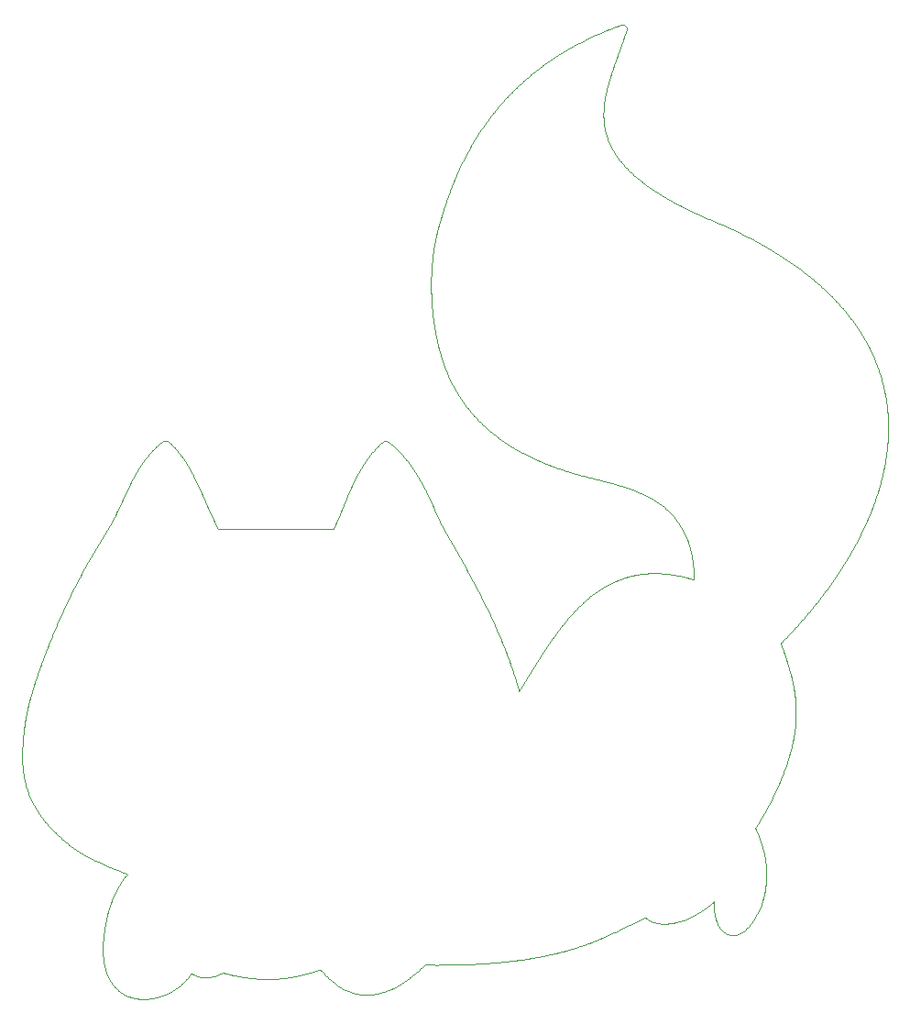
<source format=gm1>
G04 #@! TF.FileFunction,Profile,NP*
%FSLAX46Y46*%
G04 Gerber Fmt 4.6, Leading zero omitted, Abs format (unit mm)*
G04 Created by KiCad (PCBNEW 4.0.7) date 06/27/18 23:59:29*
%MOMM*%
%LPD*%
G01*
G04 APERTURE LIST*
%ADD10C,0.100000*%
G04 APERTURE END LIST*
D10*
X170475953Y-50504423D02*
X170417763Y-50510523D01*
X170417763Y-50510523D02*
X170361233Y-50525603D01*
X170361233Y-50525603D02*
X170267963Y-50558873D01*
X170267963Y-50558873D02*
X170173643Y-50592833D01*
X170173643Y-50592833D02*
X170079943Y-50626883D01*
X170079943Y-50626883D02*
X169986853Y-50661033D01*
X169986853Y-50661033D02*
X169892763Y-50695873D01*
X169892763Y-50695873D02*
X169799293Y-50730803D01*
X169799293Y-50730803D02*
X169706453Y-50765823D01*
X169706453Y-50765823D02*
X169612643Y-50801543D01*
X169612643Y-50801543D02*
X169519463Y-50837343D01*
X169519463Y-50837343D02*
X169426913Y-50873233D01*
X169426913Y-50873233D02*
X169333443Y-50909823D01*
X169333443Y-50909823D02*
X169240613Y-50946493D01*
X169240613Y-50946493D02*
X169148423Y-50983243D01*
X169148423Y-50983243D02*
X169055343Y-51020693D01*
X169055343Y-51020693D02*
X168962913Y-51058223D01*
X168962913Y-51058223D02*
X168871123Y-51095833D01*
X168871123Y-51095833D02*
X168778483Y-51134143D01*
X168778483Y-51134143D02*
X168686493Y-51172523D01*
X168686493Y-51172523D02*
X168595153Y-51210983D01*
X168595153Y-51210983D02*
X168503003Y-51250133D01*
X168503003Y-51250133D02*
X168411503Y-51289363D01*
X168411503Y-51289363D02*
X168319223Y-51329283D01*
X168319223Y-51329283D02*
X168227613Y-51369273D01*
X168227613Y-51369273D02*
X168136673Y-51409333D01*
X168136673Y-51409333D02*
X168046393Y-51449453D01*
X168046393Y-51449453D02*
X167955363Y-51490273D01*
X167955363Y-51490273D02*
X167863623Y-51531783D01*
X167863623Y-51531783D02*
X167772563Y-51573353D01*
X167772563Y-51573353D02*
X167682183Y-51614983D01*
X167682183Y-51614983D02*
X167592473Y-51656673D01*
X167592473Y-51656673D02*
X167502083Y-51699053D01*
X167502083Y-51699053D02*
X167412383Y-51741483D01*
X167412383Y-51741483D02*
X167322023Y-51784603D01*
X167322023Y-51784603D02*
X167232363Y-51827773D01*
X167232363Y-51827773D02*
X167143383Y-51870993D01*
X167143383Y-51870993D02*
X167053783Y-51914893D01*
X167053783Y-51914893D02*
X166963593Y-51959473D01*
X166963593Y-51959473D02*
X166874113Y-52004093D01*
X166874113Y-52004093D02*
X166785333Y-52048753D01*
X166785333Y-52048753D02*
X166697243Y-52093453D01*
X166697243Y-52093453D02*
X166608603Y-52138833D01*
X166608603Y-52138833D02*
X166519423Y-52184883D01*
X166519423Y-52184883D02*
X166430963Y-52230973D01*
X166430963Y-52230973D02*
X166343213Y-52277093D01*
X166343213Y-52277093D02*
X166254953Y-52323873D01*
X166254953Y-52323873D02*
X166166213Y-52371323D01*
X166166213Y-52371323D02*
X166078203Y-52418803D01*
X166078203Y-52418803D02*
X165990913Y-52466303D01*
X165990913Y-52466303D02*
X165904343Y-52513823D01*
X165904343Y-52513823D02*
X165817323Y-52562003D01*
X165817323Y-52562003D02*
X165729873Y-52610833D01*
X165729873Y-52610833D02*
X165643163Y-52659683D01*
X165643163Y-52659683D02*
X165557183Y-52708533D01*
X165557183Y-52708533D02*
X165470803Y-52758033D01*
X165470803Y-52758033D02*
X165384043Y-52808183D01*
X165384043Y-52808183D02*
X165298023Y-52858333D01*
X165298023Y-52858333D02*
X165212743Y-52908483D01*
X165212743Y-52908483D02*
X165127113Y-52959273D01*
X165127113Y-52959273D02*
X165041153Y-53010703D01*
X165041153Y-53010703D02*
X164955943Y-53062123D01*
X164955943Y-53062123D02*
X164871483Y-53113523D01*
X164871483Y-53113523D02*
X164785673Y-53166203D01*
X164785673Y-53166203D02*
X164700633Y-53218863D01*
X164700633Y-53218863D02*
X164616353Y-53271493D01*
X164616353Y-53271493D02*
X164531803Y-53324743D01*
X164531803Y-53324743D02*
X164447013Y-53378613D01*
X164447013Y-53378613D02*
X164362993Y-53432443D01*
X164362993Y-53432443D02*
X164279743Y-53486243D01*
X164279743Y-53486243D02*
X164196273Y-53540643D01*
X164196273Y-53540643D02*
X164112603Y-53595653D01*
X164112603Y-53595653D02*
X164029703Y-53650613D01*
X164029703Y-53650613D02*
X163947573Y-53705523D01*
X163947573Y-53705523D02*
X163864323Y-53761663D01*
X163864323Y-53761663D02*
X163781863Y-53817753D01*
X163781863Y-53817753D02*
X163700183Y-53873783D01*
X163700183Y-53873783D02*
X163617443Y-53931023D01*
X163617443Y-53931023D02*
X163535503Y-53988203D01*
X163535503Y-53988203D02*
X163454353Y-54045313D01*
X163454353Y-54045313D02*
X163373093Y-54102983D01*
X163373093Y-54102983D02*
X163291743Y-54161213D01*
X163291743Y-54161213D02*
X163211193Y-54219363D01*
X163211193Y-54219363D02*
X163130563Y-54278063D01*
X163130563Y-54278063D02*
X163049883Y-54337303D01*
X163049883Y-54337303D02*
X162970003Y-54396453D01*
X162970003Y-54396453D02*
X162890083Y-54456133D01*
X162890083Y-54456133D02*
X162810143Y-54516343D01*
X162810143Y-54516343D02*
X162731013Y-54576453D01*
X162731013Y-54576453D02*
X162651063Y-54637703D01*
X162651063Y-54637703D02*
X162571933Y-54698833D01*
X162571933Y-54698833D02*
X162493623Y-54759843D01*
X162493623Y-54759843D02*
X162414543Y-54821983D01*
X162414543Y-54821983D02*
X162336303Y-54883993D01*
X162336303Y-54883993D02*
X162258883Y-54945873D01*
X162258883Y-54945873D02*
X162180743Y-55008853D01*
X162180743Y-55008853D02*
X162103443Y-55071693D01*
X162103443Y-55071693D02*
X162026973Y-55134383D01*
X162026973Y-55134383D02*
X161949833Y-55198163D01*
X161949833Y-55198163D02*
X161873533Y-55261783D01*
X161873533Y-55261783D02*
X161796613Y-55326463D01*
X161796613Y-55326463D02*
X161720543Y-55390983D01*
X161720543Y-55390983D02*
X161645303Y-55455333D01*
X161645303Y-55455333D02*
X161569493Y-55520723D01*
X161569493Y-55520723D02*
X161494533Y-55585923D01*
X161494533Y-55585923D02*
X161419043Y-55652153D01*
X161419043Y-55652153D02*
X161344413Y-55718183D01*
X161344413Y-55718183D02*
X161269283Y-55785213D01*
X161269283Y-55785213D02*
X161195023Y-55852043D01*
X161195023Y-55852043D02*
X161121623Y-55918663D01*
X161121623Y-55918663D02*
X161047773Y-55986263D01*
X161047773Y-55986263D02*
X160974783Y-56053633D01*
X160974783Y-56053633D02*
X160901383Y-56121963D01*
X160901383Y-56121963D02*
X160828853Y-56190053D01*
X160828853Y-56190053D02*
X160755953Y-56259083D01*
X160755953Y-56259083D02*
X160683923Y-56327863D01*
X160683923Y-56327863D02*
X160611553Y-56397563D01*
X160611553Y-56397563D02*
X160540063Y-56467003D01*
X160540063Y-56467003D02*
X160469443Y-56536173D01*
X160469443Y-56536173D02*
X160398523Y-56606233D01*
X160398523Y-56606233D02*
X160327333Y-56677163D01*
X160327333Y-56677163D02*
X160257033Y-56747803D01*
X160257033Y-56747803D02*
X160187613Y-56818153D01*
X160187613Y-56818153D02*
X160117953Y-56889343D01*
X160117953Y-56889343D02*
X160048083Y-56961363D01*
X160048083Y-56961363D02*
X159979103Y-57033063D01*
X159979103Y-57033063D02*
X159909953Y-57105563D01*
X159909953Y-57105563D02*
X159841693Y-57177733D01*
X159841693Y-57177733D02*
X159773283Y-57250683D01*
X159773283Y-57250683D02*
X159705773Y-57323293D01*
X159705773Y-57323293D02*
X159638143Y-57396653D01*
X159638143Y-57396653D02*
X159570413Y-57470743D01*
X159570413Y-57470743D02*
X159503593Y-57544473D01*
X159503593Y-57544473D02*
X159436703Y-57618913D01*
X159436703Y-57618913D02*
X159369763Y-57694043D01*
X159369763Y-57694043D02*
X159303753Y-57768773D01*
X159303753Y-57768773D02*
X159238643Y-57843113D01*
X159238643Y-57843113D02*
X159173513Y-57918113D01*
X159173513Y-57918113D02*
X159108383Y-57993753D01*
X159108383Y-57993753D02*
X159044163Y-58068973D01*
X159044163Y-58068973D02*
X158979973Y-58144803D01*
X158979973Y-58144803D02*
X158915823Y-58221233D01*
X158915823Y-58221233D02*
X158852593Y-58297213D01*
X158852593Y-58297213D02*
X158788593Y-58374783D01*
X158788593Y-58374783D02*
X158725533Y-58451873D01*
X158725533Y-58451873D02*
X158662573Y-58529503D01*
X158662573Y-58529503D02*
X158599743Y-58607643D01*
X158599743Y-58607643D02*
X158537853Y-58685283D01*
X158537853Y-58685283D02*
X158476113Y-58763403D01*
X158476113Y-58763403D02*
X158414533Y-58841993D01*
X158414533Y-58841993D02*
X158353893Y-58920053D01*
X158353893Y-58920053D02*
X158292683Y-58999523D01*
X158292683Y-58999523D02*
X158232423Y-59078433D01*
X158232423Y-59078433D02*
X158171653Y-59158703D01*
X158171653Y-59158703D02*
X158111853Y-59238383D01*
X158111853Y-59238383D02*
X158052293Y-59318423D01*
X158052293Y-59318423D02*
X157993003Y-59398803D01*
X157993003Y-59398803D02*
X157934663Y-59478573D01*
X157934663Y-59478573D02*
X157875933Y-59559583D01*
X157875933Y-59559583D02*
X157818163Y-59639953D01*
X157818163Y-59639953D02*
X157760053Y-59721503D01*
X157760053Y-59721503D02*
X157702913Y-59802393D01*
X157702913Y-59802393D02*
X157645483Y-59884403D01*
X157645483Y-59884403D02*
X157589033Y-59965723D01*
X157589033Y-59965723D02*
X157532333Y-60048113D01*
X157532333Y-60048113D02*
X157476613Y-60129783D01*
X157476613Y-60129783D02*
X157420693Y-60212473D01*
X157420693Y-60212473D02*
X157364613Y-60296123D01*
X157364613Y-60296123D02*
X157309533Y-60379013D01*
X157309533Y-60379013D02*
X157254333Y-60462813D01*
X157254333Y-60462813D02*
X157200133Y-60545813D01*
X157200133Y-60545813D02*
X157145853Y-60629673D01*
X157145853Y-60629673D02*
X157091533Y-60714343D01*
X157091533Y-60714343D02*
X157038223Y-60798163D01*
X157038223Y-60798163D02*
X156984913Y-60882743D01*
X156984913Y-60882743D02*
X156931623Y-60968033D01*
X156931623Y-60968033D02*
X156879363Y-61052423D01*
X156879363Y-61052423D02*
X156827153Y-61137463D01*
X156827153Y-61137463D02*
X156775033Y-61223113D01*
X156775033Y-61223113D02*
X156723953Y-61307813D01*
X156723953Y-61307813D02*
X156672983Y-61393073D01*
X156672983Y-61393073D02*
X156622163Y-61478843D01*
X156622163Y-61478843D02*
X156571523Y-61565083D01*
X156571523Y-61565083D02*
X156521083Y-61651743D01*
X156521083Y-61651743D02*
X156471703Y-61737353D01*
X156471703Y-61737353D02*
X156421743Y-61824743D01*
X156421743Y-61824743D02*
X156372853Y-61911023D01*
X156372853Y-61911023D02*
X156324243Y-61997583D01*
X156324243Y-61997583D02*
X156275933Y-62084383D01*
X156275933Y-62084383D02*
X156227943Y-62171383D01*
X156227943Y-62171383D02*
X156180303Y-62258533D01*
X156180303Y-62258533D02*
X156133023Y-62345793D01*
X156133023Y-62345793D02*
X156086133Y-62433113D01*
X156086133Y-62433113D02*
X156038973Y-62521733D01*
X156038973Y-62521733D02*
X155992273Y-62610293D01*
X155992273Y-62610293D02*
X155946043Y-62698763D01*
X155946043Y-62698763D02*
X155900303Y-62787093D01*
X155900303Y-62787093D02*
X155855063Y-62875243D01*
X155855063Y-62875243D02*
X155809753Y-62964353D01*
X155809753Y-62964353D02*
X155765003Y-63053173D01*
X155765003Y-63053173D02*
X155720823Y-63141663D01*
X155720823Y-63141663D02*
X155676673Y-63230903D01*
X155676673Y-63230903D02*
X155632603Y-63320793D01*
X155632603Y-63320793D02*
X155588673Y-63411243D01*
X155588673Y-63411243D02*
X155545433Y-63501103D01*
X155545433Y-63501103D02*
X155502883Y-63590333D01*
X155502883Y-63590333D02*
X155460553Y-63679923D01*
X155460553Y-63679923D02*
X155418483Y-63769783D01*
X155418483Y-63769783D02*
X155376723Y-63859823D01*
X155376723Y-63859823D02*
X155335303Y-63949953D01*
X155335303Y-63949953D02*
X155294263Y-64040093D01*
X155294263Y-64040093D02*
X155252813Y-64131993D01*
X155252813Y-64131993D02*
X155211863Y-64223643D01*
X155211863Y-64223643D02*
X155171443Y-64314963D01*
X155171443Y-64314963D02*
X155131583Y-64405873D01*
X155131583Y-64405873D02*
X155091573Y-64497973D01*
X155091573Y-64497973D02*
X155052223Y-64589423D01*
X155052223Y-64589423D02*
X155012873Y-64681753D01*
X155012873Y-64681753D02*
X154974263Y-64773213D01*
X154974263Y-64773213D02*
X154935773Y-64865243D01*
X154935773Y-64865243D02*
X154897493Y-64957653D01*
X154897493Y-64957653D02*
X154859503Y-65050253D01*
X154859503Y-65050253D02*
X154821873Y-65142873D01*
X154821873Y-65142873D02*
X154784663Y-65235323D01*
X154784663Y-65235323D02*
X154747433Y-65328743D01*
X154747433Y-65328743D02*
X154710793Y-65421573D01*
X154710793Y-65421573D02*
X154674793Y-65513653D01*
X154674793Y-65513653D02*
X154638583Y-65607173D01*
X154638583Y-65607173D02*
X154603193Y-65699473D01*
X154603193Y-65699473D02*
X154567843Y-65792583D01*
X154567843Y-65792583D02*
X154532673Y-65886123D01*
X154532673Y-65886123D02*
X154497833Y-65979713D01*
X154497833Y-65979713D02*
X154463443Y-66072993D01*
X154463443Y-66072993D02*
X154428973Y-66167433D01*
X154428973Y-66167433D02*
X154395263Y-66260703D01*
X154395263Y-66260703D02*
X154361823Y-66354143D01*
X154361823Y-66354143D02*
X154328303Y-66448763D01*
X154328303Y-66448763D02*
X154295493Y-66542303D01*
X154295493Y-66542303D02*
X154263073Y-66635653D01*
X154263073Y-66635653D02*
X154230403Y-66730673D01*
X154230403Y-66730673D02*
X154198313Y-66824963D01*
X154198313Y-66824963D02*
X154166333Y-66919863D01*
X154166333Y-66919863D02*
X154134583Y-67015063D01*
X154134583Y-67015063D02*
X154103553Y-67109053D01*
X154103553Y-67109053D02*
X154072583Y-67203813D01*
X154072583Y-67203813D02*
X154041943Y-67298543D01*
X154041943Y-67298543D02*
X154011203Y-67394563D01*
X154011203Y-67394563D02*
X153980903Y-67490203D01*
X153980903Y-67490203D02*
X153951253Y-67584753D01*
X153951253Y-67584753D02*
X153921713Y-67679933D01*
X153921713Y-67679933D02*
X153892203Y-67776033D01*
X153892203Y-67776033D02*
X153863293Y-67871183D01*
X153863293Y-67871183D02*
X153834633Y-67966503D01*
X153834633Y-67966503D02*
X153803123Y-68059993D01*
X153803123Y-68059993D02*
X153771743Y-68154713D01*
X153771743Y-68154713D02*
X153741233Y-68248413D01*
X153741233Y-68248413D02*
X153710893Y-68343263D01*
X153710893Y-68343263D02*
X153681413Y-68437063D01*
X153681413Y-68437063D02*
X153652133Y-68531943D01*
X153652133Y-68531943D02*
X153623713Y-68625753D01*
X153623713Y-68625753D02*
X153595513Y-68720573D01*
X153595513Y-68720573D02*
X153567573Y-68816343D01*
X153567573Y-68816343D02*
X153540483Y-68910993D01*
X153540483Y-68910993D02*
X153513673Y-69006523D01*
X153513673Y-69006523D02*
X153487173Y-69102873D01*
X153487173Y-69102873D02*
X153461523Y-69198043D01*
X153461523Y-69198043D02*
X153436203Y-69293973D01*
X153436203Y-69293973D02*
X153411233Y-69390593D01*
X153411233Y-69390593D02*
X153387103Y-69485983D01*
X153387103Y-69485983D02*
X153363333Y-69582013D01*
X153363333Y-69582013D02*
X153339953Y-69678623D01*
X153339953Y-69678623D02*
X153316973Y-69775753D01*
X153316973Y-69775753D02*
X153294823Y-69871573D01*
X153294823Y-69871573D02*
X153273083Y-69967853D01*
X153273083Y-69967853D02*
X153251763Y-70064543D01*
X153251763Y-70064543D02*
X153230893Y-70161583D01*
X153230893Y-70161583D02*
X153210473Y-70258923D01*
X153210473Y-70258923D02*
X153190523Y-70356513D01*
X153190523Y-70356513D02*
X153171053Y-70454303D01*
X153171053Y-70454303D02*
X153152383Y-70550633D01*
X153152383Y-70550633D02*
X153133883Y-70648683D01*
X153133883Y-70648683D02*
X153116173Y-70745223D01*
X153116173Y-70745223D02*
X153098683Y-70843333D01*
X153098683Y-70843333D02*
X153081973Y-70939883D01*
X153081973Y-70939883D02*
X153065523Y-71037863D01*
X153065523Y-71037863D02*
X153049593Y-71135703D01*
X153049593Y-71135703D02*
X153034193Y-71233343D01*
X153034193Y-71233343D02*
X153019113Y-71332153D01*
X153019113Y-71332153D02*
X153004793Y-71429253D01*
X153004793Y-71429253D02*
X152990803Y-71527383D01*
X152990803Y-71527383D02*
X152977183Y-71626433D01*
X152977183Y-71626433D02*
X152964303Y-71723673D01*
X152964303Y-71723673D02*
X152951803Y-71821703D01*
X152951803Y-71821703D02*
X152939703Y-71920413D01*
X152939703Y-71920413D02*
X152928023Y-72019693D01*
X152928023Y-72019693D02*
X152916913Y-72118213D01*
X152916913Y-72118213D02*
X152906363Y-72215953D01*
X152906363Y-72215953D02*
X152896253Y-72314043D01*
X152896253Y-72314043D02*
X152886553Y-72412373D01*
X152886553Y-72412373D02*
X152877353Y-72510843D01*
X152877353Y-72510843D02*
X152868653Y-72609353D01*
X152868653Y-72609353D02*
X152860353Y-72707813D01*
X152860353Y-72707813D02*
X152852553Y-72806113D01*
X152852553Y-72806113D02*
X152845253Y-72904173D01*
X152845253Y-72904173D02*
X152838253Y-73003893D01*
X152838253Y-73003893D02*
X152831753Y-73103083D01*
X152831753Y-73103083D02*
X152825753Y-73201673D01*
X152825753Y-73201673D02*
X152820153Y-73301413D01*
X152820153Y-73301413D02*
X152815053Y-73400293D01*
X152815053Y-73400293D02*
X152810453Y-73498233D01*
X152810453Y-73498233D02*
X152806253Y-73596863D01*
X152806253Y-73596863D02*
X152802453Y-73695963D01*
X152802453Y-73695963D02*
X152799053Y-73795333D01*
X152799053Y-73795333D02*
X152796153Y-73894773D01*
X152796153Y-73894773D02*
X152793653Y-73994073D01*
X152793653Y-73994073D02*
X152791653Y-74093053D01*
X152791653Y-74093053D02*
X152790053Y-74191523D01*
X152790053Y-74191523D02*
X152788853Y-74290673D01*
X152788853Y-74290673D02*
X152788087Y-74390173D01*
X152788087Y-74390173D02*
X152787746Y-74488473D01*
X152787746Y-74488473D02*
X152787818Y-74587843D01*
X152787818Y-74587843D02*
X152788304Y-74686683D01*
X152788304Y-74686683D02*
X152789190Y-74784723D01*
X152789190Y-74784723D02*
X152790490Y-74882783D01*
X152790490Y-74882783D02*
X152792190Y-74982513D01*
X152792190Y-74982513D02*
X152794290Y-75081303D01*
X152794290Y-75081303D02*
X152796790Y-75180663D01*
X152796790Y-75180663D02*
X152799690Y-75279973D01*
X152799690Y-75279973D02*
X152802990Y-75378653D01*
X152802990Y-75378653D02*
X152806690Y-75477703D01*
X152806690Y-75477703D02*
X152810790Y-75576323D01*
X152810790Y-75576323D02*
X152815190Y-75675133D01*
X152815190Y-75675133D02*
X152819990Y-75773143D01*
X152819990Y-75773143D02*
X152825290Y-75872933D01*
X152825290Y-75872933D02*
X152830890Y-75971743D01*
X152830890Y-75971743D02*
X152836790Y-76070233D01*
X152836790Y-76070233D02*
X152843090Y-76169303D01*
X152843090Y-76169303D02*
X152849790Y-76268123D01*
X152849790Y-76268123D02*
X152856790Y-76366703D01*
X152856790Y-76366703D02*
X152864290Y-76466243D01*
X152864290Y-76466243D02*
X152871990Y-76564433D01*
X152871990Y-76564433D02*
X152880090Y-76663063D01*
X152880090Y-76663063D02*
X152888590Y-76762423D01*
X152888590Y-76762423D02*
X152897390Y-76860583D01*
X152897390Y-76860583D02*
X152906490Y-76958703D01*
X152906490Y-76958703D02*
X152906490Y-76959803D01*
X152906490Y-76959803D02*
X152916190Y-77058003D01*
X152916190Y-77058003D02*
X152926320Y-77156403D01*
X152926320Y-77156403D02*
X152936840Y-77254973D01*
X152936840Y-77254973D02*
X152947620Y-77352473D01*
X152947620Y-77352473D02*
X152958930Y-77451313D01*
X152958930Y-77451313D02*
X152970490Y-77549053D01*
X152970490Y-77549053D02*
X152982590Y-77648043D01*
X152982590Y-77648043D02*
X152994950Y-77745903D01*
X152994950Y-77745903D02*
X153007860Y-77844933D01*
X153007860Y-77844933D02*
X153021020Y-77942803D01*
X153021020Y-77942803D02*
X153034740Y-78041763D01*
X153034740Y-78041763D02*
X153048710Y-78139533D01*
X153048710Y-78139533D02*
X153063250Y-78238313D01*
X153063250Y-78238313D02*
X153078030Y-78335873D01*
X153078030Y-78335873D02*
X153093390Y-78434363D01*
X153093390Y-78434363D02*
X153108980Y-78531613D01*
X153108980Y-78531613D02*
X153125150Y-78629713D01*
X153125150Y-78629713D02*
X153141550Y-78726553D01*
X153141550Y-78726553D02*
X153158540Y-78824173D01*
X153158540Y-78824173D02*
X153176110Y-78922503D01*
X153176110Y-78922503D02*
X153193900Y-79019513D01*
X153193900Y-79019513D02*
X153212280Y-79117163D01*
X153212280Y-79117163D02*
X153230870Y-79213473D01*
X153230870Y-79213473D02*
X153250040Y-79310353D01*
X153250040Y-79310353D02*
X153269800Y-79407743D01*
X153269800Y-79407743D02*
X153290150Y-79505583D01*
X153290150Y-79505583D02*
X153310690Y-79601993D01*
X153310690Y-79601993D02*
X153331810Y-79698783D01*
X153331810Y-79698783D02*
X153353510Y-79795903D01*
X153353510Y-79795903D02*
X153375790Y-79893283D01*
X153375790Y-79893283D02*
X153398240Y-79989163D01*
X153398240Y-79989163D02*
X153421260Y-80085253D01*
X153421260Y-80085253D02*
X153444840Y-80181493D01*
X153444840Y-80181493D02*
X153468980Y-80277823D01*
X153468980Y-80277823D02*
X153493680Y-80374193D01*
X153493680Y-80374193D02*
X153518920Y-80470553D01*
X153518920Y-80470553D02*
X153544700Y-80566843D01*
X153544700Y-80566843D02*
X153570600Y-80661493D01*
X153570600Y-80661493D02*
X153597440Y-80757533D01*
X153597440Y-80757533D02*
X153624370Y-80851883D01*
X153624370Y-80851883D02*
X153652230Y-80947463D01*
X153652230Y-80947463D02*
X153680590Y-81042733D01*
X153680590Y-81042733D02*
X153709430Y-81137643D01*
X153709430Y-81137643D02*
X153738740Y-81232153D01*
X153738740Y-81232153D02*
X153768510Y-81326213D01*
X153768510Y-81326213D02*
X153799150Y-81421103D01*
X153799150Y-81421103D02*
X153830220Y-81515413D01*
X153830220Y-81515413D02*
X153861700Y-81609103D01*
X153861700Y-81609103D02*
X153894010Y-81703383D01*
X153894010Y-81703383D02*
X153926690Y-81796913D01*
X153926690Y-81796913D02*
X153959730Y-81889663D01*
X153959730Y-81889663D02*
X153993540Y-81982773D01*
X153993540Y-81982773D02*
X154028090Y-82076123D01*
X154028090Y-82076123D02*
X154063360Y-82169613D01*
X154063360Y-82169613D02*
X154098900Y-82262053D01*
X154098900Y-82262053D02*
X154134680Y-82353413D01*
X154134680Y-82353413D02*
X154171100Y-82444723D01*
X154171100Y-82444723D02*
X154208130Y-82535873D01*
X154208130Y-82535873D02*
X154245730Y-82626773D01*
X154245730Y-82626773D02*
X154283880Y-82717333D01*
X154283880Y-82717333D02*
X154322940Y-82808413D01*
X154322940Y-82808413D02*
X154362860Y-82899843D01*
X154362860Y-82899843D02*
X154403200Y-82990583D01*
X154403200Y-82990583D02*
X154443910Y-83080563D01*
X154443910Y-83080563D02*
X154485740Y-83171393D01*
X154485740Y-83171393D02*
X154527840Y-83261213D01*
X154527840Y-83261213D02*
X154570160Y-83349973D01*
X154570160Y-83349973D02*
X154613420Y-83439143D01*
X154613420Y-83439143D02*
X154657540Y-83528523D01*
X154657540Y-83528523D02*
X154702430Y-83617923D01*
X154702430Y-83617923D02*
X154747300Y-83705763D01*
X154747300Y-83705763D02*
X154792800Y-83793353D01*
X154792800Y-83793353D02*
X154838840Y-83880523D01*
X154838840Y-83880523D02*
X154886020Y-83968363D01*
X154886020Y-83968363D02*
X154933530Y-84055363D01*
X154933530Y-84055363D02*
X154981290Y-84141383D01*
X154981290Y-84141383D02*
X155029830Y-84227393D01*
X155029830Y-84227393D02*
X155079020Y-84313133D01*
X155079020Y-84313133D02*
X155129310Y-84399373D01*
X155129310Y-84399373D02*
X155179330Y-84483793D01*
X155179330Y-84483793D02*
X155230130Y-84568163D01*
X155230130Y-84568163D02*
X155281510Y-84652143D01*
X155281510Y-84652143D02*
X155334330Y-84737113D01*
X155334330Y-84737113D02*
X155387250Y-84820893D01*
X155387250Y-84820893D02*
X155441060Y-84904733D01*
X155441060Y-84904733D02*
X155495430Y-84988123D01*
X155495430Y-84988123D02*
X155550040Y-85070583D01*
X155550040Y-85070583D02*
X155605440Y-85152943D01*
X155605440Y-85152943D02*
X155661190Y-85234553D01*
X155661190Y-85234553D02*
X155717630Y-85315903D01*
X155717630Y-85315903D02*
X155774910Y-85397213D01*
X155774910Y-85397213D02*
X155832360Y-85477513D01*
X155832360Y-85477513D02*
X155890550Y-85557633D01*
X155890550Y-85557633D02*
X155949710Y-85637863D01*
X155949710Y-85637863D02*
X156008650Y-85716593D01*
X156008650Y-85716593D02*
X156068130Y-85794873D01*
X156068130Y-85794873D02*
X156128990Y-85873783D01*
X156128990Y-85873783D02*
X156190190Y-85951953D01*
X156190190Y-85951953D02*
X156251260Y-86028813D01*
X156251260Y-86028813D02*
X156313310Y-86105773D01*
X156313310Y-86105773D02*
X156376540Y-86183043D01*
X156376540Y-86183043D02*
X156439720Y-86259133D01*
X156439720Y-86259133D02*
X156503580Y-86334933D01*
X156503580Y-86334933D02*
X156568370Y-86410723D01*
X156568370Y-86410723D02*
X156634080Y-86486473D01*
X156634080Y-86486473D02*
X156699840Y-86561193D01*
X156699840Y-86561193D02*
X156766500Y-86635853D01*
X156766500Y-86635853D02*
X156834050Y-86710423D01*
X156834050Y-86710423D02*
X156901630Y-86783963D01*
X156901630Y-86783963D02*
X156969230Y-86856483D01*
X156969230Y-86856483D02*
X157037690Y-86928893D01*
X157037690Y-86928893D02*
X157107000Y-87001173D01*
X157107000Y-87001173D02*
X157176290Y-87072423D01*
X157176290Y-87072423D02*
X157246410Y-87143523D01*
X157246410Y-87143523D02*
X157317340Y-87214443D01*
X157317340Y-87214443D02*
X157388220Y-87284343D01*
X157388220Y-87284343D02*
X157459890Y-87354043D01*
X157459890Y-87354043D02*
X157532340Y-87423533D01*
X157532340Y-87423533D02*
X157604710Y-87491993D01*
X157604710Y-87491993D02*
X157677830Y-87560223D01*
X157677830Y-87560223D02*
X157751680Y-87628203D01*
X157751680Y-87628203D02*
X157825410Y-87695153D01*
X157825410Y-87695153D02*
X157899850Y-87761843D01*
X157899850Y-87761843D02*
X157974990Y-87828253D01*
X157974990Y-87828253D02*
X158049970Y-87893633D01*
X158049970Y-87893633D02*
X158125620Y-87958723D01*
X158125620Y-87958723D02*
X158201920Y-88023503D01*
X158201920Y-88023503D02*
X158278020Y-88087263D01*
X158278020Y-88087263D02*
X158355570Y-88151383D01*
X158355570Y-88151383D02*
X158432890Y-88214473D01*
X158432890Y-88214473D02*
X158509970Y-88276553D01*
X158509970Y-88276553D02*
X158588450Y-88338933D01*
X158588450Y-88338933D02*
X158666660Y-88400293D01*
X158666660Y-88400293D02*
X158746220Y-88461903D01*
X158746220Y-88461903D02*
X158825480Y-88522493D01*
X158825480Y-88522493D02*
X158904430Y-88582073D01*
X158904430Y-88582073D02*
X158984680Y-88641853D01*
X158984680Y-88641853D02*
X159064580Y-88700623D01*
X159064580Y-88700623D02*
X159145730Y-88759543D01*
X159145730Y-88759543D02*
X159226510Y-88817453D01*
X159226510Y-88817453D02*
X159308490Y-88875473D01*
X159308490Y-88875473D02*
X159390060Y-88932483D01*
X159390060Y-88932483D02*
X159472780Y-88989563D01*
X159472780Y-88989563D02*
X159555060Y-89045623D01*
X159555060Y-89045623D02*
X159638440Y-89101723D01*
X159638440Y-89101723D02*
X159721340Y-89156803D01*
X159721340Y-89156803D02*
X159805290Y-89211893D01*
X159805290Y-89211893D02*
X159888730Y-89265963D01*
X159888730Y-89265963D02*
X159973160Y-89320003D01*
X159973160Y-89320003D02*
X160057050Y-89373033D01*
X160057050Y-89373033D02*
X160141880Y-89426003D01*
X160141880Y-89426003D02*
X160227610Y-89478873D01*
X160227610Y-89478873D02*
X160312740Y-89530733D01*
X160312740Y-89530733D02*
X160398720Y-89582463D01*
X160398720Y-89582463D02*
X160484060Y-89633183D01*
X160484060Y-89633183D02*
X160570190Y-89683753D01*
X160570190Y-89683753D02*
X160657070Y-89734153D01*
X160657070Y-89734153D02*
X160743250Y-89783533D01*
X160743250Y-89783533D02*
X160830120Y-89832713D01*
X160830120Y-89832713D02*
X160917650Y-89881663D01*
X160917650Y-89881663D02*
X161005790Y-89930363D01*
X161005790Y-89930363D02*
X161093130Y-89978043D01*
X161093130Y-89978043D02*
X161181030Y-90025453D01*
X161181030Y-90025453D02*
X161269450Y-90072573D01*
X161269450Y-90072573D02*
X161357010Y-90118683D01*
X161357010Y-90118683D02*
X161446340Y-90165163D01*
X161446340Y-90165163D02*
X161534750Y-90210623D01*
X161534750Y-90210623D02*
X161623540Y-90255733D01*
X161623540Y-90255733D02*
X161712650Y-90300483D01*
X161712650Y-90300483D02*
X161802050Y-90344843D01*
X161802050Y-90344843D02*
X161891690Y-90388803D01*
X161891690Y-90388803D02*
X161981540Y-90432343D01*
X161981540Y-90432343D02*
X162071540Y-90475443D01*
X162071540Y-90475443D02*
X162161660Y-90518093D01*
X162161660Y-90518093D02*
X162251850Y-90560283D01*
X162251850Y-90560283D02*
X162343240Y-90602533D01*
X162343240Y-90602533D02*
X162433430Y-90643733D01*
X162433430Y-90643733D02*
X162524700Y-90684953D01*
X162524700Y-90684953D02*
X162615840Y-90725633D01*
X162615840Y-90725633D02*
X162706810Y-90765763D01*
X162706810Y-90765763D02*
X162798660Y-90805813D01*
X162798660Y-90805813D02*
X162891310Y-90845733D01*
X162891310Y-90845733D02*
X162982530Y-90884583D01*
X162982530Y-90884583D02*
X163074430Y-90923273D01*
X163074430Y-90923273D02*
X163166920Y-90961763D01*
X163166920Y-90961763D02*
X163259910Y-91000003D01*
X163259910Y-91000003D02*
X163353310Y-91037963D01*
X163353310Y-91037963D02*
X163445060Y-91074833D01*
X163445060Y-91074833D02*
X163537110Y-91111393D01*
X163537110Y-91111393D02*
X163629370Y-91147623D01*
X163629370Y-91147623D02*
X163721760Y-91183483D01*
X163721760Y-91183483D02*
X163814190Y-91218953D01*
X163814190Y-91218953D02*
X163908350Y-91254673D01*
X163908350Y-91254673D02*
X164002300Y-91289903D01*
X164002300Y-91289903D02*
X164095960Y-91324613D01*
X164095960Y-91324613D02*
X164189250Y-91358793D01*
X164189250Y-91358793D02*
X164283710Y-91393003D01*
X164283710Y-91393003D02*
X164377560Y-91426603D01*
X164377560Y-91426603D02*
X164472280Y-91460123D01*
X164472280Y-91460123D02*
X164566170Y-91492963D01*
X164566170Y-91492963D02*
X164660620Y-91525623D01*
X164660620Y-91525623D02*
X164755460Y-91558043D01*
X164755460Y-91558043D02*
X164850500Y-91590153D01*
X164850500Y-91590153D02*
X164945550Y-91621903D01*
X164945550Y-91621903D02*
X165040440Y-91653233D01*
X165040440Y-91653233D02*
X165135000Y-91684093D01*
X165135000Y-91684093D02*
X165230300Y-91714833D01*
X165230300Y-91714833D02*
X165326050Y-91745363D01*
X165326050Y-91745363D02*
X165420820Y-91775233D01*
X165420820Y-91775233D02*
X165516680Y-91805103D01*
X165516680Y-91805103D02*
X165612170Y-91834513D01*
X165612170Y-91834513D02*
X165707040Y-91863393D01*
X165707040Y-91863393D02*
X165802020Y-91891973D01*
X165802020Y-91891973D02*
X165898660Y-91920713D01*
X165898660Y-91920713D02*
X165994530Y-91948903D01*
X165994530Y-91948903D02*
X166091030Y-91976943D01*
X166091030Y-91976943D02*
X166187580Y-92004673D01*
X166187580Y-92004673D02*
X166283620Y-92031933D01*
X166283620Y-92031933D02*
X166380110Y-92059003D01*
X166380110Y-92059003D02*
X166476280Y-92085673D01*
X166476280Y-92085673D02*
X166572700Y-92112103D01*
X166572700Y-92112103D02*
X166668440Y-92138033D01*
X166668440Y-92138033D02*
X166764840Y-92163843D01*
X166764840Y-92163843D02*
X166860560Y-92189173D01*
X166860560Y-92189173D02*
X166957160Y-92214433D01*
X166957160Y-92214433D02*
X167054380Y-92239563D01*
X167054380Y-92239563D02*
X167151410Y-92264353D01*
X167151410Y-92264353D02*
X167248270Y-92288803D01*
X167248270Y-92288803D02*
X167344970Y-92312923D01*
X167344970Y-92312923D02*
X167442680Y-92337013D01*
X167442680Y-92337013D02*
X167538910Y-92360453D01*
X167538910Y-92360453D02*
X167636300Y-92383893D01*
X167636300Y-92383893D02*
X167732960Y-92406883D01*
X167732960Y-92406883D02*
X167830010Y-92429693D01*
X167830010Y-92429693D02*
X167831110Y-92429693D01*
X167831110Y-92429693D02*
X167838910Y-92432293D01*
X167838910Y-92432293D02*
X167934300Y-92456933D01*
X167934300Y-92456933D02*
X168030270Y-92481573D01*
X168030270Y-92481573D02*
X168126740Y-92506223D01*
X168126740Y-92506223D02*
X168222300Y-92530563D01*
X168222300Y-92530563D02*
X168319550Y-92555283D01*
X168319550Y-92555283D02*
X168415750Y-92579713D01*
X168415750Y-92579713D02*
X168512170Y-92604203D01*
X168512170Y-92604203D02*
X168608720Y-92628773D01*
X168608720Y-92628773D02*
X168704080Y-92653093D01*
X168704080Y-92653093D02*
X168800700Y-92677833D01*
X168800700Y-92677833D02*
X168896010Y-92702353D01*
X168896010Y-92702353D02*
X168992410Y-92727283D01*
X168992410Y-92727283D02*
X169088580Y-92752323D01*
X169088580Y-92752323D02*
X169184460Y-92777473D01*
X169184460Y-92777473D02*
X169281130Y-92803043D01*
X169281130Y-92803043D02*
X169376200Y-92828413D01*
X169376200Y-92828413D02*
X169471900Y-92854203D01*
X169471900Y-92854203D02*
X169568110Y-92880403D01*
X169568110Y-92880403D02*
X169664710Y-92907013D01*
X169664710Y-92907013D02*
X169759470Y-92933433D01*
X169759470Y-92933433D02*
X169854460Y-92960243D01*
X169854460Y-92960243D02*
X169949570Y-92987443D01*
X169949570Y-92987443D02*
X170044690Y-93015013D01*
X170044690Y-93015013D02*
X170139710Y-93042953D01*
X170139710Y-93042953D02*
X170234520Y-93071243D01*
X170234520Y-93071243D02*
X170329010Y-93099863D01*
X170329010Y-93099863D02*
X170424890Y-93129373D01*
X170424890Y-93129373D02*
X170520150Y-93159173D01*
X170520150Y-93159173D02*
X170614700Y-93189243D01*
X170614700Y-93189243D02*
X170708450Y-93219573D01*
X170708450Y-93219573D02*
X170802930Y-93250673D01*
X170802930Y-93250673D02*
X170897920Y-93282503D01*
X170897920Y-93282503D02*
X170991670Y-93314493D01*
X170991670Y-93314493D02*
X171085590Y-93347143D01*
X171085590Y-93347143D02*
X171179470Y-93380393D01*
X171179470Y-93380393D02*
X171273110Y-93414203D01*
X171273110Y-93414203D02*
X171366310Y-93448513D01*
X171366310Y-93448513D02*
X171460190Y-93483763D01*
X171460190Y-93483763D02*
X171553160Y-93519383D01*
X171553160Y-93519383D02*
X171645060Y-93555313D01*
X171645060Y-93555313D02*
X171738050Y-93592423D01*
X171738050Y-93592423D02*
X171829470Y-93629673D01*
X171829470Y-93629673D02*
X171921320Y-93667893D01*
X171921320Y-93667893D02*
X172013180Y-93706943D01*
X172013180Y-93706943D02*
X172104680Y-93746693D01*
X172104680Y-93746693D02*
X172195440Y-93786993D01*
X172195440Y-93786993D02*
X172286880Y-93828493D01*
X172286880Y-93828493D02*
X172376720Y-93870183D01*
X172376720Y-93870183D02*
X172466250Y-93912673D01*
X172466250Y-93912673D02*
X172554920Y-93955713D01*
X172554920Y-93955713D02*
X172643620Y-93999753D01*
X172643620Y-93999753D02*
X172731610Y-94044453D01*
X172731610Y-94044453D02*
X172820620Y-94090733D01*
X172820620Y-94090733D02*
X172908380Y-94137443D01*
X172908380Y-94137443D02*
X172996120Y-94185263D01*
X172996120Y-94185263D02*
X173083520Y-94234053D01*
X173083520Y-94234053D02*
X173169200Y-94283043D01*
X173169200Y-94283043D02*
X173254950Y-94333263D01*
X173254950Y-94333263D02*
X173340020Y-94384313D01*
X173340020Y-94384313D02*
X173425570Y-94436923D01*
X173425570Y-94436923D02*
X173510090Y-94490213D01*
X173510090Y-94490213D02*
X173592950Y-94543773D01*
X173592950Y-94543773D02*
X173675660Y-94598583D01*
X173675660Y-94598583D02*
X173758420Y-94654843D01*
X173758420Y-94654843D02*
X173839620Y-94711463D01*
X173839620Y-94711463D02*
X173920210Y-94769113D01*
X173920210Y-94769113D02*
X174000800Y-94828253D01*
X174000800Y-94828253D02*
X174080820Y-94888503D01*
X174080820Y-94888503D02*
X174160220Y-94949843D01*
X174160220Y-94949843D02*
X174238930Y-95012263D01*
X174238930Y-95012263D02*
X174316910Y-95075753D01*
X174316910Y-95075753D02*
X174392950Y-95139313D01*
X174392950Y-95139313D02*
X174469320Y-95204883D01*
X174469320Y-95204883D02*
X174543710Y-95270493D01*
X174543710Y-95270493D02*
X174618280Y-95338073D01*
X174618280Y-95338073D02*
X174690840Y-95405643D01*
X174690840Y-95405643D02*
X174763440Y-95475143D01*
X174763440Y-95475143D02*
X174834000Y-95544593D01*
X174834000Y-95544593D02*
X174904460Y-95615903D01*
X174904460Y-95615903D02*
X174973790Y-95688083D01*
X174973790Y-95688083D02*
X175041950Y-95761103D01*
X175041950Y-95761103D02*
X175108910Y-95834923D01*
X175108910Y-95834923D02*
X175174650Y-95909513D01*
X175174650Y-95909513D02*
X175239950Y-95985793D01*
X175239950Y-95985793D02*
X175303920Y-96062773D01*
X175303920Y-96062773D02*
X175366550Y-96140403D01*
X175366550Y-96140403D02*
X175428550Y-96219593D01*
X175428550Y-96219593D02*
X175488420Y-96298403D01*
X175488420Y-96298403D02*
X175547590Y-96378673D01*
X175547590Y-96378673D02*
X175605980Y-96460353D01*
X175605980Y-96460353D02*
X175662880Y-96542453D01*
X175662880Y-96542453D02*
X175718290Y-96624923D01*
X175718290Y-96624923D02*
X175772790Y-96708623D01*
X175772790Y-96708623D02*
X175826320Y-96793493D01*
X175826320Y-96793493D02*
X175878820Y-96879453D01*
X175878820Y-96879453D02*
X175929200Y-96964643D01*
X175929200Y-96964643D02*
X175978530Y-97050803D01*
X175978530Y-97050803D02*
X176026760Y-97137863D01*
X176026760Y-97137863D02*
X176073860Y-97225733D01*
X176073860Y-97225733D02*
X176119780Y-97314333D01*
X176119780Y-97314333D02*
X176164490Y-97403583D01*
X176164490Y-97403583D02*
X176207960Y-97493393D01*
X176207960Y-97493393D02*
X176250170Y-97583673D01*
X176250170Y-97583673D02*
X176291100Y-97674333D01*
X176291100Y-97674333D02*
X176331420Y-97766893D01*
X176331420Y-97766893D02*
X176370360Y-97859603D01*
X176370360Y-97859603D02*
X176407920Y-97952373D01*
X176407920Y-97952373D02*
X176444100Y-98045113D01*
X176444100Y-98045113D02*
X176479460Y-98139233D01*
X176479460Y-98139233D02*
X176513390Y-98233073D01*
X176513390Y-98233073D02*
X176546410Y-98327993D01*
X176546410Y-98327993D02*
X176577980Y-98422403D01*
X176577980Y-98422403D02*
X176608560Y-98517583D01*
X176608560Y-98517583D02*
X176638100Y-98613363D01*
X176638100Y-98613363D02*
X176666550Y-98709563D01*
X176666550Y-98709563D02*
X176693880Y-98805993D01*
X176693880Y-98805993D02*
X176720070Y-98902483D01*
X176720070Y-98902483D02*
X176745400Y-99000063D01*
X176745400Y-99000063D02*
X176769510Y-99097273D01*
X176769510Y-99097273D02*
X176792400Y-99193923D01*
X176792400Y-99193923D02*
X176814570Y-99292093D01*
X176814570Y-99292093D02*
X176835460Y-99389233D01*
X176835460Y-99389233D02*
X176855520Y-99487263D01*
X176855520Y-99487263D02*
X176874670Y-99585813D01*
X176874670Y-99585813D02*
X176892840Y-99684503D01*
X176892840Y-99684503D02*
X176910000Y-99782963D01*
X176910000Y-99782963D02*
X176926110Y-99880843D01*
X176926110Y-99880843D02*
X176941420Y-99979493D01*
X176941420Y-99979493D02*
X176955850Y-100078343D01*
X176955850Y-100078343D02*
X176969340Y-100176833D01*
X176969340Y-100176833D02*
X176982030Y-100275893D01*
X176982030Y-100275893D02*
X176993830Y-100374753D01*
X176993830Y-100374753D02*
X177004830Y-100473973D01*
X177004830Y-100473973D02*
X177014940Y-100572603D01*
X177014940Y-100572603D02*
X177024440Y-100673114D01*
X177024440Y-100673114D02*
X177033040Y-100772834D01*
X177033040Y-100772834D02*
X177040840Y-100872374D01*
X177040840Y-100872374D02*
X177047940Y-100972601D01*
X177047940Y-100972601D02*
X177054240Y-101072681D01*
X177054240Y-101072681D02*
X177059740Y-101172611D01*
X177059740Y-101172611D02*
X177064540Y-101272411D01*
X177064540Y-101272411D02*
X177068640Y-101372281D01*
X177068640Y-101372281D02*
X177072040Y-101472601D01*
X177072040Y-101472601D02*
X177074740Y-101572461D01*
X177074740Y-101572461D02*
X177076740Y-101671971D01*
X177076740Y-101671971D02*
X177078140Y-101772290D01*
X177078140Y-101772290D02*
X176982740Y-101742800D01*
X176982740Y-101742800D02*
X176888400Y-101714310D01*
X176888400Y-101714310D02*
X176793550Y-101686340D01*
X176793550Y-101686340D02*
X176698230Y-101658920D01*
X176698230Y-101658920D02*
X176602470Y-101632080D01*
X176602470Y-101632080D02*
X176506320Y-101605840D01*
X176506320Y-101605840D02*
X176411290Y-101580610D01*
X176411290Y-101580610D02*
X176314440Y-101555620D01*
X176314440Y-101555620D02*
X176218750Y-101531650D01*
X176218750Y-101531650D02*
X176122780Y-101508340D01*
X176122780Y-101508340D02*
X176026560Y-101485710D01*
X176026560Y-101485710D02*
X175930120Y-101463780D01*
X175930120Y-101463780D02*
X175833510Y-101442570D01*
X175833510Y-101442570D02*
X175736750Y-101422090D01*
X175736750Y-101422090D02*
X175639880Y-101402360D01*
X175639880Y-101402360D02*
X175541600Y-101383140D01*
X175541600Y-101383140D02*
X175444620Y-101364970D01*
X175444620Y-101364970D02*
X175346340Y-101347360D01*
X175346340Y-101347360D02*
X175249380Y-101330800D01*
X175249380Y-101330800D02*
X175151210Y-101314850D01*
X175151210Y-101314850D02*
X175053150Y-101299750D01*
X175053150Y-101299750D02*
X174955230Y-101285510D01*
X174955230Y-101285510D02*
X174856280Y-101271970D01*
X174856280Y-101271970D02*
X174758750Y-101259480D01*
X174758750Y-101259480D02*
X174660280Y-101247730D01*
X174660280Y-101247730D02*
X174560940Y-101236760D01*
X174560940Y-101236760D02*
X174463090Y-101226860D01*
X174463090Y-101226860D02*
X174364460Y-101217760D01*
X174364460Y-101217760D02*
X174265120Y-101209460D01*
X174265120Y-101209460D02*
X174166240Y-101202160D01*
X174166240Y-101202160D02*
X174067830Y-101195760D01*
X174067830Y-101195760D02*
X173968870Y-101190260D01*
X173968870Y-101190260D02*
X173869430Y-101185660D01*
X173869430Y-101185660D02*
X173769580Y-101182060D01*
X173769580Y-101182060D02*
X173671390Y-101179460D01*
X173671390Y-101179460D02*
X173572860Y-101177760D01*
X173572860Y-101177760D02*
X173474060Y-101177030D01*
X173474060Y-101177030D02*
X173375050Y-101177276D01*
X173375050Y-101177276D02*
X173275900Y-101178476D01*
X173275900Y-101178476D02*
X173176670Y-101180676D01*
X173176670Y-101180676D02*
X173077420Y-101183876D01*
X173077420Y-101183876D02*
X172978210Y-101188176D01*
X172978210Y-101188176D02*
X172879100Y-101193476D01*
X172879100Y-101193476D02*
X172780150Y-101199776D01*
X172780150Y-101199776D02*
X172681410Y-101207076D01*
X172681410Y-101207076D02*
X172582940Y-101215376D01*
X172582940Y-101215376D02*
X172484790Y-101224776D01*
X172484790Y-101224776D02*
X172387020Y-101235146D01*
X172387020Y-101235146D02*
X172288120Y-101246706D01*
X172288120Y-101246706D02*
X172189760Y-101259286D01*
X172189760Y-101259286D02*
X172091970Y-101272866D01*
X172091970Y-101272866D02*
X171993350Y-101287656D01*
X171993350Y-101287656D02*
X171895460Y-101303436D01*
X171895460Y-101303436D02*
X171798330Y-101320186D01*
X171798330Y-101320186D02*
X171700650Y-101338136D01*
X171700650Y-101338136D02*
X171602540Y-101357286D01*
X171602540Y-101357286D02*
X171505420Y-101377366D01*
X171505420Y-101377366D02*
X171409310Y-101398346D01*
X171409310Y-101398346D02*
X171313020Y-101420486D01*
X171313020Y-101420486D02*
X171216660Y-101443776D01*
X171216660Y-101443776D02*
X171120340Y-101468196D01*
X171120340Y-101468196D02*
X171024160Y-101493726D01*
X171024160Y-101493726D02*
X170928240Y-101520346D01*
X170928240Y-101520346D02*
X170832670Y-101548026D01*
X170832670Y-101548026D02*
X170737550Y-101576726D01*
X170737550Y-101576726D02*
X170642970Y-101606416D01*
X170642970Y-101606416D02*
X170549020Y-101637066D01*
X170549020Y-101637066D02*
X170455780Y-101668626D01*
X170455780Y-101668626D02*
X170361460Y-101701726D01*
X170361460Y-101701726D02*
X170268120Y-101735646D01*
X170268120Y-101735646D02*
X170175830Y-101770346D01*
X170175830Y-101770346D02*
X170082940Y-101806436D01*
X170082940Y-101806436D02*
X169991340Y-101843186D01*
X169991340Y-101843186D02*
X169899470Y-101881216D01*
X169899470Y-101881216D02*
X169809090Y-101919776D01*
X169809090Y-101919776D02*
X169718750Y-101959476D01*
X169718750Y-101959476D02*
X169628630Y-102000236D01*
X169628630Y-102000236D02*
X169538930Y-102041966D01*
X169538930Y-102041966D02*
X169449820Y-102084586D01*
X169449820Y-102084586D02*
X169361460Y-102127986D01*
X169361460Y-102127986D02*
X169272760Y-102172716D01*
X169272760Y-102172716D02*
X169184030Y-102218636D01*
X169184030Y-102218636D02*
X169096690Y-102264996D01*
X169096690Y-102264996D02*
X169008660Y-102312896D01*
X169008660Y-102312896D02*
X168922440Y-102360956D01*
X168922440Y-102360956D02*
X168836130Y-102410216D01*
X168836130Y-102410216D02*
X168750090Y-102460486D01*
X168750090Y-102460486D02*
X168664660Y-102511546D01*
X168664660Y-102511546D02*
X168580160Y-102563186D01*
X168580160Y-102563186D02*
X168495260Y-102616226D01*
X168495260Y-102616226D02*
X168412050Y-102669346D01*
X168412050Y-102669346D02*
X168329310Y-102723276D01*
X168329310Y-102723276D02*
X168246170Y-102778606D01*
X168246170Y-102778606D02*
X168164600Y-102833996D01*
X168164600Y-102833996D02*
X168082620Y-102890796D01*
X168082620Y-102890796D02*
X168001090Y-102948406D01*
X168001090Y-102948406D02*
X167919780Y-103006976D01*
X167919780Y-103006976D02*
X167839660Y-103065806D01*
X167839660Y-103065806D02*
X167759890Y-103125476D01*
X167759890Y-103125476D02*
X167681720Y-103185026D01*
X167681720Y-103185026D02*
X167603490Y-103245686D01*
X167603490Y-103245686D02*
X167525870Y-103306946D01*
X167525870Y-103306946D02*
X167447780Y-103369666D01*
X167447780Y-103369666D02*
X167370590Y-103432746D01*
X167370590Y-103432746D02*
X167294840Y-103495696D01*
X167294840Y-103495696D02*
X167219140Y-103559646D01*
X167219140Y-103559646D02*
X167143280Y-103624796D01*
X167143280Y-103624796D02*
X167068720Y-103689866D01*
X167068720Y-103689866D02*
X166994570Y-103755606D01*
X166994570Y-103755606D02*
X166920220Y-103822526D01*
X166920220Y-103822526D02*
X166847000Y-103889376D01*
X166847000Y-103889376D02*
X166774040Y-103956926D01*
X166774040Y-103956926D02*
X166701350Y-104025156D01*
X166701350Y-104025156D02*
X166629770Y-104093246D01*
X166629770Y-104093246D02*
X166557650Y-104162766D01*
X166557650Y-104162766D02*
X166486660Y-104232106D01*
X166486660Y-104232106D02*
X166416770Y-104301246D01*
X166416770Y-104301246D02*
X166346390Y-104371736D01*
X166346390Y-104371736D02*
X166277110Y-104441986D01*
X166277110Y-104441986D02*
X166207400Y-104513536D01*
X166207400Y-104513536D02*
X166138800Y-104584806D01*
X166138800Y-104584806D02*
X166069810Y-104657316D01*
X166069810Y-104657316D02*
X166001930Y-104729506D01*
X166001930Y-104729506D02*
X165933710Y-104802876D01*
X165933710Y-104802876D02*
X165866590Y-104875876D01*
X165866590Y-104875876D02*
X165799180Y-104950006D01*
X165799180Y-104950006D02*
X165732870Y-105023716D01*
X165732870Y-105023716D02*
X165666310Y-105098496D01*
X165666310Y-105098496D02*
X165600850Y-105172816D01*
X165600850Y-105172816D02*
X165535170Y-105248146D01*
X165535170Y-105248146D02*
X165470590Y-105322966D01*
X165470590Y-105322966D02*
X165405830Y-105398736D01*
X165405830Y-105398736D02*
X165342160Y-105473956D01*
X165342160Y-105473956D02*
X165278350Y-105550056D01*
X165278350Y-105550056D02*
X165214440Y-105626996D01*
X165214440Y-105626996D02*
X165151620Y-105703316D01*
X165151620Y-105703316D02*
X165088730Y-105780416D01*
X165088730Y-105780416D02*
X165025810Y-105858246D01*
X165025810Y-105858246D02*
X164963990Y-105935386D01*
X164963990Y-105935386D02*
X164902160Y-106013196D01*
X164902160Y-106013196D02*
X164840350Y-106091626D01*
X164840350Y-106091626D02*
X164779650Y-106169296D01*
X164779650Y-106169296D02*
X164719000Y-106247526D01*
X164719000Y-106247526D02*
X164658430Y-106326266D01*
X164658430Y-106326266D02*
X164597970Y-106405476D01*
X164597970Y-106405476D02*
X164537640Y-106485116D01*
X164537640Y-106485116D02*
X164478430Y-106563856D01*
X164478430Y-106563856D02*
X164419380Y-106642956D01*
X164419380Y-106642956D02*
X164360520Y-106722376D01*
X164360520Y-106722376D02*
X164301860Y-106802066D01*
X164301860Y-106802066D02*
X164243440Y-106881976D01*
X164243440Y-106881976D02*
X164185280Y-106962066D01*
X164185280Y-106962066D02*
X164127400Y-107042296D01*
X164127400Y-107042296D02*
X164068990Y-107123786D01*
X164068990Y-107123786D02*
X164011750Y-107204136D01*
X164011750Y-107204136D02*
X163954060Y-107285626D01*
X163954060Y-107285626D02*
X163896770Y-107367036D01*
X163896770Y-107367036D02*
X163839890Y-107448326D01*
X163839890Y-107448326D02*
X163782700Y-107530546D01*
X163782700Y-107530546D02*
X163726730Y-107611456D01*
X163726730Y-107611456D02*
X163670500Y-107693176D01*
X163670500Y-107693176D02*
X163614080Y-107775606D01*
X163614080Y-107775606D02*
X163558220Y-107857646D01*
X163558220Y-107857646D02*
X163502930Y-107939256D01*
X163502930Y-107939256D02*
X163447570Y-108021376D01*
X163447570Y-108021376D02*
X163392190Y-108103906D01*
X163392190Y-108103906D02*
X163336850Y-108186766D01*
X163336850Y-108186766D02*
X163281600Y-108269866D01*
X163281600Y-108269866D02*
X163226490Y-108353116D01*
X163226490Y-108353116D02*
X163171580Y-108436426D01*
X163171580Y-108436426D02*
X163116910Y-108519716D01*
X163116910Y-108519716D02*
X163062530Y-108602896D01*
X163062530Y-108602896D02*
X163008480Y-108685886D01*
X163008480Y-108685886D02*
X162954800Y-108768606D01*
X162954800Y-108768606D02*
X162900510Y-108852556D01*
X162900510Y-108852556D02*
X162846740Y-108936006D01*
X162846740Y-108936006D02*
X162793520Y-109018876D01*
X162793520Y-109018876D02*
X162739940Y-109102566D01*
X162739940Y-109102566D02*
X162687030Y-109185466D01*
X162687030Y-109185466D02*
X162633940Y-109268896D01*
X162633940Y-109268896D02*
X162580770Y-109352676D01*
X162580770Y-109352676D02*
X162527630Y-109436626D01*
X162527630Y-109436626D02*
X162474630Y-109520576D01*
X162474630Y-109520576D02*
X162421860Y-109604366D01*
X162421860Y-109604366D02*
X162369420Y-109687826D01*
X162369420Y-109687826D02*
X162316670Y-109771956D01*
X162316670Y-109771956D02*
X162263780Y-109856476D01*
X162263780Y-109856476D02*
X162211580Y-109940056D01*
X162211580Y-109940056D02*
X162158850Y-110024626D01*
X162158850Y-110024626D02*
X162106450Y-110108826D01*
X162106450Y-110108826D02*
X162054500Y-110192416D01*
X162054500Y-110192416D02*
X162002580Y-110276076D01*
X162002580Y-110276076D02*
X161949810Y-110361216D01*
X161949810Y-110361216D02*
X161897560Y-110445616D01*
X161897560Y-110445616D02*
X161845040Y-110530536D01*
X161845040Y-110530536D02*
X161792560Y-110615456D01*
X161792560Y-110615456D02*
X161740430Y-110699876D01*
X161740430Y-110699876D02*
X161688120Y-110784646D01*
X161688120Y-110784646D02*
X161636050Y-110869076D01*
X161636050Y-110869076D02*
X161583890Y-110953676D01*
X161583890Y-110953676D02*
X161532160Y-111037606D01*
X161532160Y-111037606D02*
X161480100Y-111122076D01*
X161480100Y-111122076D02*
X161428450Y-111205876D01*
X161428450Y-111205876D02*
X161376350Y-111290406D01*
X161376350Y-111290406D02*
X161323930Y-111375426D01*
X161323930Y-111375426D02*
X161271640Y-111460206D01*
X161271640Y-111460206D02*
X161219450Y-111544766D01*
X161219450Y-111544766D02*
X161166740Y-111630116D01*
X161166740Y-111630116D02*
X161114720Y-111714276D01*
X161114720Y-111714276D02*
X161062450Y-111798776D01*
X161062450Y-111798776D02*
X161009760Y-111883846D01*
X161009760Y-111883846D02*
X160957680Y-111967846D01*
X160957680Y-111967846D02*
X160905580Y-112051756D01*
X160905580Y-112051756D02*
X160879260Y-111956156D01*
X160879260Y-111956156D02*
X160852360Y-111859526D01*
X160852360Y-111859526D02*
X160825390Y-111763686D01*
X160825390Y-111763686D02*
X160798340Y-111668626D01*
X160798340Y-111668626D02*
X160770720Y-111572586D01*
X160770720Y-111572586D02*
X160743040Y-111477336D01*
X160743040Y-111477336D02*
X160714790Y-111381156D01*
X160714790Y-111381156D02*
X160686490Y-111285776D01*
X160686490Y-111285776D02*
X160658140Y-111191196D01*
X160658140Y-111191196D02*
X160629230Y-111095726D01*
X160629230Y-111095726D02*
X160600280Y-111001066D01*
X160600280Y-111001066D02*
X160570790Y-110905556D01*
X160570790Y-110905556D02*
X160541270Y-110810856D01*
X160541270Y-110810856D02*
X160511720Y-110716966D01*
X160511720Y-110716966D02*
X160481640Y-110622276D01*
X160481640Y-110622276D02*
X160451030Y-110526816D01*
X160451030Y-110526816D02*
X160420400Y-110432196D01*
X160420400Y-110432196D02*
X160389770Y-110338406D01*
X160389770Y-110338406D02*
X160358620Y-110243886D01*
X160358620Y-110243886D02*
X160327480Y-110150206D01*
X160327480Y-110150206D02*
X160295830Y-110055836D01*
X160295830Y-110055836D02*
X160264190Y-109962306D01*
X160264190Y-109962306D02*
X160232060Y-109868126D01*
X160232060Y-109868126D02*
X160199440Y-109773316D01*
X160199440Y-109773316D02*
X160166850Y-109679386D01*
X160166850Y-109679386D02*
X160134300Y-109586316D01*
X160134300Y-109586316D02*
X160101280Y-109492656D01*
X160101280Y-109492656D02*
X160067790Y-109398446D01*
X160067790Y-109398446D02*
X160034360Y-109305126D01*
X160034360Y-109305126D02*
X160000480Y-109211276D01*
X160000480Y-109211276D02*
X159966660Y-109118326D01*
X159966660Y-109118326D02*
X159932400Y-109024886D01*
X159932400Y-109024886D02*
X159898210Y-108932346D01*
X159898210Y-108932346D02*
X159863600Y-108839346D01*
X159863600Y-108839346D02*
X159828580Y-108745926D01*
X159828580Y-108745926D02*
X159793650Y-108653426D01*
X159793650Y-108653426D02*
X159758320Y-108560526D01*
X159758320Y-108560526D02*
X159722590Y-108467256D01*
X159722590Y-108467256D02*
X159686970Y-108374926D01*
X159686970Y-108374926D02*
X159650970Y-108282256D01*
X159650970Y-108282256D02*
X159614600Y-108189276D01*
X159614600Y-108189276D02*
X159578370Y-108097256D01*
X159578370Y-108097256D02*
X159541780Y-108004946D01*
X159541780Y-108004946D02*
X159504850Y-107912386D01*
X159504850Y-107912386D02*
X159468070Y-107820796D01*
X159468070Y-107820796D02*
X159430470Y-107727786D01*
X159430470Y-107727786D02*
X159393040Y-107635776D01*
X159393040Y-107635776D02*
X159355780Y-107544756D01*
X159355780Y-107544756D02*
X159317740Y-107452396D01*
X159317740Y-107452396D02*
X159279890Y-107361056D01*
X159279890Y-107361056D02*
X159241280Y-107268456D01*
X159241280Y-107268456D02*
X159202880Y-107176896D01*
X159202880Y-107176896D02*
X159164210Y-107085256D01*
X159164210Y-107085256D02*
X159125300Y-106993556D01*
X159125300Y-106993556D02*
X159086610Y-106902906D01*
X159086610Y-106902906D02*
X159047230Y-106811156D01*
X159047230Y-106811156D02*
X159008090Y-106720476D01*
X159008090Y-106720476D02*
X158968280Y-106628766D01*
X158968280Y-106628766D02*
X158928730Y-106538146D01*
X158928730Y-106538146D02*
X158888540Y-106446566D01*
X158888540Y-106446566D02*
X158848630Y-106356086D01*
X158848630Y-106356086D02*
X158808110Y-106264716D01*
X158808110Y-106264716D02*
X158767880Y-106174476D01*
X158767880Y-106174476D02*
X158727070Y-106083406D01*
X158727070Y-106083406D02*
X158686570Y-105993476D01*
X158686570Y-105993476D02*
X158645530Y-105902786D01*
X158645530Y-105902786D02*
X158604810Y-105813256D01*
X158604810Y-105813256D02*
X158563570Y-105723026D01*
X158563570Y-105723026D02*
X158521840Y-105632156D01*
X158521840Y-105632156D02*
X158480470Y-105542486D01*
X158480470Y-105542486D02*
X158438630Y-105452226D01*
X158438630Y-105452226D02*
X158396350Y-105361446D01*
X158396350Y-105361446D02*
X158354460Y-105271906D01*
X158354460Y-105271906D02*
X158312160Y-105181896D01*
X158312160Y-105181896D02*
X158269470Y-105091456D01*
X158269470Y-105091456D02*
X158227200Y-105002296D01*
X158227200Y-105002296D02*
X158184580Y-104912776D01*
X158184580Y-104912776D02*
X158141630Y-104822936D01*
X158141630Y-104822936D02*
X158098370Y-104732826D01*
X158098370Y-104732826D02*
X158054820Y-104642496D01*
X158054820Y-104642496D02*
X158011750Y-104553536D01*
X158011750Y-104553536D02*
X157968430Y-104464406D01*
X157968430Y-104464406D02*
X157924880Y-104375146D01*
X157924880Y-104375146D02*
X157881120Y-104285816D01*
X157881120Y-104285816D02*
X157837180Y-104196446D01*
X157837180Y-104196446D02*
X157793080Y-104107096D01*
X157793080Y-104107096D02*
X157748840Y-104017796D01*
X157748840Y-104017796D02*
X157704490Y-103928596D01*
X157704490Y-103928596D02*
X157660050Y-103839546D01*
X157660050Y-103839546D02*
X157615540Y-103750676D01*
X157615540Y-103750676D02*
X157570990Y-103662026D01*
X157570990Y-103662026D02*
X157526420Y-103573636D01*
X157526420Y-103573636D02*
X157481850Y-103485556D01*
X157481850Y-103485556D02*
X157436680Y-103396576D01*
X157436680Y-103396576D02*
X157391580Y-103308016D01*
X157391580Y-103308016D02*
X157346570Y-103219916D01*
X157346570Y-103219916D02*
X157301070Y-103131136D01*
X157301070Y-103131136D02*
X157255720Y-103042926D01*
X157255720Y-103042926D02*
X157210540Y-102955316D01*
X157210540Y-102955316D02*
X157164980Y-102867236D01*
X157164980Y-102867236D02*
X157119100Y-102778786D01*
X157119100Y-102778786D02*
X157072940Y-102690056D01*
X157072940Y-102690056D02*
X157027090Y-102602176D01*
X157027090Y-102602176D02*
X156981040Y-102514156D01*
X156981040Y-102514156D02*
X156935360Y-102427076D01*
X156935360Y-102427076D02*
X156889550Y-102339986D01*
X156889550Y-102339986D02*
X156843670Y-102252976D01*
X156843670Y-102252976D02*
X156796780Y-102164286D01*
X156796780Y-102164286D02*
X156749940Y-102075926D01*
X156749940Y-102075926D02*
X156703210Y-101987976D01*
X156703210Y-101987976D02*
X156656620Y-101900516D01*
X156656620Y-101900516D02*
X156610220Y-101813616D01*
X156610220Y-101813616D02*
X156563180Y-101725716D01*
X156563180Y-101725716D02*
X156516460Y-101638596D01*
X156516460Y-101638596D02*
X156469260Y-101550786D01*
X156469260Y-101550786D02*
X156422500Y-101463976D01*
X156422500Y-101463976D02*
X156375420Y-101376766D01*
X156375420Y-101376766D02*
X156328130Y-101289336D01*
X156328130Y-101289336D02*
X156280720Y-101201866D01*
X156280720Y-101201866D02*
X156233290Y-101114526D01*
X156233290Y-101114526D02*
X156185930Y-101027486D01*
X156185930Y-101027486D02*
X156138740Y-100940906D01*
X156138740Y-100940906D02*
X156091140Y-100853746D01*
X156091140Y-100853746D02*
X156043290Y-100766286D01*
X156043290Y-100766286D02*
X155995950Y-100679896D01*
X155995950Y-100679896D02*
X155948020Y-100592576D01*
X155948020Y-100592576D02*
X155899710Y-100504706D01*
X155899710Y-100504706D02*
X155851760Y-100417626D01*
X155851760Y-100417626D02*
X155803780Y-100330626D01*
X155803780Y-100330626D02*
X155755470Y-100243146D01*
X155755470Y-100243146D02*
X155707550Y-100156496D01*
X155707550Y-100156496D02*
X155659290Y-100069356D01*
X155659290Y-100069356D02*
X155610990Y-99982256D01*
X155610990Y-99982256D02*
X155562940Y-99895706D01*
X155562940Y-99895706D02*
X155514640Y-99808826D01*
X155514640Y-99808826D02*
X155466490Y-99722326D01*
X155466490Y-99722326D02*
X155418200Y-99635656D01*
X155418200Y-99635656D02*
X155370240Y-99549686D01*
X155370240Y-99549686D02*
X155321360Y-99462146D01*
X155321360Y-99462146D02*
X155272910Y-99375456D01*
X155272910Y-99375456D02*
X155224570Y-99289036D01*
X155224570Y-99289036D02*
X155175890Y-99202096D01*
X155175890Y-99202096D02*
X155127290Y-99115376D01*
X155127290Y-99115376D02*
X155078760Y-99028846D01*
X155078760Y-99028846D02*
X155029720Y-98941466D01*
X155029720Y-98941466D02*
X154981300Y-98855256D01*
X154981300Y-98855256D02*
X154932630Y-98768646D01*
X154932630Y-98768646D02*
X154883560Y-98681386D01*
X154883560Y-98681386D02*
X154835040Y-98595156D01*
X154835040Y-98595156D02*
X154786510Y-98508946D01*
X154786510Y-98508946D02*
X154784910Y-98505346D01*
X154784910Y-98505346D02*
X154736250Y-98420986D01*
X154736250Y-98420986D02*
X154687390Y-98336336D01*
X154687390Y-98336336D02*
X154638470Y-98251586D01*
X154638470Y-98251586D02*
X154589620Y-98166926D01*
X154589620Y-98166926D02*
X154540970Y-98082546D01*
X154540970Y-98082546D02*
X154491940Y-97997426D01*
X154491940Y-97997426D02*
X154442740Y-97911866D01*
X154442740Y-97911866D02*
X154394190Y-97827276D01*
X154394190Y-97827276D02*
X154345180Y-97741666D01*
X154345180Y-97741666D02*
X154296540Y-97656476D01*
X154296540Y-97656476D02*
X154248450Y-97571966D01*
X154248450Y-97571966D02*
X154200530Y-97487436D01*
X154200530Y-97487436D02*
X154152000Y-97401466D01*
X154152000Y-97401466D02*
X154104190Y-97316376D01*
X154104190Y-97316376D02*
X154056400Y-97230876D01*
X154056400Y-97230876D02*
X154008970Y-97145526D01*
X154008970Y-97145526D02*
X153961430Y-97059426D01*
X153961430Y-97059426D02*
X153914240Y-96973346D01*
X153914240Y-96973346D02*
X153867820Y-96888006D01*
X153867820Y-96888006D02*
X153821290Y-96801746D01*
X153821290Y-96801746D02*
X153775300Y-96715706D01*
X153775300Y-96715706D02*
X153729400Y-96628976D01*
X153729400Y-96628976D02*
X153683490Y-96541256D01*
X153683490Y-96541256D02*
X153638590Y-96454426D01*
X153638590Y-96454426D02*
X153594130Y-96367326D01*
X153594130Y-96367326D02*
X153550160Y-96279966D01*
X153550160Y-96279966D02*
X153506740Y-96192356D01*
X153506740Y-96192356D02*
X153463410Y-96103426D01*
X153463410Y-96103426D02*
X153421380Y-96015526D01*
X153421380Y-96015526D02*
X153379530Y-95926196D01*
X153379530Y-95926196D02*
X153338110Y-95835736D01*
X153338110Y-95835736D02*
X153298190Y-95746326D01*
X153298190Y-95746326D02*
X153298190Y-95745796D01*
X153298190Y-95745796D02*
X153258170Y-95654806D01*
X153258170Y-95654806D02*
X153218040Y-95563496D01*
X153218040Y-95563496D02*
X153177810Y-95471996D01*
X153177810Y-95471996D02*
X153137500Y-95380406D01*
X153137500Y-95380406D02*
X153097110Y-95288836D01*
X153097110Y-95288836D02*
X153056660Y-95197386D01*
X153056660Y-95197386D02*
X153016170Y-95106136D01*
X153016170Y-95106136D02*
X152975640Y-95015176D01*
X152975640Y-95015176D02*
X152935090Y-94924586D01*
X152935090Y-94924586D02*
X152894530Y-94834426D01*
X152894530Y-94834426D02*
X152853360Y-94743406D01*
X152853360Y-94743406D02*
X152811580Y-94651606D01*
X152811580Y-94651606D02*
X152769830Y-94560466D01*
X152769830Y-94560466D02*
X152728120Y-94470036D01*
X152728120Y-94470036D02*
X152686470Y-94380366D01*
X152686470Y-94380366D02*
X152644270Y-94290186D01*
X152644270Y-94290186D02*
X152601540Y-94199586D01*
X152601540Y-94199586D02*
X152558910Y-94109926D01*
X152558910Y-94109926D02*
X152515780Y-94019966D01*
X152515780Y-94019966D02*
X152472160Y-93929786D01*
X152472160Y-93929786D02*
X152428680Y-93840706D01*
X152428680Y-93840706D02*
X152384150Y-93750296D01*
X152384150Y-93750296D02*
X152339790Y-93661106D01*
X152339790Y-93661106D02*
X152295020Y-93571956D01*
X152295020Y-93571956D02*
X152249860Y-93482916D01*
X152249860Y-93482916D02*
X152204330Y-93394066D01*
X152204330Y-93394066D02*
X152158460Y-93305456D01*
X152158460Y-93305456D02*
X152112260Y-93217166D01*
X152112260Y-93217166D02*
X152065760Y-93129256D01*
X152065760Y-93129256D02*
X152018400Y-93040706D01*
X152018400Y-93040706D02*
X151970800Y-92952696D01*
X151970800Y-92952696D02*
X151922980Y-92865276D01*
X151922980Y-92865276D02*
X151874400Y-92777496D01*
X151874400Y-92777496D02*
X151825660Y-92690466D01*
X151825660Y-92690466D02*
X151776790Y-92604236D01*
X151776790Y-92604236D02*
X151727260Y-92517896D01*
X151727260Y-92517896D02*
X151677110Y-92431566D01*
X151677110Y-92431566D02*
X151626390Y-92345346D01*
X151626390Y-92345346D02*
X151575140Y-92259336D01*
X151575140Y-92259336D02*
X151523420Y-92173646D01*
X151523420Y-92173646D02*
X151471270Y-92088376D01*
X151471270Y-92088376D02*
X151418740Y-92003626D01*
X151418740Y-92003626D02*
X151365870Y-91919486D01*
X151365870Y-91919486D02*
X151311720Y-91834466D01*
X151311720Y-91834466D02*
X151257360Y-91750326D01*
X151257360Y-91750326D02*
X151202860Y-91667146D01*
X151202860Y-91667146D02*
X151147300Y-91583556D01*
X151147300Y-91583556D02*
X151091730Y-91501166D01*
X151091730Y-91501166D02*
X151035280Y-91418696D01*
X151035280Y-91418696D02*
X150978050Y-91336326D01*
X150978050Y-91336326D02*
X150921050Y-91255516D01*
X150921050Y-91255516D02*
X150863450Y-91175096D01*
X150863450Y-91175096D02*
X150804500Y-91094066D01*
X150804500Y-91094066D02*
X150745220Y-91013856D01*
X150745220Y-91013856D02*
X150684890Y-90933546D01*
X150684890Y-90933546D02*
X150624490Y-90854436D01*
X150624490Y-90854436D02*
X150563360Y-90775676D01*
X150563360Y-90775676D02*
X150501670Y-90697526D01*
X150501670Y-90697526D02*
X150438860Y-90619306D01*
X150438860Y-90619306D02*
X150375190Y-90541376D01*
X150375190Y-90541376D02*
X150310900Y-90464076D01*
X150310900Y-90464076D02*
X150246240Y-90387716D01*
X150246240Y-90387716D02*
X150181460Y-90312586D01*
X150181460Y-90312586D02*
X150115580Y-90237556D01*
X150115580Y-90237556D02*
X150048990Y-90163126D01*
X150048990Y-90163126D02*
X149982080Y-90089746D01*
X149982080Y-90089746D02*
X149914170Y-90016686D01*
X149914170Y-90016686D02*
X149845800Y-89944566D01*
X149845800Y-89944566D02*
X149776550Y-89872946D01*
X149776550Y-89872946D02*
X149706200Y-89801666D01*
X149706200Y-89801666D02*
X149634780Y-89730776D01*
X149634780Y-89730776D02*
X149562510Y-89660546D01*
X149562510Y-89660546D02*
X149490530Y-89592096D01*
X149490530Y-89592096D02*
X149417340Y-89523986D01*
X149417340Y-89523986D02*
X149343550Y-89456826D01*
X149343550Y-89456826D02*
X149269140Y-89390606D01*
X149269140Y-89390606D02*
X149193200Y-89324566D01*
X149193200Y-89324566D02*
X149117490Y-89260256D01*
X149117490Y-89260256D02*
X149040630Y-89196516D01*
X149040630Y-89196516D02*
X148962380Y-89133186D01*
X148962380Y-89133186D02*
X148884250Y-89071516D01*
X148884250Y-89071516D02*
X148805330Y-89010786D01*
X148805330Y-89010786D02*
X148731920Y-88967236D01*
X148731920Y-88967236D02*
X148651440Y-88941636D01*
X148651440Y-88941636D02*
X148566490Y-88934736D01*
X148566490Y-88934736D02*
X148483230Y-88946856D01*
X148483230Y-88946856D02*
X148403640Y-88977836D01*
X148403640Y-88977836D02*
X148333520Y-89025746D01*
X148333520Y-89025746D02*
X148258500Y-89091326D01*
X148258500Y-89091326D02*
X148184350Y-89157646D01*
X148184350Y-89157646D02*
X148111080Y-89224696D01*
X148111080Y-89224696D02*
X148038710Y-89292436D01*
X148038710Y-89292436D02*
X147966410Y-89361666D01*
X147966410Y-89361666D02*
X147895880Y-89430736D01*
X147895880Y-89430736D02*
X147825480Y-89501226D01*
X147825480Y-89501226D02*
X147756040Y-89572316D01*
X147756040Y-89572316D02*
X147687570Y-89643966D01*
X147687570Y-89643966D02*
X147619340Y-89716946D01*
X147619340Y-89716946D02*
X147552840Y-89789646D01*
X147552840Y-89789646D02*
X147486620Y-89863616D01*
X147486620Y-89863616D02*
X147420730Y-89938816D01*
X147420730Y-89938816D02*
X147356550Y-90013646D01*
X147356550Y-90013646D02*
X147292730Y-90089636D01*
X147292730Y-90089636D02*
X147229310Y-90166746D01*
X147229310Y-90166746D02*
X147166340Y-90244936D01*
X147166340Y-90244936D02*
X147105050Y-90322636D01*
X147105050Y-90322636D02*
X147044230Y-90401336D01*
X147044230Y-90401336D02*
X146983910Y-90480996D01*
X146983910Y-90480996D02*
X146924120Y-90561566D01*
X146924120Y-90561566D02*
X146865960Y-90641516D01*
X146865960Y-90641516D02*
X146808340Y-90722296D01*
X146808340Y-90722296D02*
X146751280Y-90803866D01*
X146751280Y-90803866D02*
X146694810Y-90886176D01*
X146694810Y-90886176D02*
X146638950Y-90969166D01*
X146638950Y-90969166D02*
X146584650Y-91051366D01*
X146584650Y-91051366D02*
X146530050Y-91135586D01*
X146530050Y-91135586D02*
X146476990Y-91218936D01*
X146476990Y-91218936D02*
X146424570Y-91302786D01*
X146424570Y-91302786D02*
X146372790Y-91387086D01*
X146372790Y-91387086D02*
X146321680Y-91471786D01*
X146321680Y-91471786D02*
X146271230Y-91556836D01*
X146271230Y-91556836D02*
X146220700Y-91643486D01*
X146220700Y-91643486D02*
X146171640Y-91729046D01*
X146171640Y-91729046D02*
X146122560Y-91816076D01*
X146122560Y-91816076D02*
X146074210Y-91903206D01*
X146074210Y-91903206D02*
X146026600Y-91990376D01*
X146026600Y-91990376D02*
X145979070Y-92078766D01*
X145979070Y-92078766D02*
X145932950Y-92165856D01*
X145932950Y-92165856D02*
X145886950Y-92254026D01*
X145886950Y-92254026D02*
X145841110Y-92343176D01*
X145841110Y-92343176D02*
X145796070Y-92432036D01*
X145796070Y-92432036D02*
X145751820Y-92520566D01*
X145751820Y-92520566D02*
X145707800Y-92609826D01*
X145707800Y-92609826D02*
X145664050Y-92699706D01*
X145664050Y-92699706D02*
X145620600Y-92790116D01*
X145620600Y-92790116D02*
X145577990Y-92879886D01*
X145577990Y-92879886D02*
X145536200Y-92968966D01*
X145536200Y-92968966D02*
X145494750Y-93058336D01*
X145494750Y-93058336D02*
X145453660Y-93147896D01*
X145453660Y-93147896D02*
X145412520Y-93238516D01*
X145412520Y-93238516D02*
X145371390Y-93330046D01*
X145371390Y-93330046D02*
X145330750Y-93421376D01*
X145330750Y-93421376D02*
X145290610Y-93512416D01*
X145290610Y-93512416D02*
X145250990Y-93603076D01*
X145250990Y-93603076D02*
X145211150Y-93694996D01*
X145211150Y-93694996D02*
X145171890Y-93786276D01*
X145171890Y-93786276D02*
X145132530Y-93878466D01*
X145132530Y-93878466D02*
X145093820Y-93969756D01*
X145093820Y-93969756D02*
X145055100Y-94061626D01*
X145055100Y-94061626D02*
X145016440Y-94153866D01*
X145016440Y-94153866D02*
X144978520Y-94244806D01*
X144978520Y-94244806D02*
X144940750Y-94335816D01*
X144940750Y-94335816D02*
X144902610Y-94428066D01*
X144902610Y-94428066D02*
X144864770Y-94519906D01*
X144864770Y-94519906D02*
X144826760Y-94612446D01*
X144826760Y-94612446D02*
X144789180Y-94704136D01*
X144789180Y-94704136D02*
X144751590Y-94795996D01*
X144751590Y-94795996D02*
X144714090Y-94887746D01*
X144714090Y-94887746D02*
X144676320Y-94980206D01*
X144676320Y-94980206D02*
X144638420Y-95072966D01*
X144638420Y-95072966D02*
X144600530Y-95165626D01*
X144600530Y-95165626D02*
X144562790Y-95257816D01*
X144562790Y-95257816D02*
X144525310Y-95349176D01*
X144525310Y-95349176D02*
X144487500Y-95441106D01*
X144487500Y-95441106D02*
X144449580Y-95533016D01*
X144449580Y-95533016D02*
X144411750Y-95624356D01*
X144411750Y-95624356D02*
X144373600Y-95716046D01*
X144373600Y-95716046D02*
X144335430Y-95807326D01*
X144335430Y-95807326D02*
X144296980Y-95898746D01*
X144296980Y-95898746D02*
X144258120Y-95990556D01*
X144258120Y-95990556D02*
X144219310Y-96081626D01*
X144219310Y-96081626D02*
X144180110Y-96172896D01*
X144180110Y-96172896D02*
X144140360Y-96264686D01*
X144140360Y-96264686D02*
X144100850Y-96355116D01*
X144100850Y-96355116D02*
X144060400Y-96446816D01*
X144060400Y-96446816D02*
X144020330Y-96536736D01*
X144020330Y-96536736D02*
X143979890Y-96626536D01*
X143979890Y-96626536D02*
X143938540Y-96717306D01*
X143938540Y-96717306D02*
X143896670Y-96808116D01*
X143896670Y-96808116D02*
X143854620Y-96898156D01*
X143854620Y-96898156D02*
X143811960Y-96988296D01*
X143811960Y-96988296D02*
X143768920Y-97077986D01*
X143768920Y-97077986D02*
X143670340Y-97077986D01*
X143670340Y-97077986D02*
X143570460Y-97077986D01*
X143570460Y-97077986D02*
X143471450Y-97077986D01*
X143471450Y-97077986D02*
X143371397Y-97077986D01*
X143371397Y-97077986D02*
X143271547Y-97077986D01*
X143271547Y-97077986D02*
X143172067Y-97077986D01*
X143172067Y-97077986D02*
X143073437Y-97077986D01*
X143073437Y-97077986D02*
X142973547Y-97077986D01*
X142973547Y-97077986D02*
X142873294Y-97077986D01*
X142873294Y-97077986D02*
X142773434Y-97077986D01*
X142773434Y-97077986D02*
X142674634Y-97077986D01*
X142674634Y-97077986D02*
X142575394Y-97077986D01*
X142575394Y-97077986D02*
X142476084Y-97077986D01*
X142476084Y-97077986D02*
X142377024Y-97077986D01*
X142377024Y-97077986D02*
X142278504Y-97077986D01*
X142278504Y-97077986D02*
X142178584Y-97077986D01*
X142178584Y-97077986D02*
X142079634Y-97077986D01*
X142079634Y-97077986D02*
X141979626Y-97077986D01*
X141979626Y-97077986D02*
X141880946Y-97077986D01*
X141880946Y-97077986D02*
X141781496Y-97077986D01*
X141781496Y-97077986D02*
X141681372Y-97077986D01*
X141681372Y-97077986D02*
X141581832Y-97077986D01*
X141581832Y-97077986D02*
X141482992Y-97077986D01*
X141482992Y-97077986D02*
X141383792Y-97077986D01*
X141383792Y-97077986D02*
X141284322Y-97077986D01*
X141284322Y-97077986D02*
X141184652Y-97077986D01*
X141184652Y-97077986D02*
X141084852Y-97077986D01*
X141084852Y-97077986D02*
X140985002Y-97077986D01*
X140985002Y-97077986D02*
X140885172Y-97077986D01*
X140885172Y-97077986D02*
X140785422Y-97077986D01*
X140785422Y-97077986D02*
X140685812Y-97077986D01*
X140685812Y-97077986D02*
X140586402Y-97077986D01*
X140586402Y-97077986D02*
X140487242Y-97077986D01*
X140487242Y-97077986D02*
X140388382Y-97077986D01*
X140388382Y-97077986D02*
X140288732Y-97077986D01*
X140288732Y-97077986D02*
X140188345Y-97077986D01*
X140188345Y-97077986D02*
X140088425Y-97077986D01*
X140088425Y-97077986D02*
X139989015Y-97077986D01*
X139989015Y-97077986D02*
X139890155Y-97077986D01*
X139890155Y-97077986D02*
X139790755Y-97077986D01*
X139790755Y-97077986D02*
X139690885Y-97077986D01*
X139690885Y-97077986D02*
X139591705Y-97077986D01*
X139591705Y-97077986D02*
X139492155Y-97077986D01*
X139492155Y-97077986D02*
X139392285Y-97077986D01*
X139392285Y-97077986D02*
X139293235Y-97077986D01*
X139293235Y-97077986D02*
X139192897Y-97077986D01*
X139192897Y-97077986D02*
X139093477Y-97077986D01*
X139093477Y-97077986D02*
X138994997Y-97077986D01*
X138994997Y-97077986D02*
X138895397Y-97077986D01*
X138895397Y-97077986D02*
X138796827Y-97077986D01*
X138796827Y-97077986D02*
X138697277Y-97077986D01*
X138697277Y-97077986D02*
X138596831Y-97077986D01*
X138596831Y-97077986D02*
X138497561Y-97077986D01*
X138497561Y-97077986D02*
X138397529Y-97077986D01*
X138397529Y-97077986D02*
X138298759Y-97077986D01*
X138298759Y-97077986D02*
X138199349Y-97077986D01*
X138199349Y-97077986D02*
X138099389Y-97077986D01*
X138099389Y-97077986D02*
X137998975Y-97077986D01*
X137998975Y-97077986D02*
X137900025Y-97077986D01*
X137900025Y-97077986D02*
X137800745Y-97077986D01*
X137800745Y-97077986D02*
X137701215Y-97077986D01*
X137701215Y-97077986D02*
X137601535Y-97077986D01*
X137601535Y-97077986D02*
X137501785Y-97077986D01*
X137501785Y-97077986D02*
X137402055Y-97077986D01*
X137402055Y-97077986D02*
X137302435Y-97077986D01*
X137302435Y-97077986D02*
X137203015Y-97077986D01*
X137203015Y-97077986D02*
X137103885Y-97077986D01*
X137103885Y-97077986D02*
X137003554Y-97077986D01*
X137003554Y-97077986D02*
X136903734Y-97077986D01*
X136903734Y-97077986D02*
X136804514Y-97077986D01*
X136804514Y-97077986D02*
X136704508Y-97077986D01*
X136704508Y-97077986D02*
X136605328Y-97077986D01*
X136605328Y-97077986D02*
X136505648Y-97077986D01*
X136505648Y-97077986D02*
X136407008Y-97077986D01*
X136407008Y-97077986D02*
X136308148Y-97077986D01*
X136308148Y-97077986D02*
X136209238Y-97077986D01*
X136209238Y-97077986D02*
X136110458Y-97077986D01*
X136110458Y-97077986D02*
X136010738Y-97077986D01*
X136010738Y-97077986D02*
X135910358Y-97077986D01*
X135910358Y-97077986D02*
X135810738Y-97077986D01*
X135810738Y-97077986D02*
X135712028Y-97077986D01*
X135712028Y-97077986D02*
X135612228Y-97077986D01*
X135612228Y-97077986D02*
X135512738Y-97077986D01*
X135512738Y-97077986D02*
X135413818Y-97077986D01*
X135413818Y-97077986D02*
X135314728Y-97077986D01*
X135314728Y-97077986D02*
X135215828Y-97077986D01*
X135215828Y-97077986D02*
X135115676Y-97077986D01*
X135115676Y-97077986D02*
X135016526Y-97077986D01*
X135016526Y-97077986D02*
X134917076Y-97077986D01*
X134917076Y-97077986D02*
X134817856Y-97077986D01*
X134817856Y-97077986D02*
X134717916Y-97077986D01*
X134717916Y-97077986D02*
X134617996Y-97077986D01*
X134617996Y-97077986D02*
X134518786Y-97077986D01*
X134518786Y-97077986D02*
X134418540Y-97077986D01*
X134418540Y-97077986D02*
X134318377Y-97077986D01*
X134318377Y-97077986D02*
X134219347Y-97077986D01*
X134219347Y-97077986D02*
X134120537Y-97077986D01*
X134120537Y-97077986D02*
X134021597Y-97077986D01*
X134021597Y-97077986D02*
X133922737Y-97077986D01*
X133922737Y-97077986D02*
X133823307Y-97077986D01*
X133823307Y-97077986D02*
X133723787Y-97077986D01*
X133723787Y-97077986D02*
X133623647Y-97077986D01*
X133623647Y-97077986D02*
X133524587Y-97077986D01*
X133524587Y-97077986D02*
X133424807Y-97077986D01*
X133424807Y-97077986D02*
X133325447Y-97077986D01*
X133325447Y-97077986D02*
X133225587Y-97077986D01*
X133225587Y-97077986D02*
X133124590Y-97077986D01*
X133124590Y-97077986D02*
X133073780Y-96991126D01*
X133073780Y-96991126D02*
X133024710Y-96903346D01*
X133024710Y-96903346D02*
X132977440Y-96815646D01*
X132977440Y-96815646D02*
X132930770Y-96726406D01*
X132930770Y-96726406D02*
X132885390Y-96637396D01*
X132885390Y-96637396D02*
X132840720Y-96547896D01*
X132840720Y-96547896D02*
X132796810Y-96458306D01*
X132796810Y-96458306D02*
X132753120Y-96367756D01*
X132753120Y-96367756D02*
X132710290Y-96277786D01*
X132710290Y-96277786D02*
X132667790Y-96187466D01*
X132667790Y-96187466D02*
X132625680Y-96097076D01*
X132625680Y-96097076D02*
X132583490Y-96005716D01*
X132583490Y-96005716D02*
X132542340Y-95915946D01*
X132542340Y-95915946D02*
X132501240Y-95825696D01*
X132501240Y-95825696D02*
X132460270Y-95735236D01*
X132460270Y-95735236D02*
X132419510Y-95644826D01*
X132419510Y-95644826D02*
X132379050Y-95554726D01*
X132379050Y-95554726D02*
X132338080Y-95463166D01*
X132338080Y-95463166D02*
X132297620Y-95372516D01*
X132297620Y-95372516D02*
X132256910Y-95281116D01*
X132256910Y-95281116D02*
X132216110Y-95189376D01*
X132216110Y-95189376D02*
X132175380Y-95097696D01*
X132175380Y-95097696D02*
X132134880Y-95006466D01*
X132134880Y-95006466D02*
X132094760Y-94916066D01*
X132094760Y-94916066D02*
X132054480Y-94825326D01*
X132054480Y-94825326D02*
X132013640Y-94733376D01*
X132013640Y-94733376D02*
X131973170Y-94642356D01*
X131973170Y-94642356D02*
X131932720Y-94551496D01*
X131932720Y-94551496D02*
X131892060Y-94460306D01*
X131892060Y-94460306D02*
X131851090Y-94368586D01*
X131851090Y-94368586D02*
X131810290Y-94277446D01*
X131810290Y-94277446D02*
X131769260Y-94186026D01*
X131769260Y-94186026D02*
X131728640Y-94095776D01*
X131728640Y-94095776D02*
X131687600Y-94004876D01*
X131687600Y-94004876D02*
X131646500Y-93914126D01*
X131646500Y-93914126D02*
X131605330Y-93823546D01*
X131605330Y-93823546D02*
X131564080Y-93733146D01*
X131564080Y-93733146D02*
X131522270Y-93641876D01*
X131522270Y-93641876D02*
X131480950Y-93552086D01*
X131480950Y-93552086D02*
X131439010Y-93461346D01*
X131439010Y-93461346D02*
X131397260Y-93371446D01*
X131397260Y-93371446D02*
X131355220Y-93281366D01*
X131355220Y-93281366D02*
X131313430Y-93192306D01*
X131313430Y-93192306D02*
X131271560Y-93103576D01*
X131271560Y-93103576D02*
X131229070Y-93014066D01*
X131229070Y-93014066D02*
X131186540Y-92925066D01*
X131186540Y-92925066D02*
X131144000Y-92836626D01*
X131144000Y-92836626D02*
X131100910Y-92747706D01*
X131100910Y-92747706D02*
X131057320Y-92658436D01*
X131057320Y-92658436D02*
X131013790Y-92569996D01*
X131013790Y-92569996D02*
X130970330Y-92482446D01*
X130970330Y-92482446D02*
X130926450Y-92394816D01*
X130926450Y-92394816D02*
X130882190Y-92307226D01*
X130882190Y-92307226D02*
X130837590Y-92219796D01*
X130837590Y-92219796D02*
X130792690Y-92132646D01*
X130792690Y-92132646D02*
X130747520Y-92045876D01*
X130747520Y-92045876D02*
X130701650Y-91958706D01*
X130701650Y-91958706D02*
X130655150Y-91871316D01*
X130655150Y-91871316D02*
X130608530Y-91784726D01*
X130608530Y-91784726D02*
X130561840Y-91699036D01*
X130561840Y-91699036D02*
X130514230Y-91612746D01*
X130514230Y-91612746D02*
X130465790Y-91526086D01*
X130465790Y-91526086D02*
X130417470Y-91440786D01*
X130417470Y-91440786D02*
X130368470Y-91355476D01*
X130368470Y-91355476D02*
X130318890Y-91270376D01*
X130318890Y-91270376D02*
X130268820Y-91185706D01*
X130268820Y-91185706D02*
X130218350Y-91101656D01*
X130218350Y-91101656D02*
X130166820Y-91017186D01*
X130166820Y-91017186D02*
X130115120Y-90933826D01*
X130115120Y-90933826D02*
X130062620Y-90850596D01*
X130062620Y-90850596D02*
X130009480Y-90767816D01*
X130009480Y-90767816D02*
X129955170Y-90684736D01*
X129955170Y-90684736D02*
X129900570Y-90602766D01*
X129900570Y-90602766D02*
X129845190Y-90521236D01*
X129845190Y-90521236D02*
X129788640Y-90439636D01*
X129788640Y-90439636D02*
X129731790Y-90359306D01*
X129731790Y-90359306D02*
X129673720Y-90278996D01*
X129673720Y-90278996D02*
X129614780Y-90199296D01*
X129614780Y-90199296D02*
X129555320Y-90120736D01*
X129555320Y-90120736D02*
X129494690Y-90042536D01*
X129494690Y-90042536D02*
X129433380Y-89965416D01*
X129433380Y-89965416D02*
X129370980Y-89888926D01*
X129370980Y-89888926D02*
X129307280Y-89812916D01*
X129307280Y-89812916D02*
X129243050Y-89738406D01*
X129243050Y-89738406D02*
X129177590Y-89664636D01*
X129177590Y-89664636D02*
X129111960Y-89592876D01*
X129111960Y-89592876D02*
X129044710Y-89521606D01*
X129044710Y-89521606D02*
X128976400Y-89451546D01*
X128976400Y-89451546D02*
X128905990Y-89381776D01*
X128905990Y-89381776D02*
X128834700Y-89313636D01*
X128834700Y-89313636D02*
X128763050Y-89247676D01*
X128763050Y-89247676D02*
X128689680Y-89182726D01*
X128689680Y-89182726D02*
X128615180Y-89119446D01*
X128615180Y-89119446D02*
X128538130Y-89056796D01*
X128538130Y-89056796D02*
X128460270Y-88996356D01*
X128460270Y-88996356D02*
X128378480Y-88949216D01*
X128378480Y-88949216D02*
X128286940Y-88923966D01*
X128286940Y-88923966D02*
X128191940Y-88922466D01*
X128191940Y-88922466D02*
X128098650Y-88945266D01*
X128098650Y-88945266D02*
X128014810Y-88990636D01*
X128014810Y-88990636D02*
X127935260Y-89048966D01*
X127935260Y-89048966D02*
X127856160Y-89108986D01*
X127856160Y-89108986D02*
X127777570Y-89170656D01*
X127777570Y-89170656D02*
X127699530Y-89233936D01*
X127699530Y-89233936D02*
X127623430Y-89297626D01*
X127623430Y-89297626D02*
X127547900Y-89362816D01*
X127547900Y-89362816D02*
X127472980Y-89429456D01*
X127472980Y-89429456D02*
X127399950Y-89496336D01*
X127399950Y-89496336D02*
X127327540Y-89564546D01*
X127327540Y-89564546D02*
X127255780Y-89634046D01*
X127255780Y-89634046D02*
X127185860Y-89703606D01*
X127185860Y-89703606D02*
X127116590Y-89774336D01*
X127116590Y-89774336D02*
X127048010Y-89846186D01*
X127048010Y-89846186D02*
X126980130Y-89919096D01*
X126980130Y-89919096D02*
X126912990Y-89992996D01*
X126912990Y-89992996D02*
X126847620Y-90066676D01*
X126847620Y-90066676D02*
X126781980Y-90142386D01*
X126781980Y-90142386D02*
X126718110Y-90217756D01*
X126718110Y-90217756D02*
X126654060Y-90295026D01*
X126654060Y-90295026D02*
X126591760Y-90371836D01*
X126591760Y-90371836D02*
X126529360Y-90450396D01*
X126529360Y-90450396D02*
X126468690Y-90528386D01*
X126468690Y-90528386D02*
X126408000Y-90607976D01*
X126408000Y-90607976D02*
X126349000Y-90686876D01*
X126349000Y-90686876D02*
X126290050Y-90767236D01*
X126290050Y-90767236D02*
X126231990Y-90847876D01*
X126231990Y-90847876D02*
X126174830Y-90928726D01*
X126174830Y-90928726D02*
X126117850Y-91010786D01*
X126117850Y-91010786D02*
X126061810Y-91092896D01*
X126061810Y-91092896D02*
X126006720Y-91174996D01*
X126006720Y-91174996D02*
X125951910Y-91258046D01*
X125951910Y-91258046D02*
X125897440Y-91341936D01*
X125897440Y-91341936D02*
X125843360Y-91426556D01*
X125843360Y-91426556D02*
X125790330Y-91510836D01*
X125790330Y-91510836D02*
X125738340Y-91594706D01*
X125738340Y-91594706D02*
X125686810Y-91679056D01*
X125686810Y-91679056D02*
X125635780Y-91763766D01*
X125635780Y-91763766D02*
X125585290Y-91848746D01*
X125585290Y-91848746D02*
X125535380Y-91933886D01*
X125535380Y-91933886D02*
X125485080Y-92020816D01*
X125485080Y-92020816D02*
X125435490Y-92107626D01*
X125435490Y-92107626D02*
X125386640Y-92194216D01*
X125386640Y-92194216D02*
X125338550Y-92280476D01*
X125338550Y-92280476D02*
X125290370Y-92367916D01*
X125290370Y-92367916D02*
X125243060Y-92454766D01*
X125243060Y-92454766D02*
X125195810Y-92542446D01*
X125195810Y-92542446D02*
X125148730Y-92630746D01*
X125148730Y-92630746D02*
X125101910Y-92719456D01*
X125101910Y-92719456D02*
X125055440Y-92808386D01*
X125055440Y-92808386D02*
X125009400Y-92897326D01*
X125009400Y-92897326D02*
X124963870Y-92986076D01*
X124963870Y-92986076D02*
X124918920Y-93074456D01*
X124918920Y-93074456D02*
X124874010Y-93163506D01*
X124874010Y-93163506D02*
X124829270Y-93252916D01*
X124829270Y-93252916D02*
X124785400Y-93341256D01*
X124785400Y-93341256D02*
X124741360Y-93430546D01*
X124741360Y-93430546D02*
X124697360Y-93520386D01*
X124697360Y-93520386D02*
X124653570Y-93610366D01*
X124653570Y-93610366D02*
X124610150Y-93700096D01*
X124610150Y-93700096D02*
X124567260Y-93789216D01*
X124567260Y-93789216D02*
X124524220Y-93879106D01*
X124524220Y-93879106D02*
X124481300Y-93969166D01*
X124481300Y-93969166D02*
X124438750Y-94058826D01*
X124438750Y-94058826D02*
X124396110Y-94148996D01*
X124396110Y-94148996D02*
X124353730Y-94238906D01*
X124353730Y-94238906D02*
X124311340Y-94329096D01*
X124311340Y-94329096D02*
X124269360Y-94418626D01*
X124269360Y-94418626D02*
X124227150Y-94508796D01*
X124227150Y-94508796D02*
X124185320Y-94598266D01*
X124185320Y-94598266D02*
X124143150Y-94688526D01*
X124143150Y-94688526D02*
X124100760Y-94779306D01*
X124100760Y-94779306D02*
X124058490Y-94869786D01*
X124058490Y-94869786D02*
X124016330Y-94959956D01*
X124016330Y-94959956D02*
X123974250Y-95049816D01*
X123974250Y-95049816D02*
X123931720Y-95140456D01*
X123931720Y-95140456D02*
X123889820Y-95229506D01*
X123889820Y-95229506D02*
X123847860Y-95318386D01*
X123847860Y-95318386D02*
X123805050Y-95408686D01*
X123805050Y-95408686D02*
X123762380Y-95498256D01*
X123762380Y-95498256D02*
X123758280Y-95507556D01*
X123758280Y-95507556D02*
X123718100Y-95596686D01*
X123718100Y-95596686D02*
X123676570Y-95686596D01*
X123676570Y-95686596D02*
X123634560Y-95775466D01*
X123634560Y-95775466D02*
X123591390Y-95864806D01*
X123591390Y-95864806D02*
X123547930Y-95952906D01*
X123547930Y-95952906D02*
X123503520Y-96041186D01*
X123503520Y-96041186D02*
X123458280Y-96129466D01*
X123458280Y-96129466D02*
X123412330Y-96217576D01*
X123412330Y-96217576D02*
X123365800Y-96305326D01*
X123365800Y-96305326D02*
X123318810Y-96392566D01*
X123318810Y-96392566D02*
X123271500Y-96479146D01*
X123271500Y-96479146D02*
X123223990Y-96564906D01*
X123223990Y-96564906D02*
X123175760Y-96650856D01*
X123175760Y-96650856D02*
X123126990Y-96736736D01*
X123126990Y-96736736D02*
X123077860Y-96822286D01*
X123077860Y-96822286D02*
X123028550Y-96907276D01*
X123028550Y-96907276D02*
X122978670Y-96992436D01*
X122978670Y-96992436D02*
X122928440Y-97077416D01*
X122928440Y-97077416D02*
X122878110Y-97161896D01*
X122878110Y-97161896D02*
X122827900Y-97245566D01*
X122827900Y-97245566D02*
X122777070Y-97329716D01*
X122777070Y-97329716D02*
X122725960Y-97413826D01*
X122725960Y-97413826D02*
X122674910Y-97497396D01*
X122674910Y-97497396D02*
X122623440Y-97581296D01*
X122623440Y-97581296D02*
X122571990Y-97664846D01*
X122571990Y-97664846D02*
X122520270Y-97748566D01*
X122520270Y-97748566D02*
X122468180Y-97832706D01*
X122468180Y-97832706D02*
X122416380Y-97916236D01*
X122416380Y-97916236D02*
X122364360Y-98000046D01*
X122364360Y-98000046D02*
X122311970Y-98084436D01*
X122311970Y-98084436D02*
X122260300Y-98167706D01*
X122260300Y-98167706D02*
X122207880Y-98252296D01*
X122207880Y-98252296D02*
X122156480Y-98335406D01*
X122156480Y-98335406D02*
X122105190Y-98418576D01*
X122105190Y-98418576D02*
X122053410Y-98502846D01*
X122053410Y-98502846D02*
X122001700Y-98587386D01*
X122001700Y-98587386D02*
X121950550Y-98671446D01*
X121950550Y-98671446D02*
X121899490Y-98755856D01*
X121899490Y-98755856D02*
X121848870Y-98840136D01*
X121848870Y-98840136D02*
X121848870Y-98840665D01*
X121848870Y-98840665D02*
X121797770Y-98926355D01*
X121797770Y-98926355D02*
X121746320Y-99012945D01*
X121746320Y-99012945D02*
X121695400Y-99098975D01*
X121695400Y-99098975D02*
X121645000Y-99184455D01*
X121645000Y-99184455D02*
X121594280Y-99270795D01*
X121594280Y-99270795D02*
X121544090Y-99356565D01*
X121544090Y-99356565D02*
X121493610Y-99443175D01*
X121493610Y-99443175D02*
X121443660Y-99529205D01*
X121443660Y-99529205D02*
X121393430Y-99616035D01*
X121393430Y-99616035D02*
X121343740Y-99702275D01*
X121343740Y-99702275D02*
X121293800Y-99789285D01*
X121293800Y-99789285D02*
X121244390Y-99875685D01*
X121244390Y-99875685D02*
X121194750Y-99962835D01*
X121194750Y-99962835D02*
X121145650Y-100049365D01*
X121145650Y-100049365D02*
X121096340Y-100136605D01*
X121096340Y-100136605D02*
X121047580Y-100223215D01*
X121047580Y-100223215D02*
X120998620Y-100310505D01*
X120998620Y-100310505D02*
X120949490Y-100398455D01*
X120949490Y-100398455D02*
X120900920Y-100485745D01*
X120900920Y-100485745D02*
X120852890Y-100572385D01*
X120852890Y-100572385D02*
X120804710Y-100659645D01*
X120804710Y-100659645D02*
X120756390Y-100747505D01*
X120756390Y-100747505D02*
X120708630Y-100834685D01*
X120708630Y-100834685D02*
X120660750Y-100922435D01*
X120660750Y-100922435D02*
X120612760Y-101010725D01*
X120612760Y-101010725D02*
X120565340Y-101098315D01*
X120565340Y-101098315D02*
X120517830Y-101186415D01*
X120517830Y-101186415D02*
X120470250Y-101274995D01*
X120470250Y-101274995D02*
X120423240Y-101362855D01*
X120423240Y-101362855D02*
X120376800Y-101449995D01*
X120376800Y-101449995D02*
X120329690Y-101538755D01*
X120329690Y-101538755D02*
X120283160Y-101626765D01*
X120283160Y-101626765D02*
X120236600Y-101715185D01*
X120236600Y-101715185D02*
X120190020Y-101803985D01*
X120190020Y-101803985D02*
X120144030Y-101892015D01*
X120144030Y-101892015D02*
X120098040Y-101980395D01*
X120098040Y-101980395D02*
X120052060Y-102069105D01*
X120052060Y-102069105D02*
X120006680Y-102157025D01*
X120006680Y-102157025D02*
X119960760Y-102246335D01*
X119960760Y-102246335D02*
X119915450Y-102334825D01*
X119915450Y-102334825D02*
X119870190Y-102423575D01*
X119870190Y-102423575D02*
X119824990Y-102512555D01*
X119824990Y-102512555D02*
X119780400Y-102600695D01*
X119780400Y-102600695D02*
X119735360Y-102690085D01*
X119735360Y-102690085D02*
X119690940Y-102778605D01*
X119690940Y-102778605D02*
X119646100Y-102868315D01*
X119646100Y-102868315D02*
X119601890Y-102957135D01*
X119601890Y-102957135D02*
X119557310Y-103047065D01*
X119557310Y-103047065D02*
X119513360Y-103136085D01*
X119513360Y-103136085D02*
X119469070Y-103226155D01*
X119469070Y-103226155D02*
X119425420Y-103315285D01*
X119425420Y-103315285D02*
X119381470Y-103405405D01*
X119381470Y-103405405D02*
X119338160Y-103494565D01*
X119338160Y-103494565D02*
X119294580Y-103584655D01*
X119294580Y-103584655D02*
X119251650Y-103673755D01*
X119251650Y-103673755D02*
X119208490Y-103763725D01*
X119208490Y-103763725D02*
X119165120Y-103854505D01*
X119165120Y-103854505D02*
X119122420Y-103944245D01*
X119122420Y-103944245D02*
X119079540Y-104034735D01*
X119079540Y-104034735D02*
X119037340Y-104124175D01*
X119037340Y-104124175D02*
X118994980Y-104214305D01*
X118994980Y-104214305D02*
X118952500Y-104305075D01*
X118952500Y-104305075D02*
X118910710Y-104394745D01*
X118910710Y-104394745D02*
X118868830Y-104484995D01*
X118868830Y-104484995D02*
X118826880Y-104575775D01*
X118826880Y-104575775D02*
X118784880Y-104667045D01*
X118784880Y-104667045D02*
X118743590Y-104757135D01*
X118743590Y-104757135D02*
X118702280Y-104847655D01*
X118702280Y-104847655D02*
X118660980Y-104938555D01*
X118660980Y-104938555D02*
X118619700Y-105029785D01*
X118619700Y-105029785D02*
X118578470Y-105121295D01*
X118578470Y-105121295D02*
X118537980Y-105211535D01*
X118537980Y-105211535D02*
X118496900Y-105303485D01*
X118496900Y-105303485D02*
X118456580Y-105394115D01*
X118456580Y-105394115D02*
X118416370Y-105484885D01*
X118416370Y-105484885D02*
X118376290Y-105575755D01*
X118376290Y-105575755D02*
X118336360Y-105666675D01*
X118336360Y-105666675D02*
X118296590Y-105757595D01*
X118296590Y-105757595D02*
X118256420Y-105849835D01*
X118256420Y-105849835D02*
X118217060Y-105940615D01*
X118217060Y-105940615D02*
X118177350Y-106032585D01*
X118177350Y-106032585D02*
X118137900Y-106124345D01*
X118137900Y-106124345D02*
X118098730Y-106215855D01*
X118098730Y-106215855D02*
X118059320Y-106308325D01*
X118059320Y-106308325D02*
X118020240Y-106400425D01*
X118020240Y-106400425D02*
X117981500Y-106492115D01*
X117981500Y-106492115D02*
X117942620Y-106584545D01*
X117942620Y-106584545D02*
X117904130Y-106676445D01*
X117904130Y-106676445D02*
X117866040Y-106767785D01*
X117866040Y-106767785D02*
X117827900Y-106859655D01*
X117827900Y-106859655D02*
X117789750Y-106951945D01*
X117789750Y-106951945D02*
X117751630Y-107044565D01*
X117751630Y-107044565D02*
X117713590Y-107137425D01*
X117713590Y-107137425D02*
X117675660Y-107230425D01*
X117675660Y-107230425D02*
X117637880Y-107323475D01*
X117637880Y-107323475D02*
X117600280Y-107416485D01*
X117600280Y-107416485D02*
X117562900Y-107509365D01*
X117562900Y-107509365D02*
X117525780Y-107602025D01*
X117525780Y-107602025D02*
X117488940Y-107694385D01*
X117488940Y-107694385D02*
X117452420Y-107786365D01*
X117452420Y-107786365D02*
X117415550Y-107879635D01*
X117415550Y-107879635D02*
X117379090Y-107972275D01*
X117379090Y-107972275D02*
X117342410Y-108065885D01*
X117342410Y-108065885D02*
X117306240Y-108158635D01*
X117306240Y-108158635D02*
X117269980Y-108252035D01*
X117269980Y-108252035D02*
X117234300Y-108344355D01*
X117234300Y-108344355D02*
X117198640Y-108437025D01*
X117198640Y-108437025D02*
X117163080Y-108529855D01*
X117163080Y-108529855D02*
X117127690Y-108622665D01*
X117127690Y-108622665D02*
X117092540Y-108715275D01*
X117092540Y-108715275D02*
X117057190Y-108808825D01*
X117057190Y-108808825D02*
X117021760Y-108903015D01*
X117021760Y-108903015D02*
X116986830Y-108996325D01*
X116986830Y-108996325D02*
X116952000Y-109089795D01*
X116952000Y-109089795D02*
X116917380Y-109183135D01*
X116917380Y-109183135D02*
X116882660Y-109277175D01*
X116882660Y-109277175D02*
X116847990Y-109371535D01*
X116847990Y-109371535D02*
X116813500Y-109465825D01*
X116813500Y-109465825D02*
X116779330Y-109559685D01*
X116779330Y-109559685D02*
X116745600Y-109652765D01*
X116745600Y-109652765D02*
X116711800Y-109746485D01*
X116711800Y-109746485D02*
X116678140Y-109840255D01*
X116678140Y-109840255D02*
X116644810Y-109933535D01*
X116644810Y-109933535D02*
X116611470Y-110027275D01*
X116611470Y-110027275D02*
X116578390Y-110120715D01*
X116578390Y-110120715D02*
X116545370Y-110214435D01*
X116545370Y-110214435D02*
X116512320Y-110308695D01*
X116512320Y-110308695D02*
X116479250Y-110403455D01*
X116479250Y-110403455D02*
X116446270Y-110498405D01*
X116446270Y-110498405D02*
X116413900Y-110592045D01*
X116413900Y-110592045D02*
X116381460Y-110686345D01*
X116381460Y-110686345D02*
X116349220Y-110780505D01*
X116349220Y-110780505D02*
X116317180Y-110874545D01*
X116317180Y-110874545D02*
X116284950Y-110969605D01*
X116284950Y-110969605D02*
X116253270Y-111063475D01*
X116253270Y-111063475D02*
X116221570Y-111157875D01*
X116221570Y-111157875D02*
X116189750Y-111253075D01*
X116189750Y-111253075D02*
X116158430Y-111347235D01*
X116158430Y-111347235D02*
X116127240Y-111441465D01*
X116127240Y-111441465D02*
X116126711Y-111442565D01*
X116126711Y-111442565D02*
X116095771Y-111537815D01*
X116095771Y-111537815D02*
X116065041Y-111633765D01*
X116065041Y-111633765D02*
X116035111Y-111728605D01*
X116035111Y-111728605D02*
X116005421Y-111824075D01*
X116005421Y-111824075D02*
X115975991Y-111920125D01*
X115975991Y-111920125D02*
X115947351Y-112014995D01*
X115947351Y-112014995D02*
X115918991Y-112110375D01*
X115918991Y-112110375D02*
X115890941Y-112206205D01*
X115890941Y-112206205D02*
X115863211Y-112302435D01*
X115863211Y-112302435D02*
X115835821Y-112399015D01*
X115835821Y-112399015D02*
X115808791Y-112495875D01*
X115808791Y-112495875D02*
X115782141Y-112592975D01*
X115782141Y-112592975D02*
X115756301Y-112688705D01*
X115756301Y-112688705D02*
X115730451Y-112786135D01*
X115730451Y-112786135D02*
X115705411Y-112882135D01*
X115705411Y-112882135D02*
X115680421Y-112979685D01*
X115680421Y-112979685D02*
X115656241Y-113075745D01*
X115656241Y-113075745D02*
X115632161Y-113173205D01*
X115632161Y-113173205D02*
X115608551Y-113270535D01*
X115608551Y-113270535D02*
X115585431Y-113367685D01*
X115585431Y-113367685D02*
X115562811Y-113464605D01*
X115562811Y-113464605D02*
X115540691Y-113561255D01*
X115540691Y-113561255D02*
X115518791Y-113658905D01*
X115518791Y-113658905D02*
X115497151Y-113757435D01*
X115497151Y-113757435D02*
X115476341Y-113854185D01*
X115476341Y-113854185D02*
X115455821Y-113951685D01*
X115455821Y-113951685D02*
X115435621Y-114049815D01*
X115435621Y-114049815D02*
X115415771Y-114148475D01*
X115415771Y-114148475D02*
X115396531Y-114246365D01*
X115396531Y-114246365D02*
X115377681Y-114344605D01*
X115377681Y-114344605D02*
X115359451Y-114441965D01*
X115359451Y-114441965D02*
X115341641Y-114539505D01*
X115341641Y-114539505D02*
X115324271Y-114637135D01*
X115324271Y-114637135D02*
X115307361Y-114734745D01*
X115307361Y-114734745D02*
X115290581Y-114834315D01*
X115290581Y-114834315D02*
X115274331Y-114933565D01*
X115274331Y-114933565D02*
X115258621Y-115032415D01*
X115258621Y-115032415D02*
X115243461Y-115130765D01*
X115243461Y-115130765D02*
X115228581Y-115230405D01*
X115228581Y-115230405D02*
X115214301Y-115329275D01*
X115214301Y-115329275D02*
X115200371Y-115429075D01*
X115200371Y-115429075D02*
X115187071Y-115527845D01*
X115187071Y-115527845D02*
X115174181Y-115627195D01*
X115174181Y-115627195D02*
X115161731Y-115726915D01*
X115161731Y-115726915D02*
X115149951Y-115825195D01*
X115149951Y-115825195D02*
X115138651Y-115923525D01*
X115138651Y-115923525D02*
X115127691Y-116023185D01*
X115127691Y-116023185D02*
X115117281Y-116122395D01*
X115117281Y-116122395D02*
X115107281Y-116222365D01*
X115107281Y-116222365D02*
X115097881Y-116321425D01*
X115097881Y-116321425D02*
X115088881Y-116421980D01*
X115088881Y-116421980D02*
X115080481Y-116521100D01*
X115080481Y-116521100D02*
X115072581Y-116621020D01*
X115072581Y-116621020D02*
X115065181Y-116721304D01*
X115065181Y-116721304D02*
X115058281Y-116821537D01*
X115058281Y-116821537D02*
X115051981Y-116921317D01*
X115051981Y-116921317D02*
X115046281Y-117020277D01*
X115046281Y-117020277D02*
X115041081Y-117119927D01*
X115041081Y-117119927D02*
X115036381Y-117219647D01*
X115036381Y-117219647D02*
X115032181Y-117320511D01*
X115032181Y-117320511D02*
X115028581Y-117420081D01*
X115028581Y-117420081D02*
X115025481Y-117520791D01*
X115025481Y-117520791D02*
X115022981Y-117620191D01*
X115022981Y-117620191D02*
X115021081Y-117720151D01*
X115021081Y-117720151D02*
X115019781Y-117819441D01*
X115019781Y-117819441D02*
X115019024Y-117919101D01*
X115019024Y-117919101D02*
X115018848Y-118019493D01*
X115018848Y-118019493D02*
X115019258Y-118118573D01*
X115019258Y-118118573D02*
X115020278Y-118219232D01*
X115020278Y-118219232D02*
X115021878Y-118318132D01*
X115021878Y-118318132D02*
X115024078Y-118418268D01*
X115024078Y-118418268D02*
X115026878Y-118518277D01*
X115026878Y-118518277D02*
X115030378Y-118618563D01*
X115030378Y-118618563D02*
X115034478Y-118719411D01*
X115034478Y-118719411D02*
X115039178Y-118818861D01*
X115039178Y-118818861D02*
X115044478Y-118918081D01*
X115044478Y-118918081D02*
X115045007Y-118920681D01*
X115045007Y-118920681D02*
X115051807Y-119019771D01*
X115051807Y-119019771D02*
X115059407Y-119117521D01*
X115059407Y-119117521D02*
X115068007Y-119215551D01*
X115068007Y-119215551D02*
X115077707Y-119313811D01*
X115077707Y-119313811D02*
X115088417Y-119412261D01*
X115088417Y-119412261D02*
X115100197Y-119510841D01*
X115100197Y-119510841D02*
X115112847Y-119607981D01*
X115112847Y-119607981D02*
X115126777Y-119706701D01*
X115126777Y-119706701D02*
X115141577Y-119803931D01*
X115141577Y-119803931D02*
X115157467Y-119901141D01*
X115157467Y-119901141D02*
X115174447Y-119998281D01*
X115174447Y-119998281D02*
X115192527Y-120095311D01*
X115192527Y-120095311D02*
X115211707Y-120192191D01*
X115211707Y-120192191D02*
X115231987Y-120288861D01*
X115231987Y-120288861D02*
X115253367Y-120385291D01*
X115253367Y-120385291D02*
X115275847Y-120481431D01*
X115275847Y-120481431D02*
X115299427Y-120577231D01*
X115299427Y-120577231D02*
X115324087Y-120672661D01*
X115324087Y-120672661D02*
X115349827Y-120767671D01*
X115349827Y-120767671D02*
X115376987Y-120863461D01*
X115376987Y-120863461D02*
X115404857Y-120957501D01*
X115404857Y-120957501D02*
X115434137Y-121052201D01*
X115434137Y-121052201D02*
X115464447Y-121146281D01*
X115464447Y-121146281D02*
X115495777Y-121239721D01*
X115495777Y-121239721D02*
X115528487Y-121333591D01*
X115528487Y-121333591D02*
X115561777Y-121425611D01*
X115561777Y-121425611D02*
X115596407Y-121517961D01*
X115596407Y-121517961D02*
X115632377Y-121610541D01*
X115632377Y-121610541D02*
X115669247Y-121702231D01*
X115669247Y-121702231D02*
X115706987Y-121792991D01*
X115706987Y-121792991D02*
X115745987Y-121883801D01*
X115745987Y-121883801D02*
X115786227Y-121974561D01*
X115786227Y-121974561D02*
X115827677Y-122065181D01*
X115827677Y-122065181D02*
X115869417Y-122153741D01*
X115869417Y-122153741D02*
X115912287Y-122242081D01*
X115912287Y-122242081D02*
X115956237Y-122330121D01*
X115956237Y-122330121D02*
X116001237Y-122417781D01*
X116001237Y-122417781D02*
X116047237Y-122504991D01*
X116047237Y-122504991D02*
X116094197Y-122591671D01*
X116094197Y-122591671D02*
X116142057Y-122677751D01*
X116142057Y-122677751D02*
X116190767Y-122763151D01*
X116190767Y-122763151D02*
X116240267Y-122847821D01*
X116240267Y-122847821D02*
X116291387Y-122933161D01*
X116291387Y-122933161D02*
X116343177Y-123017561D01*
X116343177Y-123017561D02*
X116395557Y-123100961D01*
X116395557Y-123100961D02*
X116449337Y-123184651D01*
X116449337Y-123184651D02*
X116503567Y-123267161D01*
X116503567Y-123267161D02*
X116559027Y-123349711D01*
X116559027Y-123349711D02*
X116614767Y-123430901D01*
X116614767Y-123430901D02*
X116671557Y-123511891D01*
X116671557Y-123511891D02*
X116729287Y-123592531D01*
X116729287Y-123592531D02*
X116787837Y-123672681D01*
X116787837Y-123672681D02*
X116847097Y-123752191D01*
X116847097Y-123752191D02*
X116906937Y-123830931D01*
X116906937Y-123830931D02*
X116967237Y-123908771D01*
X116967237Y-123908771D02*
X117028637Y-123986561D01*
X117028637Y-123986561D02*
X117090957Y-124064071D01*
X117090957Y-124064071D02*
X117153287Y-124140191D01*
X117153287Y-124140191D02*
X117216927Y-124216541D01*
X117216927Y-124216541D02*
X117280937Y-124291991D01*
X117280937Y-124291991D02*
X117345117Y-124366361D01*
X117345117Y-124366361D02*
X117409937Y-124440221D01*
X117409937Y-124440221D02*
X117475147Y-124513311D01*
X117475147Y-124513311D02*
X117541707Y-124586711D01*
X117541707Y-124586711D02*
X117609227Y-124659981D01*
X117609227Y-124659981D02*
X117676187Y-124731511D01*
X117676187Y-124731511D02*
X117744497Y-124803351D01*
X117744497Y-124803351D02*
X117813617Y-124874931D01*
X117813617Y-124874931D02*
X117882997Y-124945711D01*
X117882997Y-124945711D02*
X117952117Y-125015181D01*
X117952117Y-125015181D02*
X118022177Y-125084591D01*
X118022177Y-125084591D02*
X118092357Y-125153131D01*
X118092357Y-125153131D02*
X118163347Y-125221491D01*
X118163347Y-125221491D02*
X118235387Y-125289911D01*
X118235387Y-125289911D02*
X118308297Y-125358211D01*
X118308297Y-125358211D02*
X118381467Y-125425821D01*
X118381467Y-125425821D02*
X118454887Y-125492761D01*
X118454887Y-125492761D02*
X118528557Y-125559051D01*
X118528557Y-125559051D02*
X118602627Y-125624841D01*
X118602627Y-125624841D02*
X118677367Y-125690391D01*
X118677367Y-125690391D02*
X118752097Y-125755111D01*
X118752097Y-125755111D02*
X118826887Y-125819081D01*
X118826887Y-125819081D02*
X118902607Y-125883061D01*
X118902607Y-125883061D02*
X118975997Y-125948891D01*
X118975997Y-125948891D02*
X119050747Y-126014461D01*
X119050747Y-126014461D02*
X119125287Y-126078401D01*
X119125287Y-126078401D02*
X119200917Y-126141841D01*
X119200917Y-126141841D02*
X119277467Y-126204641D01*
X119277467Y-126204641D02*
X119354777Y-126266671D01*
X119354777Y-126266671D02*
X119432687Y-126327801D01*
X119432687Y-126327801D02*
X119511017Y-126387921D01*
X119511017Y-126387921D02*
X119590827Y-126447841D01*
X119590827Y-126447841D02*
X119670667Y-126506481D01*
X119670667Y-126506481D02*
X119750387Y-126563771D01*
X119750387Y-126563771D02*
X119832037Y-126621201D01*
X119832037Y-126621201D02*
X119913117Y-126677021D01*
X119913117Y-126677021D02*
X119995547Y-126732581D01*
X119995547Y-126732581D02*
X120078957Y-126787631D01*
X120078957Y-126787631D02*
X120162047Y-126841341D01*
X120162047Y-126841341D02*
X120246417Y-126894771D01*
X120246417Y-126894771D02*
X120330727Y-126947091D01*
X120330727Y-126947091D02*
X120414647Y-126998161D01*
X120414647Y-126998161D02*
X120499477Y-127048791D01*
X120499477Y-127048791D02*
X120584677Y-127098691D01*
X120584677Y-127098691D02*
X120671177Y-127148421D01*
X120671177Y-127148421D02*
X120756867Y-127196801D01*
X120756867Y-127196801D02*
X120843867Y-127245061D01*
X120843867Y-127245061D02*
X120930047Y-127292061D01*
X120930047Y-127292061D02*
X121017017Y-127338721D01*
X121017017Y-127338721D02*
X121103717Y-127384501D01*
X121103717Y-127384501D02*
X121191047Y-127429911D01*
X121191047Y-127429911D02*
X121279327Y-127475141D01*
X121279327Y-127475141D02*
X121368317Y-127520091D01*
X121368317Y-127520091D02*
X121457257Y-127564421D01*
X121457257Y-127564421D02*
X121546157Y-127608171D01*
X121546157Y-127608171D02*
X121636097Y-127651891D01*
X121636097Y-127651891D02*
X121724967Y-127694611D01*
X121724967Y-127694611D02*
X121814387Y-127737161D01*
X121814387Y-127737161D02*
X121904617Y-127779681D01*
X121904617Y-127779681D02*
X121993897Y-127821381D01*
X121993897Y-127821381D02*
X122083277Y-127862801D01*
X122083277Y-127862801D02*
X122171597Y-127903331D01*
X122171597Y-127903331D02*
X122259517Y-127943321D01*
X122259517Y-127943321D02*
X122348117Y-127983261D01*
X122348117Y-127983261D02*
X122435917Y-128022511D01*
X122435917Y-128022511D02*
X122525067Y-128062021D01*
X122525067Y-128062021D02*
X122612977Y-128100661D01*
X122612977Y-128100661D02*
X122701627Y-128139321D01*
X122701627Y-128139321D02*
X122790637Y-128177831D01*
X122790637Y-128177831D02*
X122879647Y-128216051D01*
X122879647Y-128216051D02*
X122968307Y-128253831D01*
X122968307Y-128253831D02*
X123058057Y-128291801D01*
X123058057Y-128291801D02*
X123146637Y-128329011D01*
X123146637Y-128329011D02*
X123235347Y-128366031D01*
X123235347Y-128366031D02*
X123325157Y-128403261D01*
X123325157Y-128403261D02*
X123415307Y-128440391D01*
X123415307Y-128440391D02*
X123505067Y-128477141D01*
X123505067Y-128477141D02*
X123593757Y-128513251D01*
X123593757Y-128513251D02*
X123683057Y-128549401D01*
X123683057Y-128549401D02*
X123772927Y-128585591D01*
X123772927Y-128585591D02*
X123862097Y-128621321D01*
X123862097Y-128621321D02*
X123952047Y-128657201D01*
X123952047Y-128657201D02*
X124042547Y-128693141D01*
X124042547Y-128693141D02*
X124132817Y-128728841D01*
X124132817Y-128728841D02*
X124222897Y-128764331D01*
X124222897Y-128764331D02*
X124313867Y-128800041D01*
X124313867Y-128800041D02*
X124403617Y-128835161D01*
X124403617Y-128835161D02*
X124493787Y-128870351D01*
X124493787Y-128870351D02*
X124584657Y-128905721D01*
X124584657Y-128905721D02*
X124674457Y-128940591D01*
X124674457Y-128940591D02*
X124764247Y-128975401D01*
X124764247Y-128975401D02*
X124702717Y-129032691D01*
X124702717Y-129032691D02*
X124640567Y-129090251D01*
X124640567Y-129090251D02*
X124580157Y-129149371D01*
X124580157Y-129149371D02*
X124521887Y-129213111D01*
X124521887Y-129213111D02*
X124459827Y-129287981D01*
X124459827Y-129287981D02*
X124399717Y-129364051D01*
X124399717Y-129364051D02*
X124340927Y-129441841D01*
X124340927Y-129441841D02*
X124284297Y-129519961D01*
X124284297Y-129519961D02*
X124229587Y-129598421D01*
X124229587Y-129598421D02*
X124175227Y-129679301D01*
X124175227Y-129679301D02*
X124122947Y-129759831D01*
X124122947Y-129759831D02*
X124071767Y-129841271D01*
X124071767Y-129841271D02*
X124021077Y-129924491D01*
X124021077Y-129924491D02*
X123972137Y-130007241D01*
X123972137Y-130007241D02*
X123923597Y-130091661D01*
X123923597Y-130091661D02*
X123876387Y-130175991D01*
X123876387Y-130175991D02*
X123829947Y-130261101D01*
X123829947Y-130261101D02*
X123784187Y-130347031D01*
X123784187Y-130347031D02*
X123739217Y-130433521D01*
X123739217Y-130433521D02*
X123695187Y-130520211D01*
X123695187Y-130520211D02*
X123651737Y-130607751D01*
X123651737Y-130607751D02*
X123609087Y-130695671D01*
X123609087Y-130695671D02*
X123567437Y-130783501D01*
X123567437Y-130783501D02*
X123526147Y-130872571D01*
X123526147Y-130872571D02*
X123486307Y-130960481D01*
X123486307Y-130960481D02*
X123446637Y-131050031D01*
X123446637Y-131050031D02*
X123408217Y-131138781D01*
X123408217Y-131138781D02*
X123370087Y-131228921D01*
X123370087Y-131228921D02*
X123333297Y-131318001D01*
X123333297Y-131318001D02*
X123297157Y-131407641D01*
X123297157Y-131407641D02*
X123261347Y-131498751D01*
X123261347Y-131498751D02*
X123226597Y-131589521D01*
X123226597Y-131589521D02*
X123192857Y-131680111D01*
X123192857Y-131680111D02*
X123159737Y-131771661D01*
X123159737Y-131771661D02*
X123127377Y-131863961D01*
X123127377Y-131863961D02*
X123095937Y-131956761D01*
X123095937Y-131956761D02*
X123065817Y-132049021D01*
X123065817Y-132049021D02*
X123036637Y-132142221D01*
X123036637Y-132142221D02*
X123008577Y-132236251D01*
X123008577Y-132236251D02*
X122982427Y-132328891D01*
X122982427Y-132328891D02*
X122957677Y-132422711D01*
X122957677Y-132422711D02*
X122933927Y-132517261D01*
X122933927Y-132517261D02*
X122910217Y-132613541D01*
X122910217Y-132613541D02*
X122887047Y-132709631D01*
X122887047Y-132709631D02*
X122864427Y-132805471D01*
X122864427Y-132805471D02*
X122842377Y-132901001D01*
X122842377Y-132901001D02*
X122820917Y-132996161D01*
X122820917Y-132996161D02*
X122799717Y-133092501D01*
X122799717Y-133092501D02*
X122779167Y-133188301D01*
X122779167Y-133188301D02*
X122758957Y-133285031D01*
X122758957Y-133285031D02*
X122739447Y-133381051D01*
X122739447Y-133381051D02*
X122720367Y-133477771D01*
X122720367Y-133477771D02*
X122701757Y-133575051D01*
X122701757Y-133575051D02*
X122683927Y-133671351D01*
X122683927Y-133671351D02*
X122666627Y-133767991D01*
X122666627Y-133767991D02*
X122649907Y-133864831D01*
X122649907Y-133864831D02*
X122633797Y-133961741D01*
X122633797Y-133961741D02*
X122618337Y-134058601D01*
X122618337Y-134058601D02*
X122603377Y-134156501D01*
X122603377Y-134156501D02*
X122589147Y-134254031D01*
X122589147Y-134254031D02*
X122575667Y-134351081D01*
X122575667Y-134351081D02*
X122562957Y-134447551D01*
X122562957Y-134447551D02*
X122550777Y-134545491D01*
X122550777Y-134545491D02*
X122539437Y-134642511D01*
X122539437Y-134642511D02*
X122528737Y-134740561D01*
X122528737Y-134740561D02*
X122518937Y-134837381D01*
X122518937Y-134837381D02*
X122509837Y-134934801D01*
X122509837Y-134934801D02*
X122501537Y-135032561D01*
X122501537Y-135032561D02*
X122494037Y-135130401D01*
X122494037Y-135130401D02*
X122487437Y-135228081D01*
X122487437Y-135228081D02*
X122481637Y-135327011D01*
X122481637Y-135327011D02*
X122476737Y-135425211D01*
X122476737Y-135425211D02*
X122472837Y-135522461D01*
X122472837Y-135522461D02*
X122469737Y-135621481D01*
X122469737Y-135621481D02*
X122467737Y-135718941D01*
X122467737Y-135718941D02*
X122466637Y-135817331D01*
X122466637Y-135817331D02*
X122466598Y-135916151D01*
X122466598Y-135916151D02*
X122467598Y-136014911D01*
X122467598Y-136014911D02*
X122469698Y-136113161D01*
X122469698Y-136113161D02*
X122472898Y-136210481D01*
X122472898Y-136210481D02*
X122477298Y-136308501D01*
X122477298Y-136308501D02*
X122482798Y-136406521D01*
X122482798Y-136406521D02*
X122489498Y-136503881D01*
X122489498Y-136503881D02*
X122497498Y-136601641D01*
X122497498Y-136601641D02*
X122506698Y-136698921D01*
X122506698Y-136698921D02*
X122517428Y-136797781D01*
X122517428Y-136797781D02*
X122529408Y-136895471D01*
X122529408Y-136895471D02*
X122542868Y-136993481D01*
X122542868Y-136993481D02*
X122557808Y-137091411D01*
X122557808Y-137091411D02*
X122573978Y-137187611D01*
X122573978Y-137187611D02*
X122591768Y-137284211D01*
X122591768Y-137284211D02*
X122611068Y-137380311D01*
X122611068Y-137380311D02*
X122631918Y-137475921D01*
X122631918Y-137475921D02*
X122654358Y-137571041D01*
X122654358Y-137571041D02*
X122678748Y-137666851D01*
X122678748Y-137666851D02*
X122704908Y-137762331D01*
X122704908Y-137762331D02*
X122732648Y-137856631D01*
X122732648Y-137856631D02*
X122762528Y-137951451D01*
X122762528Y-137951451D02*
X122793888Y-138044531D01*
X122793888Y-138044531D02*
X122827328Y-138137331D01*
X122827328Y-138137331D02*
X122862218Y-138227911D01*
X122862218Y-138227911D02*
X122899208Y-138317931D01*
X122899208Y-138317931D02*
X122938238Y-138407121D01*
X122938238Y-138407121D02*
X122979248Y-138495211D01*
X122979248Y-138495211D02*
X123022918Y-138583441D01*
X123022918Y-138583441D02*
X123068398Y-138669961D01*
X123068398Y-138669961D02*
X123116338Y-138755901D01*
X123116338Y-138755901D02*
X123165848Y-138839611D01*
X123165848Y-138839611D02*
X123217548Y-138922141D01*
X123217548Y-138922141D02*
X123271278Y-139003151D01*
X123271278Y-139003151D02*
X123327618Y-139083381D01*
X123327618Y-139083381D02*
X123386338Y-139162371D01*
X123386338Y-139162371D02*
X123447198Y-139239691D01*
X123447198Y-139239691D02*
X123509928Y-139314971D01*
X123509928Y-139314971D02*
X123574238Y-139387891D01*
X123574238Y-139387891D02*
X123641198Y-139459631D01*
X123641198Y-139459631D02*
X123710388Y-139529611D01*
X123710388Y-139529611D02*
X123781358Y-139597331D01*
X123781358Y-139597331D02*
X123853628Y-139662391D01*
X123853628Y-139662391D02*
X123927918Y-139725461D01*
X123927918Y-139725461D02*
X124003588Y-139785981D01*
X124003588Y-139785981D02*
X124082178Y-139845131D01*
X124082178Y-139845131D02*
X124162678Y-139902041D01*
X124162678Y-139902041D02*
X124244048Y-139956001D01*
X124244048Y-139956001D02*
X124327088Y-140007601D01*
X124327088Y-140007601D02*
X124412078Y-140056981D01*
X124412078Y-140056981D02*
X124497238Y-140103151D01*
X124497238Y-140103151D02*
X124585018Y-140147441D01*
X124585018Y-140147441D02*
X124673678Y-140188941D01*
X124673678Y-140188941D02*
X124763178Y-140227681D01*
X124763178Y-140227681D02*
X124853688Y-140263761D01*
X124853688Y-140263761D02*
X124945518Y-140297321D01*
X124945518Y-140297321D02*
X125038908Y-140328421D01*
X125038908Y-140328421D02*
X125131988Y-140356471D01*
X125131988Y-140356471D02*
X125225778Y-140381861D01*
X125225778Y-140381861D02*
X125319838Y-140404621D01*
X125319838Y-140404621D02*
X125414608Y-140425001D01*
X125414608Y-140425001D02*
X125509858Y-140442981D01*
X125509858Y-140442981D02*
X125606788Y-140458781D01*
X125606788Y-140458781D02*
X125703668Y-140472121D01*
X125703668Y-140472121D02*
X125800268Y-140483041D01*
X125800268Y-140483041D02*
X125896388Y-140491641D01*
X125896388Y-140491641D02*
X125994328Y-140498041D01*
X125994328Y-140498041D02*
X126091198Y-140502141D01*
X126091198Y-140502141D02*
X126189138Y-140504041D01*
X126189138Y-140504041D02*
X126285458Y-140503820D01*
X126285458Y-140503820D02*
X126382158Y-140501520D01*
X126382158Y-140501520D02*
X126478798Y-140497120D01*
X126478798Y-140497120D02*
X126574978Y-140490720D01*
X126574978Y-140490720D02*
X126672168Y-140482220D01*
X126672168Y-140482220D02*
X126767948Y-140471930D01*
X126767948Y-140471930D02*
X126865338Y-140459490D01*
X126865338Y-140459490D02*
X126961858Y-140445220D01*
X126961858Y-140445220D02*
X127056958Y-140429280D01*
X127056958Y-140429280D02*
X127152908Y-140411320D01*
X127152908Y-140411320D02*
X127248658Y-140391520D01*
X127248658Y-140391520D02*
X127343248Y-140370130D01*
X127343248Y-140370130D02*
X127437988Y-140346880D01*
X127437988Y-140346880D02*
X127532528Y-140321870D01*
X127532528Y-140321870D02*
X127625348Y-140295540D01*
X127625348Y-140295540D02*
X127718368Y-140267390D01*
X127718368Y-140267390D02*
X127810758Y-140237680D01*
X127810758Y-140237680D02*
X127902508Y-140206430D01*
X127902508Y-140206430D02*
X127994688Y-140173280D01*
X127994688Y-140173280D02*
X128085128Y-140139020D01*
X128085128Y-140139020D02*
X128175448Y-140103080D01*
X128175448Y-140103080D02*
X128265868Y-140065350D01*
X128265868Y-140065350D02*
X128354598Y-140026590D01*
X128354598Y-140026590D02*
X128442658Y-139986400D01*
X128442658Y-139986400D02*
X128532298Y-139943640D01*
X128532298Y-139943640D02*
X128621838Y-139898960D01*
X128621838Y-139898960D02*
X128709758Y-139853130D01*
X128709758Y-139853130D02*
X128797038Y-139805650D01*
X128797038Y-139805650D02*
X128883368Y-139756690D01*
X128883368Y-139756690D02*
X128969478Y-139705800D01*
X128969478Y-139705800D02*
X129054958Y-139653190D01*
X129054958Y-139653190D02*
X129139408Y-139599080D01*
X129139408Y-139599080D02*
X129222468Y-139543720D01*
X129222468Y-139543720D02*
X129303808Y-139487360D01*
X129303808Y-139487360D02*
X129384648Y-139429140D01*
X129384648Y-139429140D02*
X129464428Y-139369430D01*
X129464428Y-139369430D02*
X129542648Y-139308610D01*
X129542648Y-139308610D02*
X129620068Y-139246060D01*
X129620068Y-139246060D02*
X129696018Y-139182320D01*
X129696018Y-139182320D02*
X129770928Y-139116990D01*
X129770928Y-139116990D02*
X129844958Y-139049900D01*
X129844958Y-139049900D02*
X129917158Y-138981880D01*
X129917158Y-138981880D02*
X129988248Y-138912230D01*
X129988248Y-138912230D02*
X130058438Y-138840690D01*
X130058438Y-138840690D02*
X130126258Y-138768740D01*
X130126258Y-138768740D02*
X130193638Y-138694290D01*
X130193638Y-138694290D02*
X130258308Y-138619820D01*
X130258308Y-138619820D02*
X130322198Y-138543090D01*
X130322198Y-138543090D02*
X130384368Y-138465140D01*
X130384368Y-138465140D02*
X130445028Y-138385660D01*
X130445028Y-138385660D02*
X130504268Y-138304420D01*
X130504268Y-138304420D02*
X130560918Y-138223020D01*
X130560918Y-138223020D02*
X130615638Y-138140550D01*
X130615638Y-138140550D02*
X130701958Y-138188060D01*
X130701958Y-138188060D02*
X130791328Y-138233190D01*
X130791328Y-138233190D02*
X130881068Y-138274510D01*
X130881068Y-138274510D02*
X130973238Y-138312920D01*
X130973238Y-138312920D02*
X131066358Y-138347710D01*
X131066358Y-138347710D02*
X131160118Y-138378790D01*
X131160118Y-138378790D02*
X131255268Y-138406400D01*
X131255268Y-138406400D02*
X131351408Y-138430390D01*
X131351408Y-138430390D02*
X131448128Y-138450670D01*
X131448128Y-138450670D02*
X131546918Y-138467490D01*
X131546918Y-138467490D02*
X131645358Y-138480430D01*
X131645358Y-138480430D02*
X131744778Y-138489730D01*
X131744778Y-138489730D02*
X131844578Y-138495330D01*
X131844578Y-138495330D02*
X131944168Y-138497230D01*
X131944168Y-138497230D02*
X132044454Y-138495530D01*
X132044454Y-138495530D02*
X132143234Y-138490330D01*
X132143234Y-138490330D02*
X132242634Y-138481730D01*
X132242634Y-138481730D02*
X132340444Y-138469930D01*
X132340444Y-138469930D02*
X132438274Y-138454890D01*
X132438274Y-138454890D02*
X132536054Y-138436670D01*
X132536054Y-138436670D02*
X132632464Y-138415620D01*
X132632464Y-138415620D02*
X132728954Y-138391520D01*
X132728954Y-138391520D02*
X132825244Y-138364480D01*
X132825244Y-138364480D02*
X132920524Y-138334820D01*
X132920524Y-138334820D02*
X133014774Y-138302660D01*
X133014774Y-138302660D02*
X133107994Y-138268120D01*
X133107994Y-138268120D02*
X133200344Y-138231250D01*
X133200344Y-138231250D02*
X133292144Y-138192000D01*
X133292144Y-138192000D02*
X133381474Y-138151330D01*
X133381474Y-138151330D02*
X133470304Y-138108490D01*
X133470304Y-138108490D02*
X133559654Y-138063000D01*
X133559654Y-138063000D02*
X133654944Y-138088600D01*
X133654944Y-138088600D02*
X133751944Y-138114170D01*
X133751944Y-138114170D02*
X133847574Y-138138880D01*
X133847574Y-138138880D02*
X133944794Y-138163500D01*
X133944794Y-138163500D02*
X134040614Y-138187260D01*
X134040614Y-138187260D02*
X134137914Y-138210870D01*
X134137914Y-138210870D02*
X134235174Y-138233940D01*
X134235174Y-138233940D02*
X134332374Y-138256460D01*
X134332374Y-138256460D02*
X134429474Y-138278420D01*
X134429474Y-138278420D02*
X134526434Y-138299810D01*
X134526434Y-138299810D02*
X134624544Y-138320890D01*
X134624544Y-138320890D02*
X134721114Y-138341090D01*
X134721114Y-138341090D02*
X134818734Y-138360940D01*
X134818734Y-138360940D02*
X134917314Y-138380400D01*
X134917314Y-138380400D02*
X135014284Y-138398970D01*
X135014284Y-138398970D02*
X135112114Y-138417120D01*
X135112114Y-138417120D02*
X135210714Y-138434810D01*
X135210714Y-138434810D02*
X135308824Y-138451800D01*
X135308824Y-138451800D02*
X135406424Y-138468090D01*
X135406424Y-138468090D02*
X135504624Y-138483870D01*
X135504624Y-138483870D02*
X135603344Y-138499100D01*
X135603344Y-138499100D02*
X135702504Y-138513750D01*
X135702504Y-138513750D02*
X135802024Y-138527800D01*
X135802024Y-138527800D02*
X135900774Y-138541080D01*
X135900774Y-138541080D02*
X135998744Y-138553610D01*
X135998744Y-138553610D02*
X136096934Y-138565510D01*
X136096934Y-138565510D02*
X136195264Y-138576760D01*
X136195264Y-138576760D02*
X136293674Y-138587340D01*
X136293674Y-138587340D02*
X136392094Y-138597240D01*
X136392094Y-138597240D02*
X136490464Y-138606440D01*
X136490464Y-138606440D02*
X136590569Y-138615140D01*
X136590569Y-138615140D02*
X136690419Y-138623040D01*
X136690419Y-138623040D02*
X136789969Y-138630240D01*
X136789969Y-138630240D02*
X136889149Y-138636640D01*
X136889149Y-138636640D02*
X136987919Y-138642340D01*
X136987919Y-138642340D02*
X137087879Y-138647340D01*
X137087879Y-138647340D02*
X137187259Y-138651540D01*
X137187259Y-138651540D02*
X137285999Y-138654940D01*
X137285999Y-138654940D02*
X137385619Y-138657640D01*
X137385619Y-138657640D02*
X137485968Y-138659640D01*
X137485968Y-138659640D02*
X137585428Y-138660840D01*
X137585428Y-138660840D02*
X137685408Y-138661230D01*
X137685408Y-138661230D02*
X137784358Y-138660841D01*
X137784358Y-138660841D02*
X137883628Y-138659641D01*
X137883628Y-138659641D02*
X137983098Y-138657641D01*
X137983098Y-138657641D02*
X138082638Y-138654841D01*
X138082638Y-138654841D02*
X138182138Y-138651341D01*
X138182138Y-138651341D02*
X138281478Y-138647041D01*
X138281478Y-138647041D02*
X138380548Y-138641941D01*
X138380548Y-138641941D02*
X138479248Y-138636041D01*
X138479248Y-138636041D02*
X138579759Y-138629241D01*
X138579759Y-138629241D02*
X138679579Y-138621641D01*
X138679579Y-138621641D02*
X138778619Y-138613341D01*
X138778619Y-138613341D02*
X138878886Y-138604141D01*
X138878886Y-138604141D02*
X138978096Y-138594241D01*
X138978096Y-138594241D02*
X139078131Y-138583411D01*
X139078131Y-138583411D02*
X139176851Y-138571931D01*
X139176851Y-138571931D02*
X139276041Y-138559611D01*
X139276041Y-138559611D02*
X139375461Y-138546471D01*
X139375461Y-138546471D02*
X139474891Y-138532541D01*
X139474891Y-138532541D02*
X139574131Y-138517851D01*
X139574131Y-138517851D02*
X139672971Y-138502461D01*
X139672971Y-138502461D02*
X139771221Y-138486401D01*
X139771221Y-138486401D02*
X139868711Y-138469731D01*
X139868711Y-138469731D02*
X139966681Y-138452251D01*
X139966681Y-138452251D02*
X140064811Y-138434021D01*
X140064811Y-138434021D02*
X140162801Y-138415111D01*
X140162801Y-138415111D02*
X140260351Y-138395601D01*
X140260351Y-138395601D02*
X140358371Y-138375311D01*
X140358371Y-138375311D02*
X140456451Y-138354341D01*
X140456451Y-138354341D02*
X140554191Y-138332791D01*
X140554191Y-138332791D02*
X140651211Y-138310771D01*
X140651211Y-138310771D02*
X140749121Y-138287931D01*
X140749121Y-138287931D02*
X140845441Y-138264881D01*
X140845441Y-138264881D02*
X140941621Y-138241311D01*
X140941621Y-138241311D02*
X141038741Y-138216961D01*
X141038741Y-138216961D02*
X141134431Y-138192451D01*
X141134431Y-138192451D02*
X141231111Y-138167191D01*
X141231111Y-138167191D02*
X141327751Y-138141471D01*
X141327751Y-138141471D02*
X141424641Y-138115241D01*
X141424641Y-138115241D02*
X141520621Y-138088841D01*
X141520621Y-138088841D02*
X141616721Y-138062011D01*
X141616721Y-138062011D02*
X141713311Y-138034681D01*
X141713311Y-138034681D02*
X141808461Y-138007431D01*
X141808461Y-138007431D02*
X141904971Y-137979491D01*
X141904971Y-137979491D02*
X141999661Y-137951811D01*
X141999661Y-137951811D02*
X142095441Y-137923581D01*
X142095441Y-137923581D02*
X142191031Y-137895211D01*
X142191031Y-137895211D02*
X142286841Y-137866601D01*
X142286841Y-137866601D02*
X142383171Y-137837701D01*
X142383171Y-137837701D02*
X142478191Y-137809101D01*
X142478191Y-137809101D02*
X142573031Y-137780481D01*
X142573031Y-137780481D02*
X142636421Y-137855851D01*
X142636421Y-137855851D02*
X142700131Y-137930061D01*
X142700131Y-137930061D02*
X142765151Y-138004211D01*
X142765151Y-138004211D02*
X142831401Y-138078161D01*
X142831401Y-138078161D02*
X142897821Y-138150681D01*
X142897821Y-138150681D02*
X142965361Y-138222791D01*
X142965361Y-138222791D02*
X143032971Y-138293351D01*
X143032971Y-138293351D02*
X143101581Y-138363301D01*
X143101581Y-138363301D02*
X143171101Y-138432521D01*
X143171101Y-138432521D02*
X143241471Y-138500891D01*
X143241471Y-138500891D02*
X143312601Y-138568311D01*
X143312601Y-138568311D02*
X143384421Y-138634671D01*
X143384421Y-138634671D02*
X143457731Y-138700661D01*
X143457731Y-138700661D02*
X143532421Y-138766091D01*
X143532421Y-138766091D02*
X143607501Y-138830061D01*
X143607501Y-138830061D02*
X143682891Y-138892501D01*
X143682891Y-138892501D02*
X143760161Y-138954661D01*
X143760161Y-138954661D02*
X143837531Y-139015041D01*
X143837531Y-139015041D02*
X143916491Y-139074791D01*
X143916491Y-139074791D02*
X143996871Y-139133681D01*
X143996871Y-139133681D02*
X144076971Y-139190461D01*
X144076971Y-139190461D02*
X144158201Y-139246111D01*
X144158201Y-139246111D02*
X144240391Y-139300461D01*
X144240391Y-139300461D02*
X144323351Y-139353361D01*
X144323351Y-139353361D02*
X144408271Y-139405491D01*
X144408271Y-139405491D02*
X144493541Y-139455791D01*
X144493541Y-139455791D02*
X144578981Y-139504171D01*
X144578981Y-139504171D02*
X144665681Y-139551221D01*
X144665681Y-139551221D02*
X144753351Y-139596721D01*
X144753351Y-139596721D02*
X144841711Y-139640491D01*
X144841711Y-139640491D02*
X144930491Y-139682381D01*
X144930491Y-139682381D02*
X145020511Y-139722741D01*
X145020511Y-139722741D02*
X145111381Y-139761341D01*
X145111381Y-139761341D02*
X145202721Y-139797991D01*
X145202721Y-139797991D02*
X145295141Y-139832901D01*
X145295141Y-139832901D02*
X145388141Y-139865861D01*
X145388141Y-139865861D02*
X145482131Y-139896961D01*
X145482131Y-139896961D02*
X145576531Y-139925991D01*
X145576531Y-139925991D02*
X145672361Y-139953221D01*
X145672361Y-139953221D02*
X145768811Y-139978361D01*
X145768811Y-139978361D02*
X145865101Y-140001211D01*
X145865101Y-140001211D02*
X145961811Y-140021921D01*
X145961811Y-140021921D02*
X146057971Y-140040301D01*
X146057971Y-140040301D02*
X146156111Y-140056801D01*
X146156111Y-140056801D02*
X146254561Y-140071081D01*
X146254561Y-140071081D02*
X146351761Y-140082961D01*
X146351761Y-140082961D02*
X146449751Y-140092761D01*
X146449751Y-140092761D02*
X146547691Y-140100361D01*
X146547691Y-140100361D02*
X146646941Y-140105761D01*
X146646941Y-140105761D02*
X146745771Y-140108961D01*
X146745771Y-140108961D02*
X146843441Y-140109917D01*
X146843441Y-140109917D02*
X146941731Y-140108717D01*
X146941731Y-140108717D02*
X147040921Y-140105317D01*
X147040921Y-140105317D02*
X147139081Y-140099817D01*
X147139081Y-140099817D02*
X147237361Y-140092117D01*
X147237361Y-140092117D02*
X147336741Y-140082217D01*
X147336741Y-140082217D02*
X147435331Y-140070427D01*
X147435331Y-140070427D02*
X147534281Y-140056597D01*
X147534281Y-140056597D02*
X147633481Y-140040737D01*
X147633481Y-140040737D02*
X147731701Y-140023077D01*
X147731701Y-140023077D02*
X147828911Y-140003697D01*
X147828911Y-140003697D02*
X147926161Y-139982417D01*
X147926161Y-139982417D02*
X148023361Y-139959277D01*
X148023361Y-139959277D02*
X148120411Y-139934317D01*
X148120411Y-139934317D02*
X148217221Y-139907587D01*
X148217221Y-139907587D02*
X148313701Y-139879137D01*
X148313701Y-139879137D02*
X148409761Y-139849017D01*
X148409761Y-139849017D02*
X148505311Y-139817297D01*
X148505311Y-139817297D02*
X148600281Y-139784037D01*
X148600281Y-139784037D02*
X148694581Y-139749317D01*
X148694581Y-139749317D02*
X148788141Y-139713217D01*
X148788141Y-139713217D02*
X148880891Y-139675807D01*
X148880891Y-139675807D02*
X148972751Y-139637167D01*
X148972751Y-139637167D02*
X149063661Y-139597387D01*
X149063661Y-139597387D02*
X149155111Y-139555837D01*
X149155111Y-139555837D02*
X149245391Y-139513307D01*
X149245391Y-139513307D02*
X149335911Y-139469177D01*
X149335911Y-139469177D02*
X149425071Y-139424257D01*
X149425071Y-139424257D02*
X149512831Y-139378647D01*
X149512831Y-139378647D02*
X149600461Y-139331727D01*
X149600461Y-139331727D02*
X149687801Y-139283597D01*
X149687801Y-139283597D02*
X149774691Y-139234377D01*
X149774691Y-139234377D02*
X149860971Y-139184187D01*
X149860971Y-139184187D02*
X149946491Y-139133157D01*
X149946491Y-139133157D02*
X150031111Y-139081407D01*
X150031111Y-139081407D02*
X150115771Y-139028387D01*
X150115771Y-139028387D02*
X150200221Y-138974277D01*
X150200221Y-138974277D02*
X150283231Y-138919897D01*
X150283231Y-138919897D02*
X150366591Y-138864107D01*
X150366591Y-138864107D02*
X150449051Y-138807767D01*
X150449051Y-138807767D02*
X150530401Y-138751057D01*
X150530401Y-138751057D02*
X150611291Y-138693577D01*
X150611291Y-138693577D02*
X150692981Y-138634417D01*
X150692981Y-138634417D02*
X150773471Y-138575047D01*
X150773471Y-138575047D02*
X150853911Y-138514647D01*
X150853911Y-138514647D02*
X150933831Y-138453587D01*
X150933831Y-138453587D02*
X151012791Y-138392237D01*
X151012791Y-138392237D02*
X151090391Y-138330957D01*
X151090391Y-138330957D02*
X151168451Y-138268337D01*
X151168451Y-138268337D02*
X151246171Y-138205017D01*
X151246171Y-138205017D02*
X151323761Y-138140837D01*
X151323761Y-138140837D02*
X151400331Y-138076577D01*
X151400331Y-138076577D02*
X151476641Y-138011607D01*
X151476641Y-138011607D02*
X151551521Y-137946967D01*
X151551521Y-137946967D02*
X151626521Y-137881347D01*
X151626521Y-137881347D02*
X151701011Y-137815307D01*
X151701011Y-137815307D02*
X151775011Y-137748857D01*
X151775011Y-137748857D02*
X151848551Y-137681997D01*
X151848551Y-137681997D02*
X151922501Y-137613927D01*
X151922501Y-137613927D02*
X151994991Y-137546397D01*
X151994991Y-137546397D02*
X152068011Y-137477567D01*
X152068011Y-137477567D02*
X152140141Y-137408787D01*
X152140141Y-137408787D02*
X152212231Y-137339267D01*
X152212231Y-137339267D02*
X152311901Y-137340467D01*
X152311901Y-137340467D02*
X152410931Y-137341567D01*
X152410931Y-137341567D02*
X152511607Y-137342552D01*
X152511607Y-137342552D02*
X152611622Y-137343418D01*
X152611622Y-137343418D02*
X152710982Y-137344166D01*
X152710982Y-137344166D02*
X152809692Y-137344800D01*
X152809692Y-137344800D02*
X152909976Y-137345329D01*
X152909976Y-137345329D02*
X153009586Y-137345740D01*
X153009586Y-137345740D02*
X153108536Y-137346034D01*
X153108536Y-137346034D02*
X153209000Y-137346215D01*
X153209000Y-137346215D02*
X153308780Y-137346276D01*
X153308780Y-137346276D02*
X153407880Y-137346220D01*
X153407880Y-137346220D02*
X153508440Y-137346042D01*
X153508440Y-137346042D02*
X153608300Y-137345744D01*
X153608300Y-137345744D02*
X153707470Y-137345327D01*
X153707470Y-137345327D02*
X153808042Y-137344780D01*
X153808042Y-137344780D02*
X153907902Y-137344112D01*
X153907902Y-137344112D02*
X154007062Y-137343325D01*
X154007062Y-137343325D02*
X154107565Y-137342400D01*
X154107565Y-137342400D02*
X154207345Y-137341400D01*
X154207345Y-137341400D02*
X154306405Y-137340200D01*
X154306405Y-137340200D02*
X154406761Y-137338900D01*
X154406761Y-137338900D02*
X154506381Y-137337500D01*
X154506381Y-137337500D02*
X154605271Y-137335900D01*
X154605271Y-137335900D02*
X154705404Y-137334200D01*
X154705404Y-137334200D02*
X154804794Y-137332400D01*
X154804794Y-137332400D02*
X154905375Y-137330400D01*
X154905375Y-137330400D02*
X155005195Y-137328300D01*
X155005195Y-137328300D02*
X155104265Y-137326100D01*
X155104265Y-137326100D02*
X155204473Y-137323700D01*
X155204473Y-137323700D02*
X155303913Y-137321200D01*
X155303913Y-137321200D02*
X155404449Y-137318500D01*
X155404449Y-137318500D02*
X155504199Y-137315700D01*
X155504199Y-137315700D02*
X155603179Y-137312800D01*
X155603179Y-137312800D02*
X155703201Y-137309700D01*
X155703201Y-137309700D02*
X155802431Y-137306500D01*
X155802431Y-137306500D02*
X155902665Y-137303100D01*
X155902665Y-137303100D02*
X156002095Y-137299600D01*
X156002095Y-137299600D02*
X156100725Y-137295900D01*
X156100725Y-137295900D02*
X156200315Y-137292100D01*
X156200315Y-137292100D02*
X156300822Y-137288100D01*
X156300822Y-137288100D02*
X156400502Y-137283900D01*
X156400502Y-137283900D02*
X156499362Y-137279600D01*
X156499362Y-137279600D02*
X156599092Y-137275100D01*
X156599092Y-137275100D02*
X156699659Y-137270400D01*
X156699659Y-137270400D02*
X156799369Y-137265600D01*
X156799369Y-137265600D02*
X156898239Y-137260700D01*
X156898239Y-137260700D02*
X156997899Y-137255600D01*
X156997899Y-137255600D02*
X157098321Y-137250300D01*
X157098321Y-137250300D02*
X157197871Y-137244800D01*
X157197871Y-137244800D02*
X157296551Y-137239200D01*
X157296551Y-137239200D02*
X157395951Y-137233400D01*
X157395951Y-137233400D02*
X157496034Y-137227400D01*
X157496034Y-137227400D02*
X157595224Y-137221300D01*
X157595224Y-137221300D02*
X157695064Y-137215000D01*
X157695064Y-137215000D02*
X157795518Y-137208400D01*
X157795518Y-137208400D02*
X157895048Y-137201700D01*
X157895048Y-137201700D02*
X157993668Y-137194900D01*
X157993668Y-137194900D02*
X158092868Y-137187900D01*
X158092868Y-137187900D02*
X158192618Y-137180600D01*
X158192618Y-137180600D02*
X158291428Y-137173200D01*
X158291428Y-137173200D02*
X158390758Y-137165600D01*
X158390758Y-137165600D02*
X158490568Y-137157800D01*
X158490568Y-137157800D02*
X158589418Y-137149900D01*
X158589418Y-137149900D02*
X158688718Y-137141700D01*
X158688718Y-137141700D02*
X158788438Y-137133300D01*
X158788438Y-137133300D02*
X158887188Y-137124800D01*
X158887188Y-137124800D02*
X158986328Y-137116000D01*
X158986328Y-137116000D02*
X159085828Y-137107000D01*
X159085828Y-137107000D02*
X159184338Y-137097900D01*
X159184338Y-137097900D02*
X159284490Y-137088400D01*
X159284490Y-137088400D02*
X159383620Y-137078800D01*
X159383620Y-137078800D02*
X159483030Y-137069000D01*
X159483030Y-137069000D02*
X159582690Y-137058920D01*
X159582690Y-137058920D02*
X159681310Y-137048730D01*
X159681310Y-137048730D02*
X159781400Y-137038160D01*
X159781400Y-137038160D02*
X159880430Y-137027480D01*
X159880430Y-137027480D02*
X159979630Y-137016560D01*
X159979630Y-137016560D02*
X160078970Y-137005400D01*
X160078970Y-137005400D02*
X160177240Y-136994130D01*
X160177240Y-136994130D02*
X160276820Y-136982470D01*
X160276820Y-136982470D02*
X160375300Y-136970710D01*
X160375300Y-136970710D02*
X160475010Y-136958560D01*
X160475010Y-136958560D02*
X160573600Y-136946310D01*
X160573600Y-136946310D02*
X160673350Y-136933670D01*
X160673350Y-136933670D02*
X160771960Y-136920930D01*
X160771960Y-136920930D02*
X160871660Y-136907800D01*
X160871660Y-136907800D02*
X160970200Y-136894570D01*
X160970200Y-136894570D02*
X161069760Y-136880950D01*
X161069760Y-136880950D02*
X161168150Y-136867230D01*
X161168150Y-136867230D02*
X161267490Y-136853120D01*
X161267490Y-136853120D02*
X161365640Y-136838920D01*
X161365640Y-136838920D02*
X161464680Y-136824330D01*
X161464680Y-136824330D02*
X161562520Y-136809650D01*
X161562520Y-136809650D02*
X161661180Y-136794580D01*
X161661180Y-136794580D02*
X161760610Y-136779110D01*
X161760610Y-136779110D02*
X161858790Y-136763560D01*
X161858790Y-136763560D02*
X161957680Y-136747620D01*
X161957680Y-136747620D02*
X162055310Y-136731600D01*
X162055310Y-136731600D02*
X162153590Y-136715190D01*
X162153590Y-136715190D02*
X162252470Y-136698390D01*
X162252470Y-136698390D02*
X162350060Y-136681520D01*
X162350060Y-136681520D02*
X162448200Y-136664270D01*
X162448200Y-136664270D02*
X162546830Y-136646630D01*
X162546830Y-136646630D02*
X162644140Y-136628930D01*
X162644140Y-136628930D02*
X162741900Y-136610850D01*
X162741900Y-136610850D02*
X162840050Y-136592390D01*
X162840050Y-136592390D02*
X162938550Y-136573550D01*
X162938550Y-136573550D02*
X163035680Y-136554670D01*
X163035680Y-136554670D02*
X163133120Y-136535410D01*
X163133120Y-136535410D02*
X163230810Y-136515790D01*
X163230810Y-136515790D02*
X163328720Y-136495800D01*
X163328720Y-136495800D02*
X163426800Y-136475450D01*
X163426800Y-136475450D02*
X163523460Y-136455070D01*
X163523460Y-136455070D02*
X163621780Y-136434000D01*
X163621780Y-136434000D02*
X163718640Y-136412910D01*
X163718640Y-136412910D02*
X163815560Y-136391480D01*
X163815560Y-136391480D02*
X163912490Y-136369710D01*
X163912490Y-136369710D02*
X164009400Y-136347600D01*
X164009400Y-136347600D02*
X164106250Y-136325160D01*
X164106250Y-136325160D02*
X164203010Y-136302390D01*
X164203010Y-136302390D02*
X164299640Y-136279300D01*
X164299640Y-136279300D02*
X164397460Y-136255570D01*
X164397460Y-136255570D02*
X164493720Y-136231860D01*
X164493720Y-136231860D02*
X164591060Y-136207520D01*
X164591060Y-136207520D02*
X164686810Y-136183210D01*
X164686810Y-136183210D02*
X164783550Y-136158280D01*
X164783550Y-136158280D02*
X164879930Y-136133080D01*
X164879930Y-136133080D02*
X164975930Y-136107600D01*
X164975930Y-136107600D02*
X165072730Y-136081530D01*
X165072730Y-136081530D02*
X165169060Y-136055210D01*
X165169060Y-136055210D02*
X165264890Y-136028640D01*
X165264890Y-136028640D02*
X165361350Y-136001510D01*
X165361350Y-136001510D02*
X165457230Y-135974160D01*
X165457230Y-135974160D02*
X165552520Y-135946590D01*
X165552520Y-135946590D02*
X165648280Y-135918500D01*
X165648280Y-135918500D02*
X165744430Y-135889890D01*
X165744430Y-135889890D02*
X165839850Y-135861100D01*
X165839850Y-135861100D02*
X165934540Y-135832140D01*
X165934540Y-135832140D02*
X166029480Y-135802710D01*
X166029480Y-135802710D02*
X166124610Y-135772820D01*
X166124610Y-135772820D02*
X166219860Y-135742490D01*
X166219860Y-135742490D02*
X166315170Y-135711730D01*
X166315170Y-135711730D02*
X166410470Y-135680570D01*
X166410470Y-135680570D02*
X166505710Y-135649020D01*
X166505710Y-135649020D02*
X166600830Y-135617100D01*
X166600830Y-135617100D02*
X166695770Y-135584830D01*
X166695770Y-135584830D02*
X166790480Y-135552230D01*
X166790480Y-135552230D02*
X166884910Y-135519310D01*
X166884910Y-135519310D02*
X166979010Y-135486100D01*
X166979010Y-135486100D02*
X167072740Y-135452620D01*
X167072740Y-135452620D02*
X167166050Y-135418890D01*
X167166050Y-135418890D02*
X167258900Y-135384920D01*
X167258900Y-135384920D02*
X167352750Y-135350180D01*
X167352750Y-135350180D02*
X167446000Y-135315270D01*
X167446000Y-135315270D02*
X167538610Y-135280200D01*
X167538610Y-135280200D02*
X167631950Y-135244460D01*
X167631950Y-135244460D02*
X167724530Y-135208620D01*
X167724530Y-135208620D02*
X167817660Y-135172170D01*
X167817660Y-135172170D02*
X167909900Y-135135680D01*
X167909900Y-135135680D02*
X168002520Y-135098660D01*
X168002520Y-135098660D02*
X168095410Y-135061150D01*
X168095410Y-135061150D02*
X168188460Y-135023200D01*
X168188460Y-135023200D02*
X168280370Y-134985340D01*
X168280370Y-134985340D02*
X168372300Y-134947110D01*
X168372300Y-134947110D02*
X168464150Y-134908560D01*
X168464150Y-134908560D02*
X168555820Y-134869730D01*
X168555820Y-134869730D02*
X168648300Y-134830210D01*
X168648300Y-134830210D02*
X168740380Y-134790510D01*
X168740380Y-134790510D02*
X168831980Y-134750690D01*
X168831980Y-134750690D02*
X168923020Y-134710790D01*
X168923020Y-134710790D02*
X169013440Y-134670850D01*
X169013440Y-134670850D02*
X169105030Y-134630090D01*
X169105030Y-134630090D02*
X169195750Y-134589420D01*
X169195750Y-134589420D02*
X169287310Y-134548080D01*
X169287310Y-134548080D02*
X169377790Y-134506960D01*
X169377790Y-134506960D02*
X169468800Y-134465330D01*
X169468800Y-134465330D02*
X169558540Y-134424030D01*
X169558540Y-134424030D02*
X169648530Y-134382380D01*
X169648530Y-134382380D02*
X169738580Y-134340470D01*
X169738580Y-134340470D02*
X169828520Y-134298400D01*
X169828520Y-134298400D02*
X169918180Y-134256260D01*
X169918180Y-134256260D02*
X170008750Y-134213500D01*
X170008750Y-134213500D02*
X170098630Y-134170890D01*
X170098630Y-134170890D02*
X170188940Y-134127910D01*
X170188940Y-134127910D02*
X170278190Y-134085290D01*
X170278190Y-134085290D02*
X170368590Y-134041990D01*
X170368590Y-134041990D02*
X170458620Y-133998750D01*
X170458620Y-133998750D02*
X170548050Y-133955700D01*
X170548050Y-133955700D02*
X170637670Y-133912480D01*
X170637670Y-133912480D02*
X170727130Y-133869270D01*
X170727130Y-133869270D02*
X170816100Y-133826240D01*
X170816100Y-133826240D02*
X170906040Y-133782710D01*
X170906040Y-133782710D02*
X170996380Y-133738970D01*
X170996380Y-133738970D02*
X171086580Y-133695300D01*
X171086580Y-133695300D02*
X171176140Y-133651960D01*
X171176140Y-133651960D02*
X171265990Y-133608510D01*
X171265990Y-133608510D02*
X171355430Y-133565320D01*
X171355430Y-133565320D02*
X171445030Y-133522120D01*
X171445030Y-133522120D02*
X171535070Y-133478800D01*
X171535070Y-133478800D02*
X171625530Y-133435380D01*
X171625530Y-133435380D02*
X171716130Y-133392020D01*
X171716130Y-133392020D02*
X171805460Y-133349410D01*
X171805460Y-133349410D02*
X171895430Y-133306660D01*
X171895430Y-133306660D02*
X171985290Y-133264140D01*
X171985290Y-133264140D02*
X172076320Y-133221260D01*
X172076320Y-133221260D02*
X172166950Y-133178780D01*
X172166950Y-133178780D02*
X172256550Y-133137010D01*
X172256550Y-133137010D02*
X172346760Y-133095200D01*
X172346760Y-133095200D02*
X172437880Y-133053230D01*
X172437880Y-133053230D02*
X172528160Y-133011920D01*
X172528160Y-133011920D02*
X172618670Y-132970790D01*
X172618670Y-132970790D02*
X172693410Y-133033310D01*
X172693410Y-133033310D02*
X172771270Y-133092440D01*
X172771270Y-133092440D02*
X172851740Y-133147830D01*
X172851740Y-133147830D02*
X172934240Y-133199230D01*
X172934240Y-133199230D02*
X173019480Y-133247170D01*
X173019480Y-133247170D02*
X173106710Y-133291300D01*
X173106710Y-133291300D02*
X173195160Y-133331420D01*
X173195160Y-133331420D02*
X173285190Y-133367850D01*
X173285190Y-133367850D02*
X173376920Y-133400770D01*
X173376920Y-133400770D02*
X173469200Y-133429920D01*
X173469200Y-133429920D02*
X173562790Y-133455700D01*
X173562790Y-133455700D02*
X173657910Y-133478260D01*
X173657910Y-133478260D02*
X173752640Y-133497300D01*
X173752640Y-133497300D02*
X173849470Y-133513440D01*
X173849470Y-133513440D02*
X173945250Y-133526280D01*
X173945250Y-133526280D02*
X174041520Y-133536180D01*
X174041520Y-133536180D02*
X174139350Y-133543380D01*
X174139350Y-133543380D02*
X174237690Y-133547780D01*
X174237690Y-133547780D02*
X174334410Y-133549480D01*
X174334410Y-133549480D02*
X174431540Y-133548686D01*
X174431540Y-133548686D02*
X174530180Y-133545386D01*
X174530180Y-133545386D02*
X174539480Y-133544857D01*
X174539480Y-133544857D02*
X174637800Y-133537057D01*
X174637800Y-133537057D02*
X174736130Y-133527557D01*
X174736130Y-133527557D02*
X174834860Y-133516217D01*
X174834860Y-133516217D02*
X174933700Y-133503077D01*
X174933700Y-133503077D02*
X175031810Y-133488247D01*
X175031810Y-133488247D02*
X175129240Y-133471767D01*
X175129240Y-133471767D02*
X175227220Y-133453427D01*
X175227220Y-133453427D02*
X175323470Y-133433687D01*
X175323470Y-133433687D02*
X175419830Y-133412227D01*
X175419830Y-133412227D02*
X175515500Y-133389257D01*
X175515500Y-133389257D02*
X175612270Y-133364357D01*
X175612270Y-133364357D02*
X175707900Y-133338137D01*
X175707900Y-133338137D02*
X175804460Y-133317377D01*
X175804460Y-133317377D02*
X175900080Y-133294257D01*
X175900080Y-133294257D02*
X175995840Y-133268517D01*
X175995840Y-133268517D02*
X176090900Y-133240377D01*
X176090900Y-133240377D02*
X176184490Y-133210127D01*
X176184490Y-133210127D02*
X176277250Y-133177637D01*
X176277250Y-133177637D02*
X176369460Y-133142857D01*
X176369460Y-133142857D02*
X176461090Y-133105827D01*
X176461090Y-133105827D02*
X176551860Y-133066727D01*
X176551860Y-133066727D02*
X176640370Y-133026287D01*
X176640370Y-133026287D02*
X176728580Y-132983737D01*
X176728580Y-132983737D02*
X176817120Y-132938777D01*
X176817120Y-132938777D02*
X176903110Y-132892997D01*
X176903110Y-132892997D02*
X176988220Y-132845667D01*
X176988220Y-132845667D02*
X177073520Y-132796257D01*
X177073520Y-132796257D02*
X177158200Y-132745317D01*
X177158200Y-132745317D02*
X177242530Y-132692777D01*
X177242530Y-132692777D02*
X177324950Y-132639757D01*
X177324950Y-132639757D02*
X177406500Y-132585747D01*
X177406500Y-132585747D02*
X177484740Y-132539217D01*
X177484740Y-132539217D02*
X177563210Y-132491877D01*
X177563210Y-132491877D02*
X177641750Y-132443857D01*
X177641750Y-132443857D02*
X177719740Y-132395577D01*
X177719740Y-132395577D02*
X177797250Y-132347047D01*
X177797250Y-132347047D02*
X177874340Y-132298267D01*
X177874340Y-132298267D02*
X177951980Y-132248677D01*
X177951980Y-132248677D02*
X178028240Y-132199547D01*
X178028240Y-132199547D02*
X178105260Y-132149547D01*
X178105260Y-132149547D02*
X178181580Y-132099667D01*
X178181580Y-132099667D02*
X178258140Y-132049337D01*
X178258140Y-132049337D02*
X178283460Y-132031237D01*
X178283460Y-132031237D02*
X178358820Y-131971567D01*
X178358820Y-131971567D02*
X178433300Y-131911437D01*
X178433300Y-131911437D02*
X178507050Y-131850857D01*
X178507050Y-131850857D02*
X178580230Y-131789867D01*
X178580230Y-131789867D02*
X178653880Y-131727737D01*
X178653880Y-131727737D02*
X178727400Y-131665127D01*
X178727400Y-131665127D02*
X178801140Y-131601907D01*
X178801140Y-131601907D02*
X178873830Y-131539347D01*
X178873830Y-131539347D02*
X178946480Y-131476767D01*
X178946480Y-131476767D02*
X178942480Y-131573067D01*
X178942480Y-131573067D02*
X178939480Y-131669317D01*
X178939480Y-131669317D02*
X178937580Y-131766087D01*
X178937580Y-131766087D02*
X178936872Y-131863577D01*
X178936872Y-131863577D02*
X178937452Y-131960457D01*
X178937452Y-131960457D02*
X178939452Y-132057707D01*
X178939452Y-132057707D02*
X178942852Y-132153607D01*
X178942852Y-132153607D02*
X178947852Y-132250207D01*
X178947852Y-132250207D02*
X178954652Y-132346537D01*
X178954652Y-132346537D02*
X178963252Y-132442517D01*
X178963252Y-132442517D02*
X178973862Y-132538077D01*
X178973862Y-132538077D02*
X178986782Y-132634287D01*
X178986782Y-132634287D02*
X179001832Y-132728527D01*
X179001832Y-132728527D02*
X179019602Y-132823357D01*
X179019602Y-132823357D02*
X179040322Y-132918317D01*
X179040322Y-132918317D02*
X179063692Y-133011017D01*
X179063692Y-133011017D02*
X179089932Y-133103607D01*
X179089932Y-133103607D02*
X179118532Y-133195547D01*
X179118532Y-133195547D02*
X179149382Y-133286097D01*
X179149382Y-133286097D02*
X179182932Y-133376117D01*
X179182932Y-133376117D02*
X179218982Y-133464627D01*
X179218982Y-133464627D02*
X179258482Y-133553347D01*
X179258482Y-133553347D02*
X179301092Y-133640777D01*
X179301092Y-133640777D02*
X179346352Y-133725607D01*
X179346352Y-133725607D02*
X179394852Y-133808587D01*
X179394852Y-133808587D02*
X179446942Y-133889767D01*
X179446942Y-133889767D02*
X179502652Y-133968637D01*
X179502652Y-133968637D02*
X179561622Y-134044267D01*
X179561622Y-134044267D02*
X179624842Y-134117457D01*
X179624842Y-134117457D02*
X179691342Y-134186617D01*
X179691342Y-134186617D02*
X179762062Y-134252347D01*
X179762062Y-134252347D02*
X179836422Y-134313687D01*
X179836422Y-134313687D02*
X179914742Y-134370567D01*
X179914742Y-134370567D02*
X179995512Y-134421757D01*
X179995512Y-134421757D02*
X180079652Y-134467777D01*
X180079652Y-134467777D02*
X180167122Y-134507777D01*
X180167122Y-134507777D02*
X180257722Y-134540897D01*
X180257722Y-134540897D02*
X180350452Y-134566817D01*
X180350452Y-134566817D02*
X180444322Y-134585457D01*
X180444322Y-134585457D02*
X180539612Y-134597057D01*
X180539612Y-134597057D02*
X180635122Y-134601657D01*
X180635122Y-134601657D02*
X180730822Y-134599557D01*
X180730822Y-134599557D02*
X180827452Y-134590857D01*
X180827452Y-134590857D02*
X180923232Y-134575797D01*
X180923232Y-134575797D02*
X181016552Y-134555067D01*
X181016552Y-134555067D02*
X181109032Y-134528657D01*
X181109032Y-134528657D02*
X181199742Y-134497037D01*
X181199742Y-134497037D02*
X181288532Y-134460537D01*
X181288532Y-134460537D02*
X181376252Y-134418967D01*
X181376252Y-134418967D02*
X181460802Y-134373567D01*
X181460802Y-134373567D02*
X181543542Y-134323877D01*
X181543542Y-134323877D02*
X181623622Y-134270617D01*
X181623622Y-134270617D02*
X181700442Y-134214507D01*
X181700442Y-134214507D02*
X181776182Y-134154087D01*
X181776182Y-134154087D02*
X181851212Y-134089447D01*
X181851212Y-134089447D02*
X181923932Y-134022547D01*
X181923932Y-134022547D02*
X181994322Y-133953707D01*
X181994322Y-133953707D02*
X182063732Y-133881807D01*
X182063732Y-133881807D02*
X182130642Y-133808607D01*
X182130642Y-133808607D02*
X182196272Y-133733007D01*
X182196272Y-133733007D02*
X182259282Y-133656797D01*
X182259282Y-133656797D02*
X182320792Y-133578907D01*
X182320792Y-133578907D02*
X182380632Y-133499727D01*
X182380632Y-133499727D02*
X182438672Y-133419657D01*
X182438672Y-133419657D02*
X182495692Y-133337807D01*
X182495692Y-133337807D02*
X182550572Y-133255957D01*
X182550572Y-133255957D02*
X182604802Y-133172087D01*
X182604802Y-133172087D02*
X182657262Y-133088037D01*
X182657262Y-133088037D02*
X182709102Y-133002127D01*
X182709102Y-133002127D02*
X182759242Y-132916277D01*
X182759242Y-132916277D02*
X182808542Y-132829167D01*
X182808542Y-132829167D02*
X182856492Y-132741847D01*
X182856492Y-132741847D02*
X182903562Y-132653587D01*
X182903562Y-132653587D02*
X182949092Y-132565767D01*
X182949092Y-132565767D02*
X182993992Y-132476767D01*
X182993992Y-132476767D02*
X183037922Y-132387367D01*
X183037922Y-132387367D02*
X183080342Y-132298807D01*
X183080342Y-132298807D02*
X183122022Y-132209627D01*
X183122022Y-132209627D02*
X183163452Y-132118817D01*
X183163452Y-132118817D02*
X183204222Y-132027327D01*
X183204222Y-132027327D02*
X183243512Y-131937117D01*
X183243512Y-131937117D02*
X183282212Y-131846267D01*
X183282212Y-131846267D02*
X183320782Y-131753737D01*
X183320782Y-131753737D02*
X183331632Y-131722727D01*
X183331632Y-131722727D02*
X183360922Y-131627787D01*
X183360922Y-131627787D02*
X183389362Y-131532367D01*
X183389362Y-131532367D02*
X183416922Y-131436537D01*
X183416922Y-131436537D02*
X183443562Y-131340357D01*
X183443562Y-131340357D02*
X183469262Y-131243887D01*
X183469262Y-131243887D02*
X183493982Y-131147197D01*
X183493982Y-131147197D02*
X183517702Y-131050347D01*
X183517702Y-131050347D02*
X183540392Y-130953387D01*
X183540392Y-130953387D02*
X183562032Y-130856387D01*
X183562032Y-130856387D02*
X183582612Y-130759397D01*
X183582612Y-130759397D02*
X183602452Y-130660777D01*
X183602452Y-130660777D02*
X183621152Y-130562347D01*
X183621152Y-130562347D02*
X183638712Y-130464147D01*
X183638712Y-130464147D02*
X183655122Y-130366237D01*
X183655122Y-130366237D02*
X183670622Y-130267097D01*
X183670622Y-130267097D02*
X183684932Y-130168397D01*
X183684932Y-130168397D02*
X183698252Y-130068687D01*
X183698252Y-130068687D02*
X183710352Y-129969577D01*
X183710352Y-129969577D02*
X183721252Y-129871097D01*
X183721252Y-129871097D02*
X183731052Y-129771877D01*
X183731052Y-129771877D02*
X183739852Y-129672047D01*
X183739852Y-129672047D02*
X183747452Y-129571738D01*
X183747452Y-129571738D02*
X183753852Y-129472388D01*
X183753852Y-129472388D02*
X183759152Y-129372738D01*
X183759152Y-129372738D02*
X183763252Y-129272908D01*
X183763252Y-129272908D02*
X183766152Y-129173008D01*
X183766152Y-129173008D02*
X183767952Y-129073148D01*
X183767952Y-129073148D02*
X183768566Y-128973438D01*
X183768566Y-128973438D02*
X183768006Y-128872841D01*
X183768006Y-128872841D02*
X183766306Y-128772656D01*
X183766306Y-128772656D02*
X183763406Y-128672976D01*
X183763406Y-128672976D02*
X183759406Y-128573896D01*
X183759406Y-128573896D02*
X183754206Y-128473453D01*
X183754206Y-128473453D02*
X183747806Y-128373893D01*
X183747806Y-128373893D02*
X183740406Y-128275293D01*
X183740406Y-128275293D02*
X183731806Y-128175853D01*
X183731806Y-128175853D02*
X183721906Y-128075810D01*
X183721906Y-128075810D02*
X183711056Y-127977150D01*
X183711056Y-127977150D02*
X183699046Y-127878230D01*
X183699046Y-127878230D02*
X183685906Y-127779270D01*
X183685906Y-127779270D02*
X183671666Y-127680470D01*
X183671666Y-127680470D02*
X183656376Y-127582030D01*
X183656376Y-127582030D02*
X183640076Y-127484140D01*
X183640076Y-127484140D02*
X183622576Y-127385560D01*
X183622576Y-127385560D02*
X183603906Y-127286620D01*
X183603906Y-127286620D02*
X183584406Y-127188950D01*
X183584406Y-127188950D02*
X183563886Y-127091440D01*
X183563886Y-127091440D02*
X183542416Y-126994380D01*
X183542416Y-126994380D02*
X183519816Y-126896880D01*
X183519816Y-126896880D02*
X183496186Y-126799370D01*
X183496186Y-126799370D02*
X183471636Y-126702240D01*
X183471636Y-126702240D02*
X183446276Y-126605860D01*
X183446276Y-126605860D02*
X183419716Y-126508690D01*
X183419716Y-126508690D02*
X183392646Y-126413150D01*
X183392646Y-126413150D02*
X183364696Y-126317830D01*
X183364696Y-126317830D02*
X183335576Y-126221700D01*
X183335576Y-126221700D02*
X183305526Y-126125570D01*
X183305526Y-126125570D02*
X183274816Y-126030220D01*
X183274816Y-126030220D02*
X183243716Y-125936350D01*
X183243716Y-125936350D02*
X183211666Y-125842190D01*
X183211666Y-125842190D02*
X183179076Y-125748880D01*
X183179076Y-125748880D02*
X183145626Y-125655440D01*
X183145626Y-125655440D02*
X183111196Y-125561520D01*
X183111196Y-125561520D02*
X183075896Y-125467370D01*
X183075896Y-125467370D02*
X183040036Y-125373790D01*
X183040036Y-125373790D02*
X183003626Y-125280750D01*
X183003626Y-125280750D02*
X182966696Y-125188200D01*
X182966696Y-125188200D02*
X182929166Y-125095920D01*
X182929166Y-125095920D02*
X182890906Y-125003520D01*
X182890906Y-125003520D02*
X182851816Y-124910740D01*
X182851816Y-124910740D02*
X182812676Y-124819350D01*
X182812676Y-124819350D02*
X182773066Y-124728280D01*
X182773066Y-124728280D02*
X182825056Y-124642250D01*
X182825056Y-124642250D02*
X182876286Y-124557070D01*
X182876286Y-124557070D02*
X182927706Y-124471140D01*
X182927706Y-124471140D02*
X182978356Y-124386070D01*
X182978356Y-124386070D02*
X183029176Y-124300280D01*
X183029176Y-124300280D02*
X183080126Y-124213820D01*
X183080126Y-124213820D02*
X183130286Y-124128250D01*
X183130286Y-124128250D02*
X183180546Y-124042050D01*
X183180546Y-124042050D02*
X183230876Y-123955250D01*
X183230876Y-123955250D02*
X183280396Y-123869370D01*
X183280396Y-123869370D02*
X183329966Y-123782930D01*
X183329966Y-123782930D02*
X183379546Y-123695970D01*
X183379546Y-123695970D02*
X183428306Y-123609960D01*
X183428306Y-123609960D02*
X183477056Y-123523460D01*
X183477056Y-123523460D02*
X183525776Y-123436510D01*
X183525776Y-123436510D02*
X183574436Y-123349150D01*
X183574436Y-123349150D02*
X183623006Y-123261410D01*
X183623006Y-123261410D02*
X183670726Y-123174670D01*
X183670726Y-123174670D02*
X183718336Y-123087580D01*
X183718336Y-123087580D02*
X183765816Y-123000180D01*
X183765816Y-123000180D02*
X183813146Y-122912490D01*
X183813146Y-122912490D02*
X183860296Y-122824550D01*
X183860296Y-122824550D02*
X183907246Y-122736390D01*
X183907246Y-122736390D02*
X183953976Y-122648040D01*
X183953976Y-122648040D02*
X184000466Y-122559540D01*
X184000466Y-122559540D02*
X184046696Y-122470910D01*
X184046696Y-122470910D02*
X184092656Y-122382180D01*
X184092656Y-122382180D02*
X184138316Y-122293380D01*
X184138316Y-122293380D02*
X184183656Y-122204540D01*
X184183656Y-122204540D02*
X184228666Y-122115680D01*
X184228666Y-122115680D02*
X184273326Y-122026840D01*
X184273326Y-122026840D02*
X184317626Y-121938040D01*
X184317626Y-121938040D02*
X184362096Y-121848190D01*
X184362096Y-121848190D02*
X184405606Y-121759570D01*
X184405606Y-121759570D02*
X184449236Y-121669980D01*
X184449236Y-121669980D02*
X184492936Y-121579490D01*
X184492936Y-121579490D02*
X184535646Y-121490280D01*
X184535646Y-121490280D02*
X184578386Y-121400250D01*
X184578386Y-121400250D02*
X184621106Y-121309470D01*
X184621106Y-121309470D02*
X184663286Y-121219020D01*
X184663286Y-121219020D02*
X184704926Y-121128920D01*
X184704926Y-121128920D02*
X184746466Y-121038210D01*
X184746466Y-121038210D02*
X184787856Y-120946950D01*
X184787856Y-120946950D02*
X184829066Y-120855200D01*
X184829066Y-120855200D02*
X184869216Y-120764910D01*
X184869216Y-120764910D02*
X184909156Y-120674200D01*
X184909156Y-120674200D02*
X184948846Y-120583130D01*
X184948846Y-120583130D02*
X184988256Y-120491770D01*
X184988256Y-120491770D02*
X185027346Y-120400170D01*
X185027346Y-120400170D02*
X185066086Y-120308390D01*
X185066086Y-120308390D02*
X185104446Y-120216490D01*
X185104446Y-120216490D02*
X185142406Y-120124530D01*
X185142406Y-120124530D02*
X185179936Y-120032560D01*
X185179936Y-120032560D02*
X185217006Y-119940630D01*
X185217006Y-119940630D02*
X185253596Y-119848800D01*
X185253596Y-119848800D02*
X185290286Y-119755560D01*
X185290286Y-119755560D02*
X185326416Y-119662580D01*
X185326416Y-119662580D02*
X185361966Y-119569900D01*
X185361966Y-119569900D02*
X185397466Y-119476100D01*
X185397466Y-119476100D02*
X185432316Y-119382760D01*
X185432316Y-119382760D02*
X185466506Y-119289910D01*
X185466506Y-119289910D02*
X185500526Y-119196220D01*
X185500526Y-119196220D02*
X185534306Y-119101810D01*
X185534306Y-119101810D02*
X185567786Y-119006810D01*
X185567786Y-119006810D02*
X185600476Y-118912630D01*
X185600476Y-118912630D02*
X185632786Y-118818040D01*
X185632786Y-118818040D02*
X185664266Y-118724380D01*
X185664266Y-118724380D02*
X185695316Y-118630490D01*
X185695316Y-118630490D02*
X185725886Y-118536470D01*
X185725886Y-118536470D02*
X185756306Y-118441290D01*
X185756306Y-118441290D02*
X185786476Y-118345130D01*
X185786476Y-118345130D02*
X185816006Y-118249270D01*
X185816006Y-118249270D02*
X185844856Y-118153800D01*
X185844856Y-118153800D02*
X185872996Y-118058820D01*
X185872996Y-118058820D02*
X185900996Y-117962410D01*
X185900996Y-117962410D02*
X185928196Y-117866770D01*
X185928196Y-117866770D02*
X185955106Y-117770090D01*
X185955106Y-117770090D02*
X185981146Y-117674450D01*
X185981146Y-117674450D02*
X186006776Y-117578130D01*
X186006776Y-117578130D02*
X186031926Y-117481370D01*
X186031926Y-117481370D02*
X186056526Y-117384380D01*
X186056526Y-117384380D02*
X186080506Y-117287390D01*
X186080506Y-117287390D02*
X186103816Y-117190590D01*
X186103816Y-117190590D02*
X186126416Y-117094180D01*
X186126416Y-117094180D02*
X186148586Y-116996910D01*
X186148586Y-116996910D02*
X186170236Y-116899110D01*
X186170236Y-116899110D02*
X186190986Y-116802450D01*
X186190986Y-116802450D02*
X186211356Y-116704520D01*
X186211356Y-116704520D02*
X186231226Y-116605780D01*
X186231226Y-116605780D02*
X186250256Y-116507850D01*
X186250256Y-116507850D02*
X186268626Y-116409870D01*
X186268626Y-116409870D02*
X186286436Y-116311180D01*
X186286436Y-116311180D02*
X186303416Y-116213350D01*
X186303416Y-116213350D02*
X186319816Y-116114790D01*
X186319816Y-116114790D02*
X186335526Y-116016160D01*
X186335526Y-116016160D02*
X186350456Y-115918060D01*
X186350456Y-115918060D02*
X186364746Y-115819440D01*
X186364746Y-115819440D02*
X186378476Y-115719630D01*
X186378476Y-115719630D02*
X186391306Y-115621120D01*
X186391306Y-115621120D02*
X186403476Y-115522010D01*
X186403476Y-115522010D02*
X186414836Y-115423540D01*
X186414836Y-115423540D02*
X186425506Y-115324650D01*
X186425506Y-115324650D02*
X186435506Y-115224960D01*
X186435506Y-115224960D02*
X186444806Y-115124755D01*
X186444806Y-115124755D02*
X186453306Y-115024895D01*
X186453306Y-115024895D02*
X186461006Y-114925355D01*
X186461006Y-114925355D02*
X186467906Y-114826085D01*
X186467906Y-114826085D02*
X186474106Y-114725863D01*
X186474106Y-114725863D02*
X186479506Y-114625693D01*
X186479506Y-114625693D02*
X186484006Y-114527613D01*
X186484006Y-114527613D02*
X186487806Y-114427733D01*
X186487806Y-114427733D02*
X186490806Y-114328383D01*
X186490806Y-114328383D02*
X186493006Y-114228373D01*
X186493006Y-114228373D02*
X186494406Y-114128295D01*
X186494406Y-114128295D02*
X186495010Y-114028211D01*
X186495010Y-114028211D02*
X186494816Y-113928177D01*
X186494816Y-113928177D02*
X186493824Y-113828247D01*
X186493824Y-113828247D02*
X186492024Y-113728487D01*
X186492024Y-113728487D02*
X186489424Y-113628937D01*
X186489424Y-113628937D02*
X186486024Y-113529657D01*
X186486024Y-113529657D02*
X186481924Y-113430687D01*
X186481924Y-113430687D02*
X186476924Y-113330467D01*
X186476924Y-113330467D02*
X186471124Y-113230717D01*
X186471124Y-113230717D02*
X186464624Y-113131487D01*
X186464624Y-113131487D02*
X186457224Y-113031300D01*
X186457224Y-113031300D02*
X186449124Y-112931770D01*
X186449124Y-112931770D02*
X186440224Y-112832940D01*
X186440224Y-112832940D02*
X186430524Y-112733420D01*
X186430524Y-112733420D02*
X186419964Y-112633343D01*
X186419964Y-112633343D02*
X186408724Y-112534183D01*
X186408724Y-112534183D02*
X186396654Y-112434643D01*
X186396654Y-112434643D02*
X186383954Y-112336133D01*
X186383954Y-112336133D02*
X186370464Y-112237413D01*
X186370464Y-112237413D02*
X186356204Y-112138593D01*
X186356204Y-112138593D02*
X186341194Y-112039783D01*
X186341194Y-112039783D02*
X186325454Y-111941083D01*
X186325454Y-111941083D02*
X186309014Y-111842593D01*
X186309014Y-111842593D02*
X186291904Y-111744413D01*
X186291904Y-111744413D02*
X186274154Y-111646623D01*
X186274154Y-111646623D02*
X186255794Y-111549323D01*
X186255794Y-111549323D02*
X186236444Y-111450543D01*
X186236444Y-111450543D02*
X186216554Y-111352523D01*
X186216554Y-111352523D02*
X186196164Y-111255343D01*
X186196164Y-111255343D02*
X186174904Y-111157183D01*
X186174904Y-111157183D02*
X186153224Y-111060113D01*
X186153224Y-111060113D02*
X186130764Y-110962403D01*
X186130764Y-110962403D02*
X186107984Y-110866003D01*
X186107984Y-110866003D02*
X186084514Y-110769293D01*
X186084514Y-110769293D02*
X186060424Y-110672483D01*
X186060424Y-110672483D02*
X186035774Y-110575773D01*
X186035774Y-110575773D02*
X186010634Y-110479343D01*
X186010634Y-110479343D02*
X185985064Y-110383373D01*
X185985064Y-110383373D02*
X185958754Y-110286643D01*
X185958754Y-110286643D02*
X185931794Y-110189473D01*
X185931794Y-110189473D02*
X185904654Y-110093453D01*
X185904654Y-110093453D02*
X185877044Y-109997493D01*
X185877044Y-109997493D02*
X185849064Y-109901863D01*
X185849064Y-109901863D02*
X185820474Y-109805693D01*
X185820474Y-109805693D02*
X185791404Y-109709383D01*
X185791404Y-109709383D02*
X185761994Y-109613323D01*
X185761994Y-109613323D02*
X185732384Y-109517873D01*
X185732384Y-109517873D02*
X185702104Y-109421483D01*
X185702104Y-109421483D02*
X185671944Y-109326563D01*
X185671944Y-109326563D02*
X185641474Y-109231713D01*
X185641474Y-109231713D02*
X185610384Y-109135893D01*
X185610384Y-109135893D02*
X185578954Y-109039903D01*
X185578954Y-109039903D02*
X185547454Y-108944513D01*
X185547454Y-108944513D02*
X185516144Y-108850423D01*
X185516144Y-108850423D02*
X185484454Y-108755853D01*
X185484454Y-108755853D02*
X185452794Y-108661943D01*
X185452794Y-108661943D02*
X185420854Y-108567693D01*
X185420854Y-108567693D02*
X185388534Y-108472753D01*
X185388534Y-108472753D02*
X185355934Y-108377363D01*
X185355934Y-108377363D02*
X185323354Y-108282313D01*
X185323354Y-108282313D02*
X185290804Y-108187573D01*
X185290804Y-108187573D02*
X185258294Y-108093103D01*
X185258294Y-108093103D02*
X185225764Y-107998653D01*
X185225764Y-107998653D02*
X185193104Y-107903833D01*
X185193104Y-107903833D02*
X185160234Y-107808343D01*
X185160234Y-107808343D02*
X185127824Y-107714023D01*
X185127824Y-107714023D02*
X185095504Y-107619753D01*
X185095504Y-107619753D02*
X185165374Y-107549413D01*
X185165374Y-107549413D02*
X185234824Y-107479213D01*
X185234824Y-107479213D02*
X185304884Y-107408093D01*
X185304884Y-107408093D02*
X185374504Y-107337123D01*
X185374504Y-107337123D02*
X185444724Y-107265243D01*
X185444724Y-107265243D02*
X185514494Y-107193523D01*
X185514494Y-107193523D02*
X185583814Y-107121953D01*
X185583814Y-107121953D02*
X185652694Y-107050543D01*
X185652694Y-107050543D02*
X185721134Y-106979293D01*
X185721134Y-106979293D02*
X185790134Y-106907153D01*
X185790134Y-106907153D02*
X185858674Y-106835183D01*
X185858674Y-106835183D02*
X185927754Y-106762343D01*
X185927754Y-106762343D02*
X185996374Y-106689673D01*
X185996374Y-106689673D02*
X186064534Y-106617173D01*
X186064534Y-106617173D02*
X186132244Y-106544853D01*
X186132244Y-106544853D02*
X186200454Y-106471673D01*
X186200454Y-106471673D02*
X186268204Y-106398683D01*
X186268204Y-106398683D02*
X186336434Y-106324843D01*
X186336434Y-106324843D02*
X186404194Y-106251193D01*
X186404194Y-106251193D02*
X186471484Y-106177733D01*
X186471484Y-106177733D02*
X186538304Y-106104473D01*
X186538304Y-106104473D02*
X186604664Y-106031403D01*
X186604664Y-106031403D02*
X186671474Y-105957513D01*
X186671474Y-105957513D02*
X186738714Y-105882813D01*
X186738714Y-105882813D02*
X186805474Y-105808313D01*
X186805474Y-105808313D02*
X186871754Y-105734023D01*
X186871754Y-105734023D02*
X186937554Y-105659943D01*
X186937554Y-105659943D02*
X187003764Y-105585073D01*
X187003764Y-105585073D02*
X187069484Y-105510423D01*
X187069484Y-105510423D02*
X187135594Y-105434993D01*
X187135594Y-105434993D02*
X187201204Y-105359783D01*
X187201204Y-105359783D02*
X187266324Y-105284803D01*
X187266324Y-105284803D02*
X187330954Y-105210043D01*
X187330954Y-105210043D02*
X187395944Y-105134523D01*
X187395944Y-105134523D02*
X187461274Y-105058263D01*
X187461274Y-105058263D02*
X187526104Y-104982233D01*
X187526104Y-104982233D02*
X187590434Y-104906453D01*
X187590434Y-104906453D02*
X187654264Y-104830913D01*
X187654264Y-104830913D02*
X187718404Y-104754643D01*
X187718404Y-104754643D02*
X187782844Y-104677653D01*
X187782844Y-104677653D02*
X187846774Y-104600923D01*
X187846774Y-104600923D02*
X187910194Y-104524443D01*
X187910194Y-104524443D02*
X187973104Y-104448223D01*
X187973104Y-104448223D02*
X188036284Y-104371313D01*
X188036284Y-104371313D02*
X188099724Y-104293713D01*
X188099724Y-104293713D02*
X188162644Y-104216383D01*
X188162644Y-104216383D02*
X188225044Y-104139323D01*
X188225044Y-104139323D02*
X188287674Y-104061603D01*
X188287674Y-104061603D02*
X188350524Y-103983223D01*
X188350524Y-103983223D02*
X188412844Y-103905133D01*
X188412844Y-103905133D02*
X188474634Y-103827323D01*
X188474634Y-103827323D02*
X188535894Y-103749803D01*
X188535894Y-103749803D02*
X188598074Y-103670733D01*
X188598074Y-103670733D02*
X188659714Y-103591963D01*
X188659714Y-103591963D02*
X188720814Y-103513493D01*
X188720814Y-103513493D02*
X188781374Y-103435323D01*
X188781374Y-103435323D02*
X188842794Y-103355643D01*
X188842794Y-103355643D02*
X188903664Y-103276283D01*
X188903664Y-103276283D02*
X188963984Y-103197233D01*
X188963984Y-103197233D02*
X189023754Y-103118503D01*
X189023754Y-103118503D02*
X189084324Y-103038303D01*
X189084324Y-103038303D02*
X189144334Y-102958433D01*
X189144334Y-102958433D02*
X189203784Y-102878893D01*
X189203784Y-102878893D02*
X189262684Y-102799693D01*
X189262684Y-102799693D02*
X189322334Y-102719063D01*
X189322334Y-102719063D02*
X189381414Y-102638783D01*
X189381414Y-102638783D02*
X189439924Y-102558853D01*
X189439924Y-102558853D02*
X189499134Y-102477533D01*
X189499134Y-102477533D02*
X189557764Y-102396573D01*
X189557764Y-102396573D02*
X189615814Y-102315973D01*
X189615814Y-102315973D02*
X189673294Y-102235733D01*
X189673294Y-102235733D02*
X189731424Y-102154153D01*
X189731424Y-102154153D02*
X189788964Y-102072953D01*
X189788964Y-102072953D02*
X189845924Y-101992123D01*
X189845924Y-101992123D02*
X189903484Y-101909993D01*
X189903484Y-101909993D02*
X189960454Y-101828253D01*
X189960454Y-101828253D02*
X190016834Y-101746903D01*
X190016834Y-101746903D02*
X190073774Y-101664293D01*
X190073774Y-101664293D02*
X190130104Y-101582083D01*
X190130104Y-101582083D02*
X190185844Y-101500283D01*
X190185844Y-101500283D02*
X190242094Y-101417253D01*
X190242094Y-101417253D02*
X190297734Y-101334643D01*
X190297734Y-101334643D02*
X190352774Y-101252453D01*
X190352774Y-101252453D02*
X190408274Y-101169083D01*
X190408274Y-101169083D02*
X190463164Y-101086143D01*
X190463164Y-101086143D02*
X190517444Y-101003633D01*
X190517444Y-101003633D02*
X190572154Y-100919973D01*
X190572154Y-100919973D02*
X190626244Y-100836763D01*
X190626244Y-100836763D02*
X190680724Y-100752443D01*
X190680724Y-100752443D02*
X190734574Y-100668583D01*
X190734574Y-100668583D02*
X190787804Y-100585183D01*
X190787804Y-100585183D02*
X190841384Y-100500713D01*
X190841384Y-100500713D02*
X190894324Y-100416713D01*
X190894324Y-100416713D02*
X190947594Y-100331673D01*
X190947594Y-100331673D02*
X191000214Y-100247123D01*
X191000214Y-100247123D02*
X191052204Y-100163063D01*
X191052204Y-100163063D02*
X191104474Y-100078003D01*
X191104474Y-100078003D02*
X191156104Y-99993443D01*
X191156104Y-99993443D02*
X191207984Y-99907913D01*
X191207984Y-99907913D02*
X191259214Y-99822903D01*
X191259214Y-99822903D02*
X191310664Y-99736953D01*
X191310664Y-99736953D02*
X191361454Y-99651533D01*
X191361454Y-99651533D02*
X191412434Y-99565213D01*
X191412434Y-99565213D02*
X191462744Y-99479433D01*
X191462744Y-99479433D02*
X191513224Y-99392783D01*
X191513224Y-99392783D02*
X191563024Y-99306693D01*
X191563024Y-99306693D02*
X191612964Y-99219763D01*
X191612964Y-99219763D02*
X191662224Y-99133413D01*
X191662224Y-99133413D02*
X191711594Y-99046253D01*
X191711594Y-99046253D02*
X191760284Y-98959673D01*
X191760284Y-98959673D02*
X191809054Y-98872323D01*
X191809054Y-98872323D02*
X191857134Y-98785573D01*
X191857134Y-98785573D02*
X191905274Y-98698073D01*
X191905274Y-98698073D02*
X191953454Y-98609863D01*
X191953454Y-98609863D02*
X192000924Y-98522283D01*
X192000924Y-98522283D02*
X192047704Y-98435333D01*
X192047704Y-98435333D02*
X192094494Y-98347703D01*
X192094494Y-98347703D02*
X192141274Y-98259413D01*
X192141274Y-98259413D02*
X192187344Y-98171783D01*
X192187344Y-98171783D02*
X192233384Y-98083523D01*
X192233384Y-98083523D02*
X192279374Y-97994663D01*
X192279374Y-97994663D02*
X192324644Y-97906493D01*
X192324644Y-97906493D02*
X192369844Y-97817753D01*
X192369844Y-97817753D02*
X192414944Y-97728473D01*
X192414944Y-97728473D02*
X192459314Y-97639913D01*
X192459314Y-97639913D02*
X192503574Y-97550843D01*
X192503574Y-97550843D02*
X192547704Y-97461283D01*
X192547704Y-97461283D02*
X192591094Y-97372463D01*
X192591094Y-97372463D02*
X192634914Y-97282003D01*
X192634914Y-97282003D02*
X192677984Y-97192313D01*
X192677984Y-97192313D02*
X192720874Y-97102213D01*
X192720874Y-97102213D02*
X192763554Y-97011733D01*
X192763554Y-97011733D02*
X192805484Y-96922053D01*
X192805484Y-96922053D02*
X192847724Y-96830883D01*
X192847724Y-96830883D02*
X192889204Y-96740543D01*
X192889204Y-96740543D02*
X192930434Y-96649903D01*
X192930434Y-96649903D02*
X192971404Y-96558983D01*
X192971404Y-96558983D02*
X193012094Y-96467813D01*
X193012094Y-96467813D02*
X193052494Y-96376423D01*
X193052494Y-96376423D02*
X193092124Y-96285913D01*
X193092124Y-96285913D02*
X193131914Y-96194133D01*
X193131914Y-96194133D02*
X193170924Y-96103253D01*
X193170924Y-96103253D02*
X193210044Y-96011183D01*
X193210044Y-96011183D02*
X193248374Y-95920043D01*
X193248374Y-95920043D02*
X193286784Y-95827773D01*
X193286784Y-95827773D02*
X193324404Y-95736463D01*
X193324404Y-95736463D02*
X193362054Y-95644093D01*
X193362054Y-95644093D02*
X193399704Y-95550723D01*
X193399704Y-95550723D02*
X193436534Y-95458363D01*
X193436534Y-95458363D02*
X193473334Y-95365073D01*
X193473334Y-95365073D02*
X193509314Y-95272823D01*
X193509314Y-95272823D02*
X193545224Y-95179703D01*
X193545224Y-95179703D02*
X193581034Y-95085763D01*
X193581034Y-95085763D02*
X193616014Y-94992923D01*
X193616014Y-94992923D02*
X193650854Y-94899333D01*
X193650854Y-94899333D02*
X193685534Y-94805043D01*
X193685534Y-94805043D02*
X193719374Y-94711903D01*
X193719374Y-94711903D02*
X193753024Y-94618123D01*
X193753024Y-94618123D02*
X193786464Y-94523763D01*
X193786464Y-94523763D02*
X193819654Y-94428883D01*
X193819654Y-94428883D02*
X193851994Y-94335233D01*
X193851994Y-94335233D02*
X193884064Y-94241113D01*
X193884064Y-94241113D02*
X193915844Y-94146573D01*
X193915844Y-94146573D02*
X193947314Y-94051673D01*
X193947314Y-94051673D02*
X193978454Y-93956463D01*
X193978454Y-93956463D02*
X194009244Y-93860993D01*
X194009244Y-93860993D02*
X194039154Y-93766873D01*
X194039154Y-93766873D02*
X194069184Y-93671003D01*
X194069184Y-93671003D02*
X194098334Y-93576543D01*
X194098334Y-93576543D02*
X194127534Y-93480473D01*
X194127534Y-93480473D02*
X194155854Y-93385873D01*
X194155854Y-93385873D02*
X194184164Y-93289803D01*
X194184164Y-93289803D02*
X194211994Y-93193813D01*
X194211994Y-93193813D02*
X194239334Y-93097953D01*
X194239334Y-93097953D02*
X194266174Y-93002263D01*
X194266174Y-93002263D02*
X194292514Y-92906783D01*
X194292514Y-92906783D02*
X194318694Y-92810223D01*
X194318694Y-92810223D02*
X194344314Y-92714013D01*
X194344314Y-92714013D02*
X194369374Y-92618193D01*
X194369374Y-92618193D02*
X194394194Y-92521523D01*
X194394194Y-92521523D02*
X194418734Y-92424123D01*
X194418734Y-92424123D02*
X194442654Y-92327323D01*
X194442654Y-92327323D02*
X194465954Y-92231163D01*
X194465954Y-92231163D02*
X194488904Y-92134503D01*
X194488904Y-92134503D02*
X194511484Y-92037433D01*
X194511484Y-92037433D02*
X194533654Y-91940073D01*
X194533654Y-91940073D02*
X194555394Y-91842513D01*
X194555394Y-91842513D02*
X194576674Y-91744853D01*
X194576674Y-91744853D02*
X194597464Y-91647193D01*
X194597464Y-91647193D02*
X194617754Y-91549633D01*
X194617754Y-91549633D02*
X194637524Y-91452263D01*
X194637524Y-91452263D02*
X194656754Y-91355173D01*
X194656754Y-91355173D02*
X194675804Y-91256523D01*
X194675804Y-91256523D02*
X194694244Y-91158423D01*
X194694244Y-91158423D02*
X194712084Y-91060963D01*
X194712084Y-91060963D02*
X194729624Y-90962423D01*
X194729624Y-90962423D02*
X194746504Y-90864773D01*
X194746504Y-90864773D02*
X194763014Y-90766383D01*
X194763014Y-90766383D02*
X194779104Y-90667473D01*
X194779104Y-90667473D02*
X194794734Y-90568243D01*
X194794734Y-90568243D02*
X194809874Y-90468903D01*
X194809874Y-90468903D02*
X194824484Y-90369653D01*
X194824484Y-90369653D02*
X194838534Y-90270683D01*
X194838534Y-90270683D02*
X194852004Y-90172173D01*
X194852004Y-90172173D02*
X194864884Y-90074303D01*
X194864884Y-90074303D02*
X194877484Y-89974623D01*
X194877484Y-89974623D02*
X194889414Y-89876113D01*
X194889414Y-89876113D02*
X194900954Y-89776483D01*
X194900954Y-89776483D02*
X194911914Y-89677343D01*
X194911914Y-89677343D02*
X194922274Y-89578963D01*
X194922274Y-89578963D02*
X194932074Y-89480523D01*
X194932074Y-89480523D02*
X194941574Y-89380375D01*
X194941574Y-89380375D02*
X194950474Y-89281125D01*
X194950474Y-89281125D02*
X194958874Y-89181275D01*
X194958874Y-89181275D02*
X194966674Y-89081435D01*
X194966674Y-89081435D02*
X194973874Y-88982195D01*
X194973874Y-88982195D02*
X194980574Y-88882545D01*
X194980574Y-88882545D02*
X194986774Y-88783285D01*
X194986774Y-88783285D02*
X194992374Y-88683815D01*
X194992374Y-88683815D02*
X194997474Y-88585115D01*
X194997474Y-88585115D02*
X195002074Y-88484587D01*
X195002074Y-88484587D02*
X195006074Y-88385017D01*
X195006074Y-88385017D02*
X195009474Y-88285737D01*
X195009474Y-88285737D02*
X195012374Y-88185837D01*
X195012374Y-88185837D02*
X195014674Y-88086167D01*
X195014674Y-88086167D02*
X195016474Y-87986707D01*
X195016474Y-87986707D02*
X195017674Y-87886255D01*
X195017674Y-87886255D02*
X195018314Y-87787145D01*
X195018314Y-87787145D02*
X195018395Y-87687565D01*
X195018395Y-87687565D02*
X195017903Y-87587220D01*
X195017903Y-87587220D02*
X195016803Y-87488060D01*
X195016803Y-87488060D02*
X195015203Y-87388920D01*
X195015203Y-87388920D02*
X195013003Y-87288753D01*
X195013003Y-87288753D02*
X195010203Y-87189083D01*
X195010203Y-87189083D02*
X195006803Y-87089913D01*
X195006803Y-87089913D02*
X195002803Y-86989933D01*
X195002803Y-86989933D02*
X194998203Y-86889172D01*
X194998203Y-86889172D02*
X194993003Y-86788929D01*
X194993003Y-86788929D02*
X194987203Y-86689199D01*
X194987203Y-86689199D02*
X194980903Y-86589989D01*
X194980903Y-86589989D02*
X194973903Y-86490029D01*
X194973903Y-86490029D02*
X194966303Y-86389330D01*
X194966303Y-86389330D02*
X194958103Y-86289166D01*
X194958103Y-86289166D02*
X194949303Y-86189536D01*
X194949303Y-86189536D02*
X194940003Y-86090436D01*
X194940003Y-86090436D02*
X194930103Y-85991866D01*
X194930103Y-85991866D02*
X194919533Y-85892596D01*
X194919533Y-85892596D02*
X194908273Y-85792656D01*
X194908273Y-85792656D02*
X194896453Y-85693256D01*
X194896453Y-85693256D02*
X194884083Y-85594406D01*
X194884083Y-85594406D02*
X194871163Y-85496106D01*
X194871163Y-85496106D02*
X194857543Y-85397156D01*
X194857543Y-85397156D02*
X194843213Y-85297576D01*
X194843213Y-85297576D02*
X194828333Y-85198566D01*
X194828333Y-85198566D02*
X194812913Y-85100116D01*
X194812913Y-85100116D02*
X194796963Y-85002226D01*
X194796963Y-85002226D02*
X194780283Y-84903736D01*
X194780283Y-84903736D02*
X194762873Y-84804666D01*
X194762873Y-84804666D02*
X194744923Y-84706176D01*
X194744923Y-84706176D02*
X194726453Y-84608266D01*
X194726453Y-84608266D02*
X194707463Y-84510926D01*
X194707463Y-84510926D02*
X194687733Y-84413036D01*
X194687733Y-84413036D02*
X194667253Y-84314616D01*
X194667253Y-84314616D02*
X194646253Y-84216786D01*
X194646253Y-84216786D02*
X194624743Y-84119556D01*
X194624743Y-84119556D02*
X194602733Y-84022906D01*
X194602733Y-84022906D02*
X194579703Y-83924666D01*
X194579703Y-83924666D02*
X194556163Y-83827036D01*
X194556163Y-83827036D02*
X194532123Y-83730006D01*
X194532123Y-83730006D02*
X194507593Y-83633586D01*
X194507593Y-83633586D02*
X194482573Y-83537766D01*
X194482573Y-83537766D02*
X194456503Y-83440426D01*
X194456503Y-83440426D02*
X194429943Y-83343706D01*
X194429943Y-83343706D02*
X194402903Y-83247606D01*
X194402903Y-83247606D02*
X194375383Y-83152116D01*
X194375383Y-83152116D02*
X194347093Y-83056206D01*
X194347093Y-83056206D02*
X194318023Y-82959896D01*
X194318023Y-82959896D02*
X194288483Y-82864216D01*
X194288483Y-82864216D02*
X194258483Y-82769166D01*
X194258483Y-82769166D02*
X194228033Y-82674746D01*
X194228033Y-82674746D02*
X194196473Y-82578946D01*
X194196473Y-82578946D02*
X194164463Y-82483796D01*
X194164463Y-82483796D02*
X194132013Y-82389286D01*
X194132013Y-82389286D02*
X194099123Y-82295406D01*
X194099123Y-82295406D02*
X194065803Y-82202156D01*
X194065803Y-82202156D02*
X194031353Y-82107616D01*
X194031353Y-82107616D02*
X193996473Y-82013726D01*
X193996473Y-82013726D02*
X193961173Y-81920486D01*
X193961173Y-81920486D02*
X193925463Y-81827886D01*
X193925463Y-81827886D02*
X193888603Y-81734046D01*
X193888603Y-81734046D02*
X193851333Y-81640876D01*
X193851333Y-81640876D02*
X193813663Y-81548356D01*
X193813663Y-81548356D02*
X193775603Y-81456496D01*
X193775603Y-81456496D02*
X193736383Y-81363456D01*
X193736383Y-81363456D02*
X193696773Y-81271096D01*
X193696773Y-81271096D02*
X193656773Y-81179396D01*
X193656773Y-81179396D02*
X193616403Y-81088366D01*
X193616403Y-81088366D02*
X193575673Y-80997996D01*
X193575673Y-80997996D02*
X193533773Y-80906516D01*
X193533773Y-80906516D02*
X193491513Y-80815716D01*
X193491513Y-80815716D02*
X193448893Y-80725586D01*
X193448893Y-80725586D02*
X193405933Y-80636126D01*
X193405933Y-80636126D02*
X193361803Y-80545616D01*
X193361803Y-80545616D02*
X193317333Y-80455796D01*
X193317333Y-80455796D02*
X193272533Y-80366646D01*
X193272533Y-80366646D02*
X193227413Y-80278176D01*
X193227413Y-80278176D02*
X193181113Y-80188716D01*
X193181113Y-80188716D02*
X193134493Y-80099946D01*
X193134493Y-80099946D02*
X193087573Y-80011866D01*
X193087573Y-80011866D02*
X193040353Y-79924466D01*
X193040353Y-79924466D02*
X192991963Y-79836136D01*
X192991963Y-79836136D02*
X192943273Y-79748496D01*
X192943273Y-79748496D02*
X192894303Y-79661546D01*
X192894303Y-79661546D02*
X192845063Y-79575286D01*
X192845063Y-79575286D02*
X192794653Y-79488146D01*
X192794653Y-79488146D02*
X192743973Y-79401706D01*
X192743973Y-79401706D02*
X192693043Y-79315956D01*
X192693043Y-79315956D02*
X192641863Y-79230896D01*
X192641863Y-79230896D02*
X192589523Y-79145016D01*
X192589523Y-79145016D02*
X192536943Y-79059836D01*
X192536943Y-79059836D02*
X192484133Y-78975356D01*
X192484133Y-78975356D02*
X192430163Y-78890096D01*
X192430163Y-78890096D02*
X192375973Y-78805546D01*
X192375973Y-78805546D02*
X192321573Y-78721706D01*
X192321573Y-78721706D02*
X192266973Y-78638566D01*
X192266973Y-78638566D02*
X192211233Y-78554696D01*
X192211233Y-78554696D02*
X192155293Y-78471536D01*
X192155293Y-78471536D02*
X192099173Y-78389086D01*
X192099173Y-78389086D02*
X192041923Y-78305946D01*
X192041923Y-78305946D02*
X191984503Y-78223526D01*
X191984503Y-78223526D02*
X191926913Y-78141816D01*
X191926913Y-78141816D02*
X191869173Y-78060816D01*
X191869173Y-78060816D02*
X191810323Y-77979176D01*
X191810323Y-77979176D02*
X191751323Y-77898256D01*
X191751323Y-77898256D02*
X191692193Y-77818046D01*
X191692193Y-77818046D02*
X191631963Y-77737236D01*
X191631963Y-77737236D02*
X191571613Y-77657146D01*
X191571613Y-77657146D02*
X191511153Y-77577776D01*
X191511153Y-77577776D02*
X191450593Y-77499106D01*
X191450593Y-77499106D02*
X191388953Y-77419886D01*
X191388953Y-77419886D02*
X191327223Y-77341386D01*
X191327223Y-77341386D02*
X191264423Y-77262366D01*
X191264423Y-77262366D02*
X191201553Y-77184076D01*
X191201553Y-77184076D02*
X191138613Y-77106506D01*
X191138613Y-77106506D02*
X191075613Y-77029646D01*
X191075613Y-77029646D02*
X191011573Y-76952306D01*
X191011573Y-76952306D02*
X190947493Y-76875696D01*
X190947493Y-76875696D02*
X190882383Y-76798636D01*
X190882383Y-76798636D02*
X190817243Y-76722306D01*
X190817243Y-76722306D02*
X190752083Y-76646706D01*
X190752083Y-76646706D02*
X190686913Y-76571816D01*
X190686913Y-76571816D02*
X190620743Y-76496516D01*
X190620743Y-76496516D02*
X190554583Y-76421946D01*
X190554583Y-76421946D02*
X190487443Y-76346996D01*
X190487443Y-76346996D02*
X190420323Y-76272776D01*
X190420323Y-76272776D02*
X190353223Y-76199286D01*
X190353223Y-76199286D02*
X190285173Y-76125446D01*
X190285173Y-76125446D02*
X190217163Y-76052336D01*
X190217163Y-76052336D02*
X190148213Y-75978906D01*
X190148213Y-75978906D02*
X190079323Y-75906216D01*
X190079323Y-75906216D02*
X190010503Y-75834256D01*
X190010503Y-75834256D02*
X189941763Y-75763016D01*
X189941763Y-75763016D02*
X189872123Y-75691486D01*
X189872123Y-75691486D02*
X189801583Y-75619686D01*
X189801583Y-75619686D02*
X189731153Y-75548636D01*
X189731153Y-75548636D02*
X189660833Y-75478316D01*
X189660833Y-75478316D02*
X189589653Y-75407756D01*
X189589653Y-75407756D02*
X189518593Y-75337936D01*
X189518593Y-75337936D02*
X189446693Y-75267906D01*
X189446693Y-75267906D02*
X189374943Y-75198616D01*
X189374943Y-75198616D02*
X189303343Y-75130056D01*
X189303343Y-75130056D02*
X189230933Y-75061316D01*
X189230933Y-75061316D02*
X189157733Y-74992406D01*
X189157733Y-74992406D02*
X189084713Y-74924246D01*
X189084713Y-74924246D02*
X189011883Y-74856826D01*
X189011883Y-74856826D02*
X188938283Y-74789266D01*
X188938283Y-74789266D02*
X188863943Y-74721576D01*
X188863943Y-74721576D02*
X188789813Y-74654646D01*
X188789813Y-74654646D02*
X188715913Y-74588456D01*
X188715913Y-74588456D02*
X188641293Y-74522166D01*
X188641293Y-74522166D02*
X188565973Y-74455796D01*
X188565973Y-74455796D02*
X188490913Y-74390186D01*
X188490913Y-74390186D02*
X188416113Y-74325326D01*
X188416113Y-74325326D02*
X188339713Y-74259596D01*
X188339713Y-74259596D02*
X188263603Y-74194636D01*
X188263603Y-74194636D02*
X188187783Y-74130436D01*
X188187783Y-74130436D02*
X188111343Y-74066206D01*
X188111343Y-74066206D02*
X188034293Y-74001976D01*
X188034293Y-74001976D02*
X187957573Y-73938506D01*
X187957573Y-73938506D02*
X187880273Y-73875046D01*
X187880273Y-73875046D02*
X187802413Y-73811616D01*
X187802413Y-73811616D02*
X187724913Y-73748966D01*
X187724913Y-73748966D02*
X187646873Y-73686356D01*
X187646873Y-73686356D02*
X187568313Y-73623806D01*
X187568313Y-73623806D02*
X187490153Y-73562036D01*
X187490153Y-73562036D02*
X187411503Y-73500346D01*
X187411503Y-73500346D02*
X187332373Y-73438746D01*
X187332373Y-73438746D02*
X187253673Y-73377926D01*
X187253673Y-73377926D02*
X187173653Y-73316546D01*
X187173653Y-73316546D02*
X187094083Y-73255966D01*
X187094083Y-73255966D02*
X187014973Y-73196166D01*
X187014973Y-73196166D02*
X186934613Y-73135866D01*
X186934613Y-73135866D02*
X186854733Y-73076356D01*
X186854733Y-73076356D02*
X186773653Y-73016386D01*
X186773653Y-73016386D02*
X186693083Y-72957226D01*
X186693083Y-72957226D02*
X186613033Y-72898866D01*
X186613033Y-72898866D02*
X186531843Y-72840096D01*
X186531843Y-72840096D02*
X186451203Y-72782126D01*
X186451203Y-72782126D02*
X186369473Y-72723786D01*
X186369473Y-72723786D02*
X186288313Y-72666266D01*
X186288313Y-72666266D02*
X186206113Y-72608416D01*
X186206113Y-72608416D02*
X186124523Y-72551386D01*
X186124523Y-72551386D02*
X186041943Y-72494076D01*
X186041943Y-72494076D02*
X185959993Y-72437596D01*
X185959993Y-72437596D02*
X185877113Y-72380866D01*
X185877113Y-72380866D02*
X185794893Y-72324966D01*
X185794893Y-72324966D02*
X185711793Y-72268856D01*
X185711793Y-72268856D02*
X185629383Y-72213586D01*
X185629383Y-72213586D02*
X185546143Y-72158136D01*
X185546143Y-72158136D02*
X185462123Y-72102536D01*
X185462123Y-72102536D02*
X185378843Y-72047806D01*
X185378843Y-72047806D02*
X185294833Y-71992956D01*
X185294833Y-71992956D02*
X185210123Y-71938026D01*
X185210123Y-71938026D02*
X185126213Y-71883976D01*
X185126213Y-71883976D02*
X185041663Y-71829876D01*
X185041663Y-71829876D02*
X184956523Y-71775756D01*
X184956523Y-71775756D02*
X184872233Y-71722526D01*
X184872233Y-71722526D02*
X184787403Y-71669306D01*
X184787403Y-71669306D02*
X184702073Y-71616116D01*
X184702073Y-71616116D02*
X184617643Y-71563836D01*
X184617643Y-71563836D02*
X184532763Y-71511616D01*
X184532763Y-71511616D02*
X184447483Y-71459486D01*
X184447483Y-71459486D02*
X184361833Y-71407466D01*
X184361833Y-71407466D02*
X184275863Y-71355586D01*
X184275863Y-71355586D02*
X184190903Y-71304636D01*
X184190903Y-71304636D02*
X184104393Y-71253086D01*
X184104393Y-71253086D02*
X184018943Y-71202496D01*
X184018943Y-71202496D02*
X183932063Y-71151376D01*
X183932063Y-71151376D02*
X183846293Y-71101226D01*
X183846293Y-71101226D02*
X183759203Y-71050626D01*
X183759203Y-71050626D02*
X183673273Y-71001016D01*
X183673273Y-71001016D02*
X183586143Y-70951016D01*
X183586143Y-70951016D02*
X183499053Y-70901356D01*
X183499053Y-70901356D02*
X183412053Y-70852056D01*
X183412053Y-70852056D02*
X183325183Y-70803126D01*
X183325183Y-70803126D02*
X183238483Y-70754596D01*
X183238483Y-70754596D02*
X183150883Y-70705866D01*
X183150883Y-70705866D02*
X183063563Y-70657586D01*
X183063563Y-70657586D02*
X182976553Y-70609766D01*
X182976553Y-70609766D02*
X182888853Y-70561856D01*
X182888853Y-70561856D02*
X182800553Y-70513906D01*
X182800553Y-70513906D02*
X182711733Y-70465976D01*
X182711733Y-70465976D02*
X182624473Y-70419166D01*
X182624473Y-70419166D02*
X182536793Y-70372416D01*
X182536793Y-70372416D02*
X182448793Y-70325766D01*
X182448793Y-70325766D02*
X182360553Y-70279266D01*
X182360553Y-70279266D02*
X182272153Y-70232966D01*
X182272153Y-70232966D02*
X182183683Y-70186896D01*
X182183683Y-70186896D02*
X182095223Y-70141106D01*
X182095223Y-70141106D02*
X182006863Y-70095636D01*
X182006863Y-70095636D02*
X181916973Y-70049656D01*
X181916973Y-70049656D02*
X181827413Y-70004116D01*
X181827413Y-70004116D02*
X181738263Y-69959046D01*
X181738263Y-69959046D02*
X181649593Y-69914486D01*
X181649593Y-69914486D02*
X181559933Y-69869686D01*
X181559933Y-69869686D02*
X181469473Y-69824746D01*
X181469473Y-69824746D02*
X181379863Y-69780486D01*
X181379863Y-69780486D02*
X181289733Y-69736226D01*
X181289733Y-69736226D02*
X181200663Y-69692746D01*
X181200663Y-69692746D02*
X181111353Y-69649396D01*
X181111353Y-69649396D02*
X181021983Y-69606256D01*
X181021983Y-69606256D02*
X180931443Y-69562806D01*
X180931443Y-69562806D02*
X180841253Y-69519766D01*
X180841253Y-69519766D02*
X180750373Y-69476646D01*
X180750373Y-69476646D02*
X180660243Y-69434126D01*
X180660243Y-69434126D02*
X180568773Y-69391216D01*
X180568773Y-69391216D02*
X180478503Y-69349116D01*
X180478503Y-69349116D02*
X180387493Y-69306906D01*
X180387493Y-69306906D02*
X180296113Y-69264766D01*
X180296113Y-69264766D02*
X180204723Y-69222856D01*
X180204723Y-69222856D02*
X180113673Y-69181336D01*
X180113673Y-69181336D02*
X180023293Y-69140356D01*
X180023293Y-69140356D02*
X179932243Y-69099296D01*
X179932243Y-69099296D02*
X179841073Y-69058416D01*
X179841073Y-69058416D02*
X179748823Y-69017276D01*
X179748823Y-69017276D02*
X179657653Y-68976846D01*
X179657653Y-68976846D02*
X179565393Y-68936156D01*
X179565393Y-68936156D02*
X179474223Y-68896166D01*
X179474223Y-68896166D02*
X179382473Y-68856146D01*
X179382473Y-68856146D02*
X179291253Y-68816576D01*
X179291253Y-68816576D02*
X179199613Y-68777046D01*
X179199613Y-68777046D02*
X179107233Y-68737406D01*
X179107233Y-68737406D02*
X179014353Y-68697776D01*
X179014353Y-68697776D02*
X178923173Y-68659086D01*
X178923173Y-68659086D02*
X178830623Y-68620026D01*
X178830623Y-68620026D02*
X178738313Y-68581276D01*
X178738313Y-68581276D02*
X178646933Y-68543126D01*
X178646933Y-68543126D02*
X178554813Y-68504876D01*
X178554813Y-68504876D02*
X178461673Y-68466406D01*
X178461673Y-68466406D02*
X178369323Y-68428466D01*
X178369323Y-68428466D02*
X178276683Y-68390616D01*
X178276683Y-68390616D02*
X178269483Y-68387516D01*
X178269483Y-68387516D02*
X178177623Y-68347656D01*
X178177623Y-68347656D02*
X178085883Y-68307616D01*
X178085883Y-68307616D02*
X177994303Y-68267406D01*
X177994303Y-68267406D02*
X177902913Y-68227036D01*
X177902913Y-68227036D02*
X177811743Y-68186526D01*
X177811743Y-68186526D02*
X177720823Y-68145886D01*
X177720823Y-68145886D02*
X177629033Y-68104606D01*
X177629033Y-68104606D02*
X177538713Y-68063736D01*
X177538713Y-68063736D02*
X177447623Y-68022256D01*
X177447623Y-68022256D02*
X177356933Y-67980706D01*
X177356933Y-67980706D02*
X177266663Y-67939086D01*
X177266663Y-67939086D02*
X177175793Y-67896916D01*
X177175793Y-67896916D02*
X177084393Y-67854226D01*
X177084393Y-67854226D02*
X176994583Y-67812006D01*
X176994583Y-67812006D02*
X176904323Y-67769296D01*
X176904323Y-67769296D02*
X176813693Y-67726126D01*
X176813693Y-67726126D02*
X176722763Y-67682526D01*
X176722763Y-67682526D02*
X176633503Y-67639436D01*
X176633503Y-67639436D02*
X176544013Y-67595936D01*
X176544013Y-67595936D02*
X176454363Y-67552066D01*
X176454363Y-67552066D02*
X176364623Y-67507846D01*
X176364623Y-67507846D02*
X176274863Y-67463296D01*
X176274863Y-67463296D02*
X176185143Y-67418456D01*
X176185143Y-67418456D02*
X176095523Y-67373336D01*
X176095523Y-67373336D02*
X176006063Y-67327976D01*
X176006063Y-67327976D02*
X175916823Y-67282396D01*
X175916823Y-67282396D02*
X175827863Y-67236616D01*
X175827863Y-67236616D02*
X175739243Y-67190676D01*
X175739243Y-67190676D02*
X175651003Y-67144586D01*
X175651003Y-67144586D02*
X175563203Y-67098376D01*
X175563203Y-67098376D02*
X175474443Y-67051306D01*
X175474443Y-67051306D02*
X175386283Y-67004186D01*
X175386283Y-67004186D02*
X175298773Y-66957046D01*
X175298773Y-66957046D02*
X175210603Y-66909166D01*
X175210603Y-66909166D02*
X175123223Y-66861336D01*
X175123223Y-66861336D02*
X175035383Y-66812866D01*
X175035383Y-66812866D02*
X174948473Y-66764516D01*
X174948473Y-66764516D02*
X174861303Y-66715616D01*
X174861303Y-66715616D02*
X174775183Y-66666906D01*
X174775183Y-66666906D02*
X174688983Y-66617736D01*
X174688983Y-66617736D02*
X174602823Y-66568166D01*
X174602823Y-66568166D02*
X174516813Y-66518246D01*
X174516813Y-66518246D02*
X174431063Y-66468036D01*
X174431063Y-66468036D02*
X174345673Y-66417596D01*
X174345673Y-66417596D02*
X174259733Y-66366376D01*
X174259733Y-66366376D02*
X174173433Y-66314466D01*
X174173433Y-66314466D02*
X174087893Y-66262536D01*
X174087893Y-66262536D02*
X174003203Y-66210636D01*
X174003203Y-66210636D02*
X173917663Y-66157716D01*
X173917663Y-66157716D02*
X173833233Y-66104976D01*
X173833233Y-66104976D02*
X173748323Y-66051426D01*
X173748323Y-66051426D02*
X173664763Y-65998206D01*
X173664763Y-65998206D02*
X173581063Y-65944366D01*
X173581063Y-65944366D02*
X173497443Y-65890016D01*
X173497443Y-65890016D02*
X173414093Y-65835296D01*
X173414093Y-65835296D02*
X173331213Y-65780316D01*
X173331213Y-65780316D02*
X173248983Y-65725186D01*
X173248983Y-65725186D02*
X173166303Y-65669166D01*
X173166303Y-65669166D02*
X173083503Y-65612446D01*
X173083503Y-65612446D02*
X173002033Y-65556016D01*
X173002033Y-65556016D02*
X172919823Y-65498436D01*
X172919823Y-65498436D02*
X172838343Y-65440706D01*
X172838343Y-65440706D02*
X172757843Y-65383016D01*
X172757843Y-65383016D02*
X172677593Y-65324836D01*
X172677593Y-65324836D02*
X172596163Y-65265086D01*
X172596163Y-65265086D02*
X172515873Y-65205456D01*
X172515873Y-65205456D02*
X172435423Y-65144956D01*
X172435423Y-65144956D02*
X172355363Y-65083996D01*
X172355363Y-65083996D02*
X172276213Y-65022946D01*
X172276213Y-65022946D02*
X172197123Y-64961146D01*
X172197123Y-64961146D02*
X172118793Y-64899126D01*
X172118793Y-64899126D02*
X172040723Y-64836476D01*
X172040723Y-64836476D02*
X171963733Y-64773856D01*
X171963733Y-64773856D02*
X171886663Y-64710296D01*
X171886663Y-64710296D02*
X171810683Y-64646746D01*
X171810683Y-64646746D02*
X171734483Y-64582096D01*
X171734483Y-64582096D02*
X171658323Y-64516516D01*
X171658323Y-64516516D02*
X171582873Y-64450576D01*
X171582873Y-64450576D02*
X171508133Y-64384256D01*
X171508133Y-64384256D02*
X171433203Y-64316716D01*
X171433203Y-64316716D02*
X171359863Y-64249546D01*
X171359863Y-64249546D02*
X171286743Y-64181496D01*
X171286743Y-64181496D02*
X171214493Y-64113136D01*
X171214493Y-64113136D02*
X171141813Y-64043206D01*
X171141813Y-64043206D02*
X171070423Y-63973326D01*
X171070423Y-63973326D02*
X171000293Y-63903486D01*
X171000293Y-63903486D02*
X170930503Y-63832756D01*
X170930503Y-63832756D02*
X170862153Y-63762256D01*
X170862153Y-63762256D02*
X170794303Y-63690996D01*
X170794303Y-63690996D02*
X170727073Y-63619076D01*
X170727073Y-63619076D02*
X170660573Y-63546576D01*
X170660573Y-63546576D02*
X170594893Y-63473576D01*
X170594893Y-63473576D02*
X170529313Y-63399226D01*
X170529313Y-63399226D02*
X170464803Y-63324576D01*
X170464803Y-63324576D02*
X170401433Y-63249706D01*
X170401433Y-63249706D02*
X170338563Y-63173826D01*
X170338563Y-63173826D02*
X170276343Y-63097066D01*
X170276343Y-63097066D02*
X170215563Y-63020386D01*
X170215563Y-63020386D02*
X170155033Y-62942236D01*
X170155033Y-62942236D02*
X170096153Y-62864396D01*
X170096153Y-62864396D02*
X170037813Y-62785386D01*
X170037813Y-62785386D02*
X169980193Y-62705396D01*
X169980193Y-62705396D02*
X169923473Y-62624596D01*
X169923473Y-62624596D02*
X169867803Y-62543176D01*
X169867803Y-62543176D02*
X169813333Y-62461306D01*
X169813333Y-62461306D02*
X169759323Y-62377816D01*
X169759323Y-62377816D02*
X169706843Y-62294306D01*
X169706843Y-62294306D02*
X169655973Y-62210936D01*
X169655973Y-62210936D02*
X169605373Y-62125416D01*
X169605373Y-62125416D02*
X169556693Y-62040516D01*
X169556693Y-62040516D02*
X169508733Y-61954106D01*
X169508733Y-61954106D02*
X169461773Y-61866586D01*
X169461773Y-61866586D02*
X169416583Y-61779386D01*
X169416583Y-61779386D02*
X169372263Y-61690726D01*
X169372263Y-61690726D02*
X169329563Y-61602066D01*
X169329563Y-61602066D02*
X169288203Y-61512836D01*
X169288203Y-61512836D02*
X169248403Y-61423496D01*
X169248403Y-61423496D02*
X169209993Y-61333646D01*
X169209993Y-61333646D02*
X169172563Y-61242276D01*
X169172563Y-61242276D02*
X169136483Y-61150176D01*
X169136483Y-61150176D02*
X169102053Y-61058096D01*
X169102053Y-61058096D02*
X169069043Y-60965466D01*
X169069043Y-60965466D02*
X169037773Y-60873216D01*
X169037773Y-60873216D02*
X169007423Y-60778846D01*
X169007423Y-60778846D02*
X168978563Y-60683986D01*
X168978563Y-60683986D02*
X168951623Y-60590166D01*
X168951623Y-60590166D02*
X168925993Y-60495356D01*
X168925993Y-60495356D02*
X168901893Y-60400376D01*
X168901893Y-60400376D02*
X168879313Y-60305196D01*
X168879313Y-60305196D02*
X168858223Y-60209766D01*
X168858223Y-60209766D02*
X168838373Y-60112906D01*
X168838373Y-60112906D02*
X168819993Y-60015566D01*
X168819993Y-60015566D02*
X168803013Y-59917456D01*
X168803013Y-59917456D02*
X168787743Y-59820476D01*
X168787743Y-59820476D02*
X168773943Y-59723486D01*
X168773943Y-59723486D02*
X168761403Y-59624656D01*
X168761403Y-59624656D02*
X168750313Y-59524866D01*
X168750313Y-59524866D02*
X168740913Y-59426186D01*
X168740913Y-59426186D02*
X168732913Y-59326616D01*
X168732913Y-59326616D02*
X168726413Y-59228176D01*
X168726413Y-59228176D02*
X168721313Y-59128916D01*
X168721313Y-59128916D02*
X168717613Y-59028881D01*
X168717613Y-59028881D02*
X168715313Y-58930031D01*
X168715313Y-58930031D02*
X168714415Y-58830481D01*
X168714415Y-58830481D02*
X168714872Y-58730277D01*
X168714872Y-58730277D02*
X168716672Y-58631317D01*
X168716672Y-58631317D02*
X168719772Y-58531767D01*
X168719772Y-58531767D02*
X168724172Y-58431682D01*
X168724172Y-58431682D02*
X168729672Y-58332882D01*
X168729672Y-58332882D02*
X168736472Y-58233612D01*
X168736472Y-58233612D02*
X168744472Y-58133922D01*
X168744472Y-58133922D02*
X168753472Y-58035562D01*
X168753472Y-58035562D02*
X168763622Y-57936842D01*
X168763622Y-57936842D02*
X168774892Y-57837812D01*
X168774892Y-57837812D02*
X168787272Y-57738532D01*
X168787272Y-57738532D02*
X168800732Y-57639042D01*
X168800732Y-57639042D02*
X168815002Y-57540982D01*
X168815002Y-57540982D02*
X168830272Y-57442762D01*
X168830272Y-57442762D02*
X168846512Y-57344442D01*
X168846512Y-57344442D02*
X168863692Y-57246062D01*
X168863692Y-57246062D02*
X168881782Y-57147682D01*
X168881782Y-57147682D02*
X168900452Y-57050802D01*
X168900452Y-57050802D02*
X168920242Y-56952522D01*
X168920242Y-56952522D02*
X168940532Y-56855792D01*
X168940532Y-56855792D02*
X168961892Y-56757792D01*
X168961892Y-56757792D02*
X168983662Y-56661392D01*
X168983662Y-56661392D02*
X169006442Y-56563852D01*
X169006442Y-56563852D02*
X169029542Y-56467952D01*
X169029542Y-56467952D02*
X169053572Y-56371052D01*
X169053572Y-56371052D02*
X169078182Y-56274542D01*
X169078182Y-56274542D02*
X169103322Y-56178462D01*
X169103322Y-56178462D02*
X169129292Y-56081602D01*
X169129292Y-56081602D02*
X169155372Y-55986512D01*
X169155372Y-55986512D02*
X169182202Y-55890772D01*
X169182202Y-55890772D02*
X169209742Y-55794482D01*
X169209742Y-55794482D02*
X169237612Y-55698892D01*
X169237612Y-55698892D02*
X169265762Y-55604042D01*
X169265762Y-55604042D02*
X169294502Y-55508852D01*
X169294502Y-55508852D02*
X169323772Y-55413422D01*
X169323772Y-55413422D02*
X169353532Y-55317852D01*
X169353532Y-55317852D02*
X169383732Y-55222232D01*
X169383732Y-55222232D02*
X169414322Y-55126652D01*
X169414322Y-55126652D02*
X169445252Y-55031212D01*
X169445252Y-55031212D02*
X169476472Y-54935992D01*
X169476472Y-54935992D02*
X169507922Y-54841082D01*
X169507922Y-54841082D02*
X169539562Y-54746562D01*
X169539562Y-54746562D02*
X169571342Y-54652522D01*
X169571342Y-54652522D02*
X169603202Y-54559042D01*
X169603202Y-54559042D02*
X169635692Y-54464472D01*
X169635692Y-54464472D02*
X169668142Y-54370702D01*
X169668142Y-54370702D02*
X169701082Y-54276172D01*
X169701082Y-54276172D02*
X169733862Y-54182662D01*
X169733862Y-54182662D02*
X169766982Y-54088702D01*
X169766982Y-54088702D02*
X169800352Y-53994482D01*
X169800352Y-53994482D02*
X169833382Y-53901642D01*
X169833382Y-53901642D02*
X169866522Y-53808832D01*
X169866522Y-53808832D02*
X169900182Y-53714862D01*
X169900182Y-53714862D02*
X169933772Y-53621352D01*
X169933772Y-53621352D02*
X169967662Y-53527202D01*
X169967662Y-53527202D02*
X170001292Y-53433942D01*
X170001292Y-53433942D02*
X170035012Y-53340522D01*
X170035012Y-53340522D02*
X170068702Y-53247232D01*
X170068702Y-53247232D02*
X170102652Y-53153242D01*
X170102652Y-53153242D02*
X170136692Y-53058942D01*
X170136692Y-53058942D02*
X170170672Y-52964712D01*
X170170672Y-52964712D02*
X170204452Y-52870912D01*
X170204452Y-52870912D02*
X170237882Y-52777892D01*
X170237882Y-52777892D02*
X170271462Y-52684242D01
... [1465 chars truncated]
</source>
